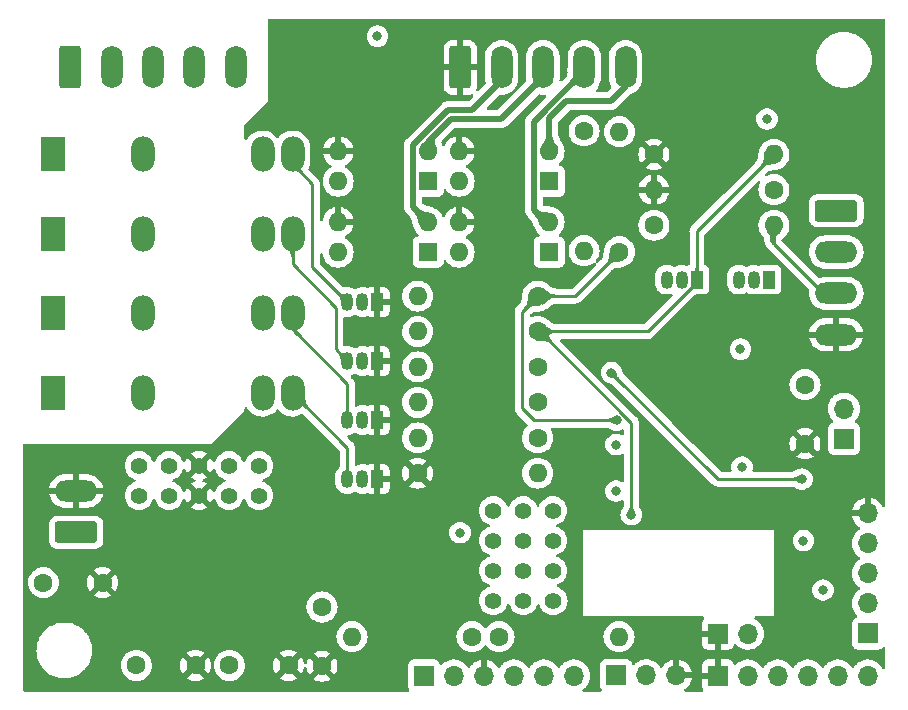
<source format=gbr>
%TF.GenerationSoftware,KiCad,Pcbnew,(6.0.7)*%
%TF.CreationDate,2023-02-02T17:51:50-05:00*%
%TF.ProjectId,ESPoules,4553506f-756c-4657-932e-6b696361645f,rev?*%
%TF.SameCoordinates,Original*%
%TF.FileFunction,Copper,L4,Bot*%
%TF.FilePolarity,Positive*%
%FSLAX46Y46*%
G04 Gerber Fmt 4.6, Leading zero omitted, Abs format (unit mm)*
G04 Created by KiCad (PCBNEW (6.0.7)) date 2023-02-02 17:51:50*
%MOMM*%
%LPD*%
G01*
G04 APERTURE LIST*
G04 Aperture macros list*
%AMRoundRect*
0 Rectangle with rounded corners*
0 $1 Rounding radius*
0 $2 $3 $4 $5 $6 $7 $8 $9 X,Y pos of 4 corners*
0 Add a 4 corners polygon primitive as box body*
4,1,4,$2,$3,$4,$5,$6,$7,$8,$9,$2,$3,0*
0 Add four circle primitives for the rounded corners*
1,1,$1+$1,$2,$3*
1,1,$1+$1,$4,$5*
1,1,$1+$1,$6,$7*
1,1,$1+$1,$8,$9*
0 Add four rect primitives between the rounded corners*
20,1,$1+$1,$2,$3,$4,$5,0*
20,1,$1+$1,$4,$5,$6,$7,0*
20,1,$1+$1,$6,$7,$8,$9,0*
20,1,$1+$1,$8,$9,$2,$3,0*%
G04 Aperture macros list end*
%TA.AperFunction,ComponentPad*%
%ADD10R,1.600000X1.600000*%
%TD*%
%TA.AperFunction,ComponentPad*%
%ADD11O,1.600000X1.600000*%
%TD*%
%TA.AperFunction,ComponentPad*%
%ADD12C,1.400000*%
%TD*%
%TA.AperFunction,ComponentPad*%
%ADD13C,1.600000*%
%TD*%
%TA.AperFunction,ComponentPad*%
%ADD14R,1.700000X1.700000*%
%TD*%
%TA.AperFunction,ComponentPad*%
%ADD15O,1.700000X1.700000*%
%TD*%
%TA.AperFunction,ComponentPad*%
%ADD16R,2.000000X3.000000*%
%TD*%
%TA.AperFunction,ComponentPad*%
%ADD17O,2.000000X3.000000*%
%TD*%
%TA.AperFunction,ComponentPad*%
%ADD18R,1.050000X1.500000*%
%TD*%
%TA.AperFunction,ComponentPad*%
%ADD19O,1.050000X1.500000*%
%TD*%
%TA.AperFunction,ComponentPad*%
%ADD20RoundRect,0.250000X-0.650000X-1.550000X0.650000X-1.550000X0.650000X1.550000X-0.650000X1.550000X0*%
%TD*%
%TA.AperFunction,ComponentPad*%
%ADD21O,1.800000X3.600000*%
%TD*%
%TA.AperFunction,ComponentPad*%
%ADD22RoundRect,0.250000X1.550000X-0.650000X1.550000X0.650000X-1.550000X0.650000X-1.550000X-0.650000X0*%
%TD*%
%TA.AperFunction,ComponentPad*%
%ADD23O,3.600000X1.800000*%
%TD*%
%TA.AperFunction,ComponentPad*%
%ADD24RoundRect,0.250000X-1.550000X0.650000X-1.550000X-0.650000X1.550000X-0.650000X1.550000X0.650000X0*%
%TD*%
%TA.AperFunction,ViaPad*%
%ADD25C,0.800000*%
%TD*%
%TA.AperFunction,Conductor*%
%ADD26C,0.250000*%
%TD*%
%TA.AperFunction,Conductor*%
%ADD27C,0.500000*%
%TD*%
G04 APERTURE END LIST*
D10*
%TO.P,U9,1*%
%TO.N,Net-(D8-Pad1)*%
X171800000Y-115275000D03*
D11*
%TO.P,U9,2*%
%TO.N,Net-(J6-Pad2)*%
X171800000Y-112735000D03*
%TO.P,U9,3*%
%TO.N,GND*%
X164180000Y-112735000D03*
%TO.P,U9,4*%
%TO.N,/GPIO4*%
X164180000Y-115275000D03*
%TD*%
D12*
%TO.P,REF\u002A\u002A,1*%
%TO.N,+3.3V*%
X149860000Y-135890000D03*
%TD*%
%TO.P,REF\u002A\u002A,1*%
%TO.N,+3.3V*%
X149860000Y-133350000D03*
%TD*%
%TO.P,REF\u002A\u002A,1*%
%TO.N,N/C*%
X179839765Y-139700000D03*
%TD*%
%TO.P,REF\u002A\u002A,1*%
%TO.N,N/C*%
X157480000Y-135890000D03*
%TD*%
%TO.P,REF\u002A\u002A,1*%
%TO.N,N/C*%
X182366740Y-139700000D03*
%TD*%
%TO.P,REF\u002A\u002A,1*%
%TO.N,N/C*%
X179839765Y-137160000D03*
%TD*%
%TO.P,+,1*%
%TO.N,unconnected-(U8-Pad7)*%
X177323246Y-139700000D03*
%TD*%
%TO.P,REF\u002A\u002A,1*%
%TO.N,GND*%
X152400000Y-135890000D03*
%TD*%
%TO.P,REF\u002A\u002A,1*%
%TO.N,N/C*%
X157480000Y-133350000D03*
%TD*%
%TO.P,REF\u002A\u002A,1*%
%TO.N,N/C*%
X177323246Y-137160000D03*
%TD*%
%TO.P,REF\u002A\u002A,1*%
%TO.N,N/C*%
X179863246Y-144780000D03*
%TD*%
%TO.P,REF\u002A\u002A,1*%
%TO.N,GND*%
X152400000Y-133350000D03*
%TD*%
%TO.P,-,1*%
%TO.N,unconnected-(U8-Pad6)*%
X177323246Y-142240000D03*
%TD*%
%TO.P,REF\u002A\u002A,1*%
%TO.N,+5V*%
X147320000Y-135890000D03*
%TD*%
%TO.P,REF\u002A\u002A,1*%
%TO.N,N/C*%
X179839765Y-142240000D03*
%TD*%
%TO.P,REF\u002A\u002A,1*%
%TO.N,N/C*%
X182390221Y-144780000D03*
%TD*%
%TO.P,REF\u002A\u002A,1*%
%TO.N,+5V*%
X147320000Y-133350000D03*
%TD*%
%TO.P,REF\u002A\u002A,1*%
%TO.N,N/C*%
X154940000Y-133350000D03*
%TD*%
%TO.P,REF\u002A\u002A,1*%
%TO.N,N/C*%
X182366740Y-142240000D03*
%TD*%
%TO.P,REF\u002A\u002A,1*%
%TO.N,N/C*%
X154940000Y-135890000D03*
%TD*%
%TO.P,OUT,1*%
%TO.N,unconnected-(U8-Pad5)*%
X177323246Y-144780000D03*
%TD*%
%TO.P,REF\u002A\u002A,1*%
%TO.N,N/C*%
X182366740Y-137160000D03*
%TD*%
D13*
%TO.P,R24,1*%
%TO.N,+3.3V*%
X177800000Y-147828000D03*
D11*
%TO.P,R24,2*%
%TO.N,/GPIO4*%
X187960000Y-147828000D03*
%TD*%
D14*
%TO.P,J9,1,NC*%
%TO.N,unconnected-(J9-Pad1)*%
X171450000Y-151130000D03*
D15*
%TO.P,J9,2,Vcc*%
%TO.N,+5V*%
X173990000Y-151130000D03*
%TO.P,J9,3,GND*%
%TO.N,GND*%
X176530000Y-151130000D03*
%TO.P,J9,4,Vout*%
%TO.N,Net-(J9-Pad4)*%
X179070000Y-151130000D03*
%TO.P,J9,5,NC*%
%TO.N,unconnected-(J9-Pad5)*%
X181610000Y-151130000D03*
%TO.P,J9,6,NC*%
%TO.N,unconnected-(J9-Pad6)*%
X184150000Y-151130000D03*
%TD*%
D16*
%TO.P,U5,1*%
%TO.N,Net-(J2-Pad1)*%
X140000000Y-113731000D03*
D17*
%TO.P,U5,2*%
%TO.N,Net-(J2-Pad3)*%
X147620000Y-113731000D03*
%TO.P,U5,3*%
%TO.N,+5V*%
X157780000Y-113731000D03*
%TO.P,U5,4*%
%TO.N,Net-(Q2-Pad3)*%
X160320000Y-113731000D03*
%TD*%
D14*
%TO.P,J5,1,Pin_1*%
%TO.N,+5V*%
X209042000Y-147569000D03*
D15*
%TO.P,J5,2,Pin_2*%
%TO.N,+3.3V*%
X209042000Y-145029000D03*
%TO.P,J5,3,Pin_3*%
%TO.N,/GPIO01*%
X209042000Y-142489000D03*
%TO.P,J5,4,Pin_4*%
%TO.N,/GPIO03*%
X209042000Y-139949000D03*
%TO.P,J5,5,Pin_5*%
%TO.N,GND*%
X209042000Y-137409000D03*
%TD*%
D13*
%TO.P,R10,1*%
%TO.N,/GPIO03*%
X181080000Y-128000000D03*
D11*
%TO.P,R10,2*%
%TO.N,Net-(Q4-Pad2)*%
X170920000Y-128000000D03*
%TD*%
D13*
%TO.P,C5,1*%
%TO.N,+3.3V*%
X203708000Y-126492000D03*
%TO.P,C5,2*%
%TO.N,GND*%
X203708000Y-131492000D03*
%TD*%
%TO.P,R2,1*%
%TO.N,GND*%
X170920000Y-134000000D03*
D11*
%TO.P,R2,2*%
%TO.N,Net-(R2-Pad2)*%
X181080000Y-134000000D03*
%TD*%
D13*
%TO.P,C4,1*%
%TO.N,+3.3V*%
X162814000Y-145328000D03*
%TO.P,C4,2*%
%TO.N,GND*%
X162814000Y-150328000D03*
%TD*%
D10*
%TO.P,U11,1*%
%TO.N,Net-(D10-Pad1)*%
X182050000Y-115275000D03*
D11*
%TO.P,U11,2*%
%TO.N,Net-(J6-Pad4)*%
X182050000Y-112735000D03*
%TO.P,U11,3*%
%TO.N,GND*%
X174430000Y-112735000D03*
%TO.P,U11,4*%
%TO.N,/GPIO12*%
X174430000Y-115275000D03*
%TD*%
D14*
%TO.P,J4,1,Pin_1*%
%TO.N,GND*%
X196342000Y-151130000D03*
D15*
%TO.P,J4,2,Pin_2*%
%TO.N,/GPIO00*%
X198882000Y-151130000D03*
%TO.P,J4,3,Pin_3*%
X201422000Y-151130000D03*
%TO.P,J4,4,Pin_4*%
%TO.N,Net-(J4-Pad4)*%
X203962000Y-151130000D03*
%TO.P,J4,5,Pin_5*%
%TO.N,/GPIO02*%
X206502000Y-151130000D03*
%TO.P,J4,6,Pin_6*%
%TO.N,Net-(J4-Pad6)*%
X209042000Y-151130000D03*
%TD*%
D11*
%TO.P,R7,2*%
%TO.N,Net-(Q1-Pad2)*%
X170920000Y-119000000D03*
D13*
%TO.P,R7,1*%
%TO.N,/GPIO00*%
X181080000Y-119000000D03*
%TD*%
%TO.P,R8,1*%
%TO.N,/GPIO01*%
X181080000Y-122000000D03*
D11*
%TO.P,R8,2*%
%TO.N,Net-(Q2-Pad2)*%
X170920000Y-122000000D03*
%TD*%
D13*
%TO.P,R3,1*%
%TO.N,Net-(R2-Pad2)*%
X181080000Y-131000000D03*
D11*
%TO.P,R3,2*%
%TO.N,/ADC*%
X170920000Y-131000000D03*
%TD*%
D18*
%TO.P,Q5,1,E*%
%TO.N,/GPIO01*%
X194564000Y-117602000D03*
D19*
%TO.P,Q5,2,B*%
%TO.N,Net-(Q5-Pad2)*%
X193294000Y-117602000D03*
%TO.P,Q5,3,C*%
%TO.N,+3.3V*%
X192024000Y-117602000D03*
%TD*%
D13*
%TO.P,C3,1*%
%TO.N,Net-(C3-Pad1)*%
X139232000Y-143256000D03*
%TO.P,C3,2*%
%TO.N,GND*%
X144232000Y-143256000D03*
%TD*%
D14*
%TO.P,J8,1,Pin_1*%
%TO.N,+3.3V*%
X187721000Y-151105000D03*
D15*
%TO.P,J8,2,Pin_2*%
%TO.N,/GPIO4*%
X190261000Y-151105000D03*
%TO.P,J8,3,Pin_3*%
%TO.N,GND*%
X192801000Y-151105000D03*
%TD*%
D20*
%TO.P,J2,1,Pin_1*%
%TO.N,Net-(J2-Pad1)*%
X141500000Y-99642500D03*
D21*
%TO.P,J2,2,Pin_2*%
%TO.N,Net-(J2-Pad2)*%
X145000000Y-99642500D03*
%TO.P,J2,3,Pin_3*%
%TO.N,Net-(J2-Pad3)*%
X148500000Y-99642500D03*
%TO.P,J2,4,Pin_4*%
%TO.N,Net-(J2-Pad4)*%
X152000000Y-99642500D03*
%TO.P,J2,5,Pin_5*%
%TO.N,Net-(J2-Pad5)*%
X155500000Y-99642500D03*
%TD*%
D22*
%TO.P,J3,1,Pin_1*%
%TO.N,Net-(C3-Pad1)*%
X142000000Y-139000000D03*
D23*
%TO.P,J3,2,Pin_2*%
%TO.N,GND*%
X142000000Y-135500000D03*
%TD*%
D13*
%TO.P,R1,1*%
%TO.N,Net-(J9-Pad4)*%
X175514000Y-147828000D03*
D11*
%TO.P,R1,2*%
%TO.N,Net-(R1-Pad2)*%
X165354000Y-147828000D03*
%TD*%
D10*
%TO.P,U12,1*%
%TO.N,Net-(D11-Pad1)*%
X182050000Y-109275000D03*
D11*
%TO.P,U12,2*%
%TO.N,Net-(J6-Pad5)*%
X182050000Y-106735000D03*
%TO.P,U12,3*%
%TO.N,GND*%
X174430000Y-106735000D03*
%TO.P,U12,4*%
%TO.N,/GPIO13*%
X174430000Y-109275000D03*
%TD*%
D13*
%TO.P,RTRIG1,1*%
%TO.N,/GPIO00*%
X188000000Y-115250000D03*
D11*
%TO.P,RTRIG1,2*%
%TO.N,Net-(D6-Pad2)*%
X188000000Y-105090000D03*
%TD*%
D18*
%TO.P,Q2,1,E*%
%TO.N,GND*%
X167500000Y-124500000D03*
D19*
%TO.P,Q2,2,B*%
%TO.N,Net-(Q2-Pad2)*%
X166230000Y-124500000D03*
%TO.P,Q2,3,C*%
%TO.N,Net-(Q2-Pad3)*%
X164960000Y-124500000D03*
%TD*%
D13*
%TO.P,R17,1*%
%TO.N,Net-(Q6-Pad3)*%
X185000000Y-105000000D03*
D11*
%TO.P,R17,2*%
%TO.N,+5V*%
X185000000Y-115160000D03*
%TD*%
D18*
%TO.P,Q3,1,E*%
%TO.N,GND*%
X167500000Y-129500000D03*
D19*
%TO.P,Q3,2,B*%
%TO.N,Net-(Q3-Pad2)*%
X166230000Y-129500000D03*
%TO.P,Q3,3,C*%
%TO.N,Net-(Q3-Pad3)*%
X164960000Y-129500000D03*
%TD*%
D13*
%TO.P,R16,1*%
%TO.N,GND*%
X190920000Y-107000000D03*
D11*
%TO.P,R16,2*%
%TO.N,/GPIO01*%
X201080000Y-107000000D03*
%TD*%
D13*
%TO.P,C1,1*%
%TO.N,+5V*%
X147105000Y-150265000D03*
%TO.P,C1,2*%
%TO.N,GND*%
X152105000Y-150265000D03*
%TD*%
%TO.P,RECHO1,1*%
%TO.N,Net-(Q5-Pad2)*%
X190920000Y-113000000D03*
D11*
%TO.P,RECHO1,2*%
%TO.N,Net-(J7-Pad3)*%
X201080000Y-113000000D03*
%TD*%
D18*
%TO.P,Q4,1,E*%
%TO.N,GND*%
X167500000Y-134500000D03*
D19*
%TO.P,Q4,2,B*%
%TO.N,Net-(Q4-Pad2)*%
X166230000Y-134500000D03*
%TO.P,Q4,3,C*%
%TO.N,Net-(Q4-Pad3)*%
X164960000Y-134500000D03*
%TD*%
D18*
%TO.P,Q1,1,E*%
%TO.N,GND*%
X167500000Y-119500000D03*
D19*
%TO.P,Q1,2,B*%
%TO.N,Net-(Q1-Pad2)*%
X166230000Y-119500000D03*
%TO.P,Q1,3,C*%
%TO.N,Net-(Q1-Pad3)*%
X164960000Y-119500000D03*
%TD*%
D16*
%TO.P,U4,1*%
%TO.N,Net-(J2-Pad1)*%
X140000000Y-107000000D03*
D17*
%TO.P,U4,2*%
%TO.N,Net-(J2-Pad2)*%
X147620000Y-107000000D03*
%TO.P,U4,3*%
%TO.N,+5V*%
X157780000Y-107000000D03*
%TO.P,U4,4*%
%TO.N,Net-(Q1-Pad3)*%
X160320000Y-107000000D03*
%TD*%
D20*
%TO.P,J6,1,Pin_1*%
%TO.N,GND*%
X174517500Y-99642500D03*
D21*
%TO.P,J6,2,Pin_2*%
%TO.N,Net-(J6-Pad2)*%
X178017500Y-99642500D03*
%TO.P,J6,3,Pin_3*%
%TO.N,Net-(J6-Pad3)*%
X181517500Y-99642500D03*
%TO.P,J6,4,Pin_4*%
%TO.N,Net-(J6-Pad4)*%
X185017500Y-99642500D03*
%TO.P,J6,5,Pin_5*%
%TO.N,Net-(J6-Pad5)*%
X188517500Y-99642500D03*
%TD*%
D16*
%TO.P,U7,1*%
%TO.N,Net-(J2-Pad1)*%
X140000000Y-127193000D03*
D17*
%TO.P,U7,2*%
%TO.N,Net-(J2-Pad5)*%
X147620000Y-127193000D03*
%TO.P,U7,3*%
%TO.N,+5V*%
X157780000Y-127193000D03*
%TO.P,U7,4*%
%TO.N,Net-(Q4-Pad3)*%
X160320000Y-127193000D03*
%TD*%
D13*
%TO.P,R15,1*%
%TO.N,Net-(D7-Pad1)*%
X201080000Y-110000000D03*
D11*
%TO.P,R15,2*%
%TO.N,GND*%
X190920000Y-110000000D03*
%TD*%
D18*
%TO.P,Q6,1,E*%
%TO.N,Net-(J7-Pad2)*%
X200660000Y-117602000D03*
D19*
%TO.P,Q6,2,B*%
%TO.N,Net-(D6-Pad2)*%
X199390000Y-117602000D03*
%TO.P,Q6,3,C*%
%TO.N,Net-(Q6-Pad3)*%
X198120000Y-117602000D03*
%TD*%
D14*
%TO.P,J10,1,Pin_1*%
%TO.N,Net-(J10-Pad1)*%
X207010000Y-131069000D03*
D15*
%TO.P,J10,2,Pin_2*%
%TO.N,Net-(J10-Pad2)*%
X207010000Y-128529000D03*
%TD*%
D16*
%TO.P,U6,1*%
%TO.N,Net-(J2-Pad1)*%
X140000000Y-120462000D03*
D17*
%TO.P,U6,2*%
%TO.N,Net-(J2-Pad4)*%
X147620000Y-120462000D03*
%TO.P,U6,3*%
%TO.N,+5V*%
X157780000Y-120462000D03*
%TO.P,U6,4*%
%TO.N,Net-(Q3-Pad3)*%
X160320000Y-120462000D03*
%TD*%
D13*
%TO.P,R9,1*%
%TO.N,/GPIO02*%
X181080000Y-125000000D03*
D11*
%TO.P,R9,2*%
%TO.N,Net-(Q3-Pad2)*%
X170920000Y-125000000D03*
%TD*%
D14*
%TO.P,J1,1,Pin_1*%
%TO.N,GND*%
X196337000Y-147574000D03*
D15*
%TO.P,J1,2,Pin_2*%
%TO.N,Net-(J1-Pad2)*%
X198877000Y-147574000D03*
%TD*%
D13*
%TO.P,C2,1*%
%TO.N,+3.3V*%
X154979000Y-150265000D03*
%TO.P,C2,2*%
%TO.N,GND*%
X159979000Y-150265000D03*
%TD*%
D10*
%TO.P,U10,1*%
%TO.N,Net-(D9-Pad1)*%
X171800000Y-109275000D03*
D11*
%TO.P,U10,2*%
%TO.N,Net-(J6-Pad3)*%
X171800000Y-106735000D03*
%TO.P,U10,3*%
%TO.N,GND*%
X164180000Y-106735000D03*
%TO.P,U10,4*%
%TO.N,/GPIO5*%
X164180000Y-109275000D03*
%TD*%
D24*
%TO.P,J7,1,Pin_1*%
%TO.N,+5V*%
X206357500Y-111767500D03*
D23*
%TO.P,J7,2,Pin_2*%
%TO.N,Net-(J7-Pad2)*%
X206357500Y-115267500D03*
%TO.P,J7,3,Pin_3*%
%TO.N,Net-(J7-Pad3)*%
X206357500Y-118767500D03*
%TO.P,J7,4,Pin_4*%
%TO.N,GND*%
X206357500Y-122267500D03*
%TD*%
D25*
%TO.N,/GPIO03*%
X187697000Y-135500000D03*
%TO.N,Net-(D1-Pad2)*%
X203454000Y-134493000D03*
X187325000Y-125476000D03*
%TO.N,+3.3V*%
X198374000Y-133477000D03*
X203581000Y-139700000D03*
%TO.N,GND*%
X187316411Y-123470699D03*
%TO.N,+3.3V*%
X198247000Y-123499502D03*
X205232000Y-143891000D03*
%TO.N,/GPIO4*%
X187706000Y-131572000D03*
%TO.N,GND*%
X171069000Y-143891000D03*
X159766000Y-137160000D03*
%TO.N,+5V*%
X174498000Y-139039600D03*
X200495200Y-104000000D03*
X167510400Y-97000000D03*
%TO.N,GND*%
X207975200Y-108762800D03*
%TO.N,/GPIO00*%
X187750000Y-129500000D03*
%TO.N,/GPIO01*%
X189000000Y-137500000D03*
%TD*%
D26*
%TO.N,/GPIO01*%
X194564000Y-113516000D02*
X201080000Y-107000000D01*
X194564000Y-117602000D02*
X194564000Y-113516000D01*
X194564000Y-117827000D02*
X190391000Y-122000000D01*
X190391000Y-122000000D02*
X181080000Y-122000000D01*
X194564000Y-117602000D02*
X194564000Y-117827000D01*
%TO.N,/GPIO00*%
X184250000Y-119000000D02*
X188000000Y-115250000D01*
X181080000Y-119000000D02*
X184250000Y-119000000D01*
%TO.N,Net-(D1-Pad2)*%
X196342000Y-134493000D02*
X203454000Y-134493000D01*
X187325000Y-125476000D02*
X196342000Y-134493000D01*
%TO.N,/GPIO00*%
X181080000Y-119000000D02*
X179750000Y-120330000D01*
X180750000Y-129500000D02*
X187750000Y-129500000D01*
X179750000Y-120330000D02*
X179750000Y-128500000D01*
X179750000Y-128500000D02*
X180750000Y-129500000D01*
%TO.N,/GPIO01*%
X181283600Y-122000000D02*
X181080000Y-122000000D01*
X189000000Y-137500000D02*
X189000000Y-129716400D01*
X189000000Y-129716400D02*
X181283600Y-122000000D01*
D27*
%TO.N,Net-(J6-Pad2)*%
X171800000Y-112735000D02*
X170500000Y-111435000D01*
X170500000Y-106250000D02*
X173500000Y-103250000D01*
X178017500Y-100732500D02*
X178017500Y-99642500D01*
X175500000Y-103250000D02*
X178017500Y-100732500D01*
X170500000Y-111435000D02*
X170500000Y-106250000D01*
X173500000Y-103250000D02*
X175500000Y-103250000D01*
%TO.N,Net-(J6-Pad3)*%
X171800000Y-106735000D02*
X171800000Y-105939950D01*
X178000000Y-104000000D02*
X181517500Y-100482500D01*
X181517500Y-100482500D02*
X181517500Y-99642500D01*
X173739950Y-104000000D02*
X178000000Y-104000000D01*
X171800000Y-105939950D02*
X173739950Y-104000000D01*
%TO.N,Net-(J6-Pad4)*%
X181800000Y-112735000D02*
X180750000Y-111685000D01*
X185017500Y-99982500D02*
X185017500Y-99642500D01*
X180750000Y-104250000D02*
X185017500Y-99982500D01*
X180750000Y-111685000D02*
X180750000Y-104250000D01*
%TO.N,Net-(J6-Pad5)*%
X188517500Y-101232500D02*
X188517500Y-99642500D01*
X182050000Y-103939950D02*
X183489950Y-102500000D01*
X182050000Y-106735000D02*
X182050000Y-103939950D01*
X183489950Y-102500000D02*
X187250000Y-102500000D01*
X187250000Y-102500000D02*
X188517500Y-101232500D01*
D26*
%TO.N,Net-(J7-Pad3)*%
X205267500Y-118767500D02*
X201080000Y-114580000D01*
X206357500Y-118767500D02*
X205267500Y-118767500D01*
X201080000Y-114580000D02*
X201080000Y-113000000D01*
%TO.N,Net-(Q1-Pad3)*%
X162000000Y-109500000D02*
X160320000Y-107820000D01*
X160320000Y-107820000D02*
X160320000Y-107000000D01*
X162000000Y-116540000D02*
X162000000Y-109500000D01*
X164960000Y-119500000D02*
X162000000Y-116540000D01*
%TO.N,Net-(Q2-Pad3)*%
X164960000Y-124500000D02*
X163985000Y-123525000D01*
X163985000Y-123525000D02*
X163985000Y-119985000D01*
X163985000Y-119985000D02*
X160320000Y-116320000D01*
X160320000Y-116320000D02*
X160320000Y-113731000D01*
%TO.N,Net-(Q3-Pad3)*%
X160500000Y-120642000D02*
X160320000Y-120462000D01*
X160500000Y-122000000D02*
X160500000Y-120642000D01*
X164960000Y-126460000D02*
X160500000Y-122000000D01*
X164960000Y-129500000D02*
X164960000Y-126460000D01*
%TO.N,Net-(Q4-Pad3)*%
X164960000Y-131833000D02*
X160320000Y-127193000D01*
X164960000Y-134500000D02*
X164960000Y-131833000D01*
%TD*%
%TA.AperFunction,Conductor*%
%TO.N,/GPIO01*%
G36*
X201359016Y-106720661D02*
G01*
X201362604Y-106729323D01*
X201342707Y-107747130D01*
X201339119Y-107755334D01*
X201334326Y-107758121D01*
X201180564Y-107803581D01*
X201179545Y-107803833D01*
X201059380Y-107827902D01*
X201034542Y-107832877D01*
X201033759Y-107833005D01*
X200901477Y-107850205D01*
X200901164Y-107850241D01*
X200778072Y-107862404D01*
X200660908Y-107876349D01*
X200546337Y-107898922D01*
X200430864Y-107936982D01*
X200310994Y-107997390D01*
X200183234Y-108087004D01*
X200106847Y-108156001D01*
X200052341Y-108205233D01*
X200043905Y-108208236D01*
X200036226Y-108204824D01*
X199875176Y-108043774D01*
X199871749Y-108035501D01*
X199874766Y-108027660D01*
X199992995Y-107896765D01*
X200025656Y-107850202D01*
X200082369Y-107769347D01*
X200082609Y-107769005D01*
X200143017Y-107649135D01*
X200181077Y-107533662D01*
X200203650Y-107419091D01*
X200217595Y-107301927D01*
X200229758Y-107178835D01*
X200229797Y-107178496D01*
X200246993Y-107046243D01*
X200247123Y-107045454D01*
X200276166Y-106900454D01*
X200276418Y-106899435D01*
X200321879Y-106745674D01*
X200327511Y-106738712D01*
X200332870Y-106737293D01*
X201350677Y-106717396D01*
X201359016Y-106720661D01*
G37*
%TD.AperFunction*%
%TD*%
%TA.AperFunction,Conductor*%
%TO.N,/GPIO01*%
G36*
X194686064Y-116560427D02*
G01*
X194689480Y-116568198D01*
X194694195Y-116678266D01*
X194709016Y-116778904D01*
X194732316Y-116863344D01*
X194762948Y-116936018D01*
X194799766Y-117001358D01*
X194841623Y-117063795D01*
X194887371Y-117127763D01*
X194935707Y-117197463D01*
X194935999Y-117197905D01*
X194985740Y-117277665D01*
X194986145Y-117278367D01*
X195032523Y-117365671D01*
X195033377Y-117374585D01*
X195030624Y-117379268D01*
X194564000Y-117864500D01*
X194233327Y-117520640D01*
X194097377Y-117379269D01*
X194094112Y-117370931D01*
X194095477Y-117365671D01*
X194141855Y-117278367D01*
X194142260Y-117277665D01*
X194167867Y-117236603D01*
X194192000Y-117197905D01*
X194192292Y-117197463D01*
X194240628Y-117127763D01*
X194286376Y-117063795D01*
X194328233Y-117001358D01*
X194365051Y-116936018D01*
X194395683Y-116863344D01*
X194418983Y-116778904D01*
X194433804Y-116678266D01*
X194438520Y-116568199D01*
X194442298Y-116560080D01*
X194450209Y-116557000D01*
X194677791Y-116557000D01*
X194686064Y-116560427D01*
G37*
%TD.AperFunction*%
%TD*%
%TA.AperFunction,Conductor*%
%TO.N,/GPIO01*%
G36*
X194768542Y-117653628D02*
G01*
X194874002Y-118015806D01*
X194873025Y-118024707D01*
X194869366Y-118028740D01*
X194778989Y-118090445D01*
X194778202Y-118090937D01*
X194690473Y-118141131D01*
X194689736Y-118141519D01*
X194608757Y-118180481D01*
X194608245Y-118180712D01*
X194531582Y-118213165D01*
X194531461Y-118213216D01*
X194456753Y-118243861D01*
X194456740Y-118243867D01*
X194456661Y-118243899D01*
X194381713Y-118277399D01*
X194304288Y-118318440D01*
X194222036Y-118371751D01*
X194132613Y-118442063D01*
X194041932Y-118526421D01*
X194033543Y-118529546D01*
X194025692Y-118526127D01*
X193864772Y-118365207D01*
X193861345Y-118356934D01*
X193864378Y-118349075D01*
X193929601Y-118277145D01*
X193929607Y-118277137D01*
X193929845Y-118276875D01*
X193982494Y-118202437D01*
X194017894Y-118132029D01*
X194030714Y-118090703D01*
X194038966Y-118064099D01*
X194038966Y-118064098D01*
X194039099Y-118063670D01*
X194044247Y-118028740D01*
X194049112Y-117995723D01*
X194049112Y-117995721D01*
X194049163Y-117995376D01*
X194051140Y-117925164D01*
X194048084Y-117851052D01*
X194043056Y-117771146D01*
X194043045Y-117770938D01*
X194039103Y-117683468D01*
X194039091Y-117682921D01*
X194039148Y-117650547D01*
X194039246Y-117593889D01*
X194042687Y-117585622D01*
X194047238Y-117582813D01*
X194231119Y-117521378D01*
X194685799Y-117369468D01*
X194768542Y-117653628D01*
G37*
%TD.AperFunction*%
%TD*%
%TA.AperFunction,Conductor*%
%TO.N,/GPIO01*%
G36*
X181436237Y-121284091D02*
G01*
X181577116Y-121360676D01*
X181577989Y-121361202D01*
X181677291Y-121427363D01*
X181701072Y-121443207D01*
X181701722Y-121443673D01*
X181807382Y-121525018D01*
X181807663Y-121525240D01*
X181903306Y-121603682D01*
X181996015Y-121676668D01*
X181996196Y-121676789D01*
X181996205Y-121676796D01*
X182037036Y-121704185D01*
X182092991Y-121741721D01*
X182133757Y-121762276D01*
X182201173Y-121796269D01*
X182201180Y-121796272D01*
X182201555Y-121796461D01*
X182329031Y-121838507D01*
X182482738Y-121865480D01*
X182483090Y-121865498D01*
X182483091Y-121865498D01*
X182504330Y-121866578D01*
X182658895Y-121874435D01*
X182666983Y-121878278D01*
X182670000Y-121886120D01*
X182670000Y-122113880D01*
X182666573Y-122122153D01*
X182658895Y-122125564D01*
X182502432Y-122133518D01*
X182483091Y-122134501D01*
X182483090Y-122134501D01*
X182482738Y-122134519D01*
X182482391Y-122134580D01*
X182482390Y-122134580D01*
X182442865Y-122141516D01*
X182329031Y-122161492D01*
X182201555Y-122203538D01*
X182201180Y-122203727D01*
X182201173Y-122203730D01*
X182133757Y-122237723D01*
X182092991Y-122258278D01*
X181996015Y-122323331D01*
X181903306Y-122396317D01*
X181807543Y-122474857D01*
X181701404Y-122556571D01*
X181577567Y-122639078D01*
X181428711Y-122720000D01*
X180819865Y-122134501D01*
X180688769Y-122008433D01*
X180685181Y-122000229D01*
X180688769Y-121991567D01*
X180951582Y-121738833D01*
X180951583Y-121738832D01*
X181422538Y-121285937D01*
X181430877Y-121282672D01*
X181436237Y-121284091D01*
G37*
%TD.AperFunction*%
%TD*%
%TA.AperFunction,Conductor*%
%TO.N,/GPIO00*%
G36*
X188279016Y-114970661D02*
G01*
X188282604Y-114979323D01*
X188262707Y-115997130D01*
X188259119Y-116005334D01*
X188254326Y-116008121D01*
X188100564Y-116053581D01*
X188099545Y-116053833D01*
X187979380Y-116077902D01*
X187954542Y-116082877D01*
X187953759Y-116083005D01*
X187821477Y-116100205D01*
X187821164Y-116100241D01*
X187698072Y-116112404D01*
X187580908Y-116126349D01*
X187466337Y-116148922D01*
X187350864Y-116186982D01*
X187230994Y-116247390D01*
X187103234Y-116337004D01*
X187026847Y-116406001D01*
X186972341Y-116455233D01*
X186963905Y-116458236D01*
X186956226Y-116454824D01*
X186795176Y-116293774D01*
X186791749Y-116285501D01*
X186794766Y-116277660D01*
X186912995Y-116146765D01*
X186945656Y-116100202D01*
X187002369Y-116019347D01*
X187002609Y-116019005D01*
X187063017Y-115899135D01*
X187101077Y-115783662D01*
X187123650Y-115669091D01*
X187137595Y-115551927D01*
X187149758Y-115428835D01*
X187149797Y-115428496D01*
X187166993Y-115296243D01*
X187167123Y-115295454D01*
X187196166Y-115150454D01*
X187196418Y-115149435D01*
X187241879Y-114995674D01*
X187247511Y-114988712D01*
X187252870Y-114987293D01*
X188270677Y-114967396D01*
X188279016Y-114970661D01*
G37*
%TD.AperFunction*%
%TD*%
%TA.AperFunction,Conductor*%
%TO.N,/GPIO00*%
G36*
X181436237Y-118284091D02*
G01*
X181577116Y-118360676D01*
X181577989Y-118361202D01*
X181677291Y-118427363D01*
X181701072Y-118443207D01*
X181701722Y-118443673D01*
X181807382Y-118525018D01*
X181807663Y-118525240D01*
X181903306Y-118603682D01*
X181996015Y-118676668D01*
X181996196Y-118676789D01*
X181996205Y-118676796D01*
X182037036Y-118704185D01*
X182092991Y-118741721D01*
X182133757Y-118762276D01*
X182201173Y-118796269D01*
X182201180Y-118796272D01*
X182201555Y-118796461D01*
X182329031Y-118838507D01*
X182482738Y-118865480D01*
X182483090Y-118865498D01*
X182483091Y-118865498D01*
X182504330Y-118866578D01*
X182658895Y-118874435D01*
X182666983Y-118878278D01*
X182670000Y-118886120D01*
X182670000Y-119113880D01*
X182666573Y-119122153D01*
X182658895Y-119125564D01*
X182502432Y-119133518D01*
X182483091Y-119134501D01*
X182483090Y-119134501D01*
X182482738Y-119134519D01*
X182329031Y-119161492D01*
X182201555Y-119203538D01*
X182201180Y-119203727D01*
X182201173Y-119203730D01*
X182133757Y-119237723D01*
X182092991Y-119258278D01*
X182037036Y-119295814D01*
X181996205Y-119323203D01*
X181996196Y-119323210D01*
X181996015Y-119323331D01*
X181903306Y-119396317D01*
X181903267Y-119396349D01*
X181807665Y-119474757D01*
X181807382Y-119474981D01*
X181701722Y-119556326D01*
X181701072Y-119556792D01*
X181578001Y-119638789D01*
X181577106Y-119639329D01*
X181562702Y-119647159D01*
X181436236Y-119715909D01*
X181427331Y-119716850D01*
X181422538Y-119714063D01*
X181346494Y-119640935D01*
X181346493Y-119640934D01*
X180680000Y-119000000D01*
X180966054Y-118724915D01*
X180966055Y-118724915D01*
X181092122Y-118603682D01*
X181422538Y-118285937D01*
X181430877Y-118282672D01*
X181436237Y-118284091D01*
G37*
%TD.AperFunction*%
%TD*%
%TA.AperFunction,Conductor*%
%TO.N,Net-(D1-Pad2)*%
G36*
X203285703Y-134138826D02*
G01*
X203645231Y-134484567D01*
X203648819Y-134492771D01*
X203645231Y-134501433D01*
X203285703Y-134847174D01*
X203277365Y-134850439D01*
X203272191Y-134849119D01*
X203209994Y-134816736D01*
X203209465Y-134816443D01*
X203200739Y-134811311D01*
X203150061Y-134781503D01*
X203149785Y-134781333D01*
X203097190Y-134748118D01*
X203097188Y-134748115D01*
X203097187Y-134748116D01*
X203048437Y-134717310D01*
X203048427Y-134717304D01*
X203048359Y-134717261D01*
X203000352Y-134689476D01*
X203000150Y-134689379D01*
X203000144Y-134689376D01*
X202950339Y-134665506D01*
X202950064Y-134665374D01*
X202894389Y-134645564D01*
X202868557Y-134639563D01*
X202830524Y-134630728D01*
X202830521Y-134630728D01*
X202830222Y-134630658D01*
X202829913Y-134630620D01*
X202829909Y-134630619D01*
X202785886Y-134625162D01*
X202754461Y-134621266D01*
X202698870Y-134619259D01*
X202675278Y-134618407D01*
X202667134Y-134614684D01*
X202664000Y-134606715D01*
X202664000Y-134379285D01*
X202667427Y-134371012D01*
X202675278Y-134367593D01*
X202708212Y-134366403D01*
X202754461Y-134364733D01*
X202785886Y-134360837D01*
X202829909Y-134355380D01*
X202829913Y-134355379D01*
X202830222Y-134355341D01*
X202830521Y-134355271D01*
X202830524Y-134355271D01*
X202894070Y-134340509D01*
X202894068Y-134340509D01*
X202894389Y-134340435D01*
X202950064Y-134320625D01*
X202969766Y-134311182D01*
X203000144Y-134296623D01*
X203000150Y-134296620D01*
X203000352Y-134296523D01*
X203048359Y-134268738D01*
X203097187Y-134237883D01*
X203149785Y-134204666D01*
X203150061Y-134204496D01*
X203209465Y-134169556D01*
X203209994Y-134169263D01*
X203217879Y-134165158D01*
X203272191Y-134136881D01*
X203281111Y-134136100D01*
X203285703Y-134138826D01*
G37*
%TD.AperFunction*%
%TD*%
%TA.AperFunction,Conductor*%
%TO.N,Net-(D1-Pad2)*%
G36*
X187694443Y-125344566D02*
G01*
X187702647Y-125348154D01*
X187705373Y-125352747D01*
X187726458Y-125419637D01*
X187726624Y-125420217D01*
X187743899Y-125486843D01*
X187743987Y-125487202D01*
X187757699Y-125547910D01*
X187757698Y-125547910D01*
X187757700Y-125547914D01*
X187770407Y-125604254D01*
X187784706Y-125657846D01*
X187784783Y-125658065D01*
X187784784Y-125658068D01*
X187803118Y-125710155D01*
X187803121Y-125710163D01*
X187803222Y-125710449D01*
X187828583Y-125763824D01*
X187828756Y-125764102D01*
X187828760Y-125764109D01*
X187863251Y-125819474D01*
X187863415Y-125819737D01*
X187863601Y-125819975D01*
X187863604Y-125819980D01*
X187910195Y-125879756D01*
X187910201Y-125879763D01*
X187910346Y-125879949D01*
X187924254Y-125894899D01*
X187964315Y-125937963D01*
X187967441Y-125946354D01*
X187964022Y-125954205D01*
X187803205Y-126115022D01*
X187794932Y-126118449D01*
X187786963Y-126115315D01*
X187756318Y-126086807D01*
X187728949Y-126061346D01*
X187728763Y-126061201D01*
X187728756Y-126061195D01*
X187668980Y-126014604D01*
X187668975Y-126014601D01*
X187668737Y-126014415D01*
X187668474Y-126014251D01*
X187613109Y-125979760D01*
X187613102Y-125979756D01*
X187612824Y-125979583D01*
X187559449Y-125954222D01*
X187559163Y-125954121D01*
X187559155Y-125954118D01*
X187507068Y-125935784D01*
X187507065Y-125935783D01*
X187506846Y-125935706D01*
X187453254Y-125921407D01*
X187396914Y-125908700D01*
X187396910Y-125908697D01*
X187396910Y-125908699D01*
X187336202Y-125894987D01*
X187335843Y-125894899D01*
X187269217Y-125877624D01*
X187268637Y-125877458D01*
X187201747Y-125856373D01*
X187194886Y-125850617D01*
X187193566Y-125845443D01*
X187183817Y-125346744D01*
X187187082Y-125338405D01*
X187195744Y-125334817D01*
X187694443Y-125344566D01*
G37*
%TD.AperFunction*%
%TD*%
%TA.AperFunction,Conductor*%
%TO.N,/GPIO00*%
G36*
X181344815Y-119639321D02*
G01*
X181344772Y-119641528D01*
X181342707Y-119747130D01*
X181339119Y-119755334D01*
X181334326Y-119758121D01*
X181180564Y-119803581D01*
X181179545Y-119803833D01*
X181059380Y-119827902D01*
X181034542Y-119832877D01*
X181033759Y-119833005D01*
X180901477Y-119850205D01*
X180901164Y-119850241D01*
X180778072Y-119862404D01*
X180660908Y-119876349D01*
X180546337Y-119898922D01*
X180430864Y-119936982D01*
X180310994Y-119997390D01*
X180183234Y-120087004D01*
X180106847Y-120156001D01*
X180052341Y-120205233D01*
X180043905Y-120208236D01*
X180036226Y-120204824D01*
X179875176Y-120043774D01*
X179871749Y-120035501D01*
X179874766Y-120027660D01*
X179992995Y-119896765D01*
X180025656Y-119850202D01*
X180082369Y-119769347D01*
X180082609Y-119769005D01*
X180143017Y-119649135D01*
X180181077Y-119533662D01*
X180203650Y-119419091D01*
X180217595Y-119301927D01*
X180229758Y-119178835D01*
X180229797Y-119178496D01*
X180246993Y-119046243D01*
X180247123Y-119045454D01*
X180276166Y-118900454D01*
X180276418Y-118899435D01*
X180321879Y-118745674D01*
X180327511Y-118738712D01*
X180332870Y-118737293D01*
X180795036Y-118728258D01*
X180966055Y-118724915D01*
X181362842Y-118717158D01*
X181344815Y-119639321D01*
G37*
%TD.AperFunction*%
%TD*%
%TA.AperFunction,Conductor*%
%TO.N,/GPIO00*%
G36*
X187581703Y-129145826D02*
G01*
X187941231Y-129491567D01*
X187944819Y-129499771D01*
X187941231Y-129508433D01*
X187581703Y-129854174D01*
X187573365Y-129857439D01*
X187568191Y-129856119D01*
X187505994Y-129823736D01*
X187505465Y-129823443D01*
X187496739Y-129818311D01*
X187446061Y-129788503D01*
X187445785Y-129788333D01*
X187393190Y-129755118D01*
X187393188Y-129755115D01*
X187393187Y-129755116D01*
X187344437Y-129724310D01*
X187344427Y-129724304D01*
X187344359Y-129724261D01*
X187296352Y-129696476D01*
X187296150Y-129696379D01*
X187296144Y-129696376D01*
X187246339Y-129672506D01*
X187246064Y-129672374D01*
X187190389Y-129652564D01*
X187164557Y-129646563D01*
X187126524Y-129637728D01*
X187126521Y-129637728D01*
X187126222Y-129637658D01*
X187125913Y-129637620D01*
X187125909Y-129637619D01*
X187081886Y-129632162D01*
X187050461Y-129628266D01*
X186994870Y-129626259D01*
X186971278Y-129625407D01*
X186963134Y-129621684D01*
X186960000Y-129613715D01*
X186960000Y-129386285D01*
X186963427Y-129378012D01*
X186971278Y-129374593D01*
X187004212Y-129373403D01*
X187050461Y-129371733D01*
X187081886Y-129367837D01*
X187125909Y-129362380D01*
X187125913Y-129362379D01*
X187126222Y-129362341D01*
X187126521Y-129362271D01*
X187126524Y-129362271D01*
X187190070Y-129347509D01*
X187190068Y-129347509D01*
X187190389Y-129347435D01*
X187246064Y-129327625D01*
X187265766Y-129318182D01*
X187296144Y-129303623D01*
X187296150Y-129303620D01*
X187296352Y-129303523D01*
X187344359Y-129275738D01*
X187393187Y-129244883D01*
X187445785Y-129211666D01*
X187446061Y-129211496D01*
X187505465Y-129176556D01*
X187505994Y-129176263D01*
X187513879Y-129172158D01*
X187568191Y-129143881D01*
X187577111Y-129143100D01*
X187581703Y-129145826D01*
G37*
%TD.AperFunction*%
%TD*%
%TA.AperFunction,Conductor*%
%TO.N,/GPIO01*%
G36*
X189121988Y-136713427D02*
G01*
X189125407Y-136721278D01*
X189128266Y-136800461D01*
X189137658Y-136876222D01*
X189152564Y-136940389D01*
X189172374Y-136996064D01*
X189196476Y-137046352D01*
X189224261Y-137094359D01*
X189224304Y-137094427D01*
X189224310Y-137094437D01*
X189255116Y-137143187D01*
X189255118Y-137143190D01*
X189288320Y-137195763D01*
X189288513Y-137196078D01*
X189323443Y-137255465D01*
X189323736Y-137255994D01*
X189356119Y-137318191D01*
X189356900Y-137327112D01*
X189354175Y-137331702D01*
X189008433Y-137691231D01*
X189000229Y-137694819D01*
X188991567Y-137691231D01*
X188645826Y-137331703D01*
X188642561Y-137323364D01*
X188643881Y-137318190D01*
X188676263Y-137255994D01*
X188676556Y-137255465D01*
X188711486Y-137196078D01*
X188711679Y-137195763D01*
X188744881Y-137143190D01*
X188744884Y-137143188D01*
X188744883Y-137143187D01*
X188775689Y-137094437D01*
X188775695Y-137094427D01*
X188775738Y-137094359D01*
X188803523Y-137046352D01*
X188827625Y-136996064D01*
X188847435Y-136940389D01*
X188862341Y-136876222D01*
X188871733Y-136800461D01*
X188874593Y-136721278D01*
X188878316Y-136713134D01*
X188886285Y-136710000D01*
X189113715Y-136710000D01*
X189121988Y-136713427D01*
G37*
%TD.AperFunction*%
%TD*%
%TA.AperFunction,Conductor*%
%TO.N,/GPIO01*%
G36*
X181857342Y-121766975D02*
G01*
X181913525Y-121911691D01*
X181952890Y-122044512D01*
X181983053Y-122168959D01*
X182011630Y-122288551D01*
X182017576Y-122308868D01*
X182046238Y-122406810D01*
X182094492Y-122527256D01*
X182164008Y-122653408D01*
X182262402Y-122788788D01*
X182262616Y-122789023D01*
X182389774Y-122928661D01*
X182392810Y-122937086D01*
X182389396Y-122944812D01*
X182228359Y-123105849D01*
X182220086Y-123109276D01*
X182212267Y-123106279D01*
X182088371Y-122994945D01*
X181966467Y-122911460D01*
X181851442Y-122857215D01*
X181849521Y-122856681D01*
X181740354Y-122826305D01*
X181740352Y-122826305D01*
X181739933Y-122826188D01*
X181739503Y-122826135D01*
X181739500Y-122826134D01*
X181686040Y-122819494D01*
X181628580Y-122812358D01*
X181628282Y-122812351D01*
X181628281Y-122812351D01*
X181601927Y-122811741D01*
X181514022Y-122809704D01*
X181513923Y-122809706D01*
X181513911Y-122809706D01*
X181392896Y-122812203D01*
X181392801Y-122812204D01*
X181262124Y-122813831D01*
X181261552Y-122813824D01*
X181117942Y-122808593D01*
X181117056Y-122808527D01*
X180964973Y-122791365D01*
X180957136Y-122787032D01*
X180954816Y-122782051D01*
X180879118Y-122406548D01*
X180753636Y-121784086D01*
X180755360Y-121775300D01*
X180763243Y-121770224D01*
X180842048Y-121757520D01*
X180950295Y-121740070D01*
X181776726Y-121606844D01*
X181857342Y-121766975D01*
G37*
%TD.AperFunction*%
%TD*%
%TA.AperFunction,Conductor*%
%TO.N,Net-(J6-Pad2)*%
G36*
X170860741Y-111441619D02*
G01*
X170985927Y-111558201D01*
X171107095Y-111652975D01*
X171219549Y-111723498D01*
X171326860Y-111775021D01*
X171327142Y-111775122D01*
X171327145Y-111775123D01*
X171432372Y-111812719D01*
X171432379Y-111812721D01*
X171432594Y-111812798D01*
X171540322Y-111842080D01*
X171653612Y-111868120D01*
X171775858Y-111896129D01*
X171776172Y-111896206D01*
X171870071Y-111920745D01*
X171910857Y-111931404D01*
X171911424Y-111931567D01*
X172054531Y-111976777D01*
X172061387Y-111982537D01*
X172062704Y-111987705D01*
X172082604Y-113005677D01*
X172079339Y-113014016D01*
X172070677Y-113017604D01*
X171052705Y-112997704D01*
X171044501Y-112994116D01*
X171041777Y-112989531D01*
X170996567Y-112846424D01*
X170996404Y-112845857D01*
X170961209Y-112711186D01*
X170961125Y-112710841D01*
X170933120Y-112588612D01*
X170907106Y-112475435D01*
X170907106Y-112475434D01*
X170907080Y-112475322D01*
X170877798Y-112367594D01*
X170840021Y-112261860D01*
X170788498Y-112154549D01*
X170717975Y-112042095D01*
X170623201Y-111920927D01*
X170506619Y-111795741D01*
X170503488Y-111787351D01*
X170506908Y-111779494D01*
X170844494Y-111441908D01*
X170852767Y-111438481D01*
X170860741Y-111441619D01*
G37*
%TD.AperFunction*%
%TD*%
%TA.AperFunction,Conductor*%
%TO.N,Net-(J6-Pad2)*%
G36*
X178023328Y-99203319D02*
G01*
X178025313Y-99205838D01*
X178642666Y-100259724D01*
X178649418Y-100271251D01*
X178650643Y-100280122D01*
X178647754Y-100285277D01*
X178531186Y-100406387D01*
X178430535Y-100520015D01*
X178430460Y-100520107D01*
X178430448Y-100520121D01*
X178345968Y-100623687D01*
X178345951Y-100623709D01*
X178345883Y-100623792D01*
X178345803Y-100623897D01*
X178271171Y-100721728D01*
X178200362Y-100817800D01*
X178200336Y-100817835D01*
X178127410Y-100916003D01*
X178127254Y-100916209D01*
X178046184Y-101020447D01*
X178045937Y-101020754D01*
X177950632Y-101135135D01*
X177950342Y-101135469D01*
X177834721Y-101264034D01*
X177834431Y-101264345D01*
X177700502Y-101402773D01*
X177692286Y-101406336D01*
X177683820Y-101402911D01*
X177346294Y-101065385D01*
X177342867Y-101057112D01*
X177345639Y-101049550D01*
X177370288Y-101020447D01*
X177428840Y-100951315D01*
X177483646Y-100849745D01*
X177483822Y-100849029D01*
X177507567Y-100752313D01*
X177507567Y-100752310D01*
X177507748Y-100751574D01*
X177507144Y-100721728D01*
X177505811Y-100655951D01*
X177505811Y-100655950D01*
X177505798Y-100655316D01*
X177498117Y-100623792D01*
X177482554Y-100559926D01*
X177482447Y-100559487D01*
X177466072Y-100519922D01*
X177442446Y-100462841D01*
X177442445Y-100462840D01*
X177442347Y-100462602D01*
X177390151Y-100363176D01*
X177341563Y-100278896D01*
X177330526Y-100259751D01*
X177330510Y-100259724D01*
X177268166Y-100150919D01*
X177267972Y-100150564D01*
X177211397Y-100042260D01*
X177210604Y-100033341D01*
X177213334Y-100028733D01*
X178006785Y-99203642D01*
X178014989Y-99200054D01*
X178023328Y-99203319D01*
G37*
%TD.AperFunction*%
%TD*%
%TA.AperFunction,Conductor*%
%TO.N,Net-(J6-Pad3)*%
G36*
X181554730Y-99204304D02*
G01*
X181556268Y-99206452D01*
X182113890Y-100207104D01*
X182149557Y-100271109D01*
X182150591Y-100280004D01*
X182147541Y-100285146D01*
X182019277Y-100411296D01*
X182019206Y-100411364D01*
X181901748Y-100522805D01*
X181901631Y-100522913D01*
X181796439Y-100619238D01*
X181796316Y-100619349D01*
X181698586Y-100706320D01*
X181698523Y-100706376D01*
X181603165Y-100790007D01*
X181505478Y-100875966D01*
X181505462Y-100875980D01*
X181400604Y-100970064D01*
X181283680Y-101078113D01*
X181149846Y-101205925D01*
X181002515Y-101351156D01*
X180994217Y-101354524D01*
X180986028Y-101351097D01*
X180648478Y-101013547D01*
X180645051Y-101005274D01*
X180647994Y-100997514D01*
X180734471Y-100899928D01*
X180734474Y-100899924D01*
X180734755Y-100899607D01*
X180800592Y-100798500D01*
X180804131Y-100790007D01*
X180841063Y-100701361D01*
X180841290Y-100700817D01*
X180859941Y-100604939D01*
X180859679Y-100522913D01*
X180859637Y-100509726D01*
X180859637Y-100509720D01*
X180859635Y-100509248D01*
X180843464Y-100412124D01*
X180814518Y-100311949D01*
X180804643Y-100285146D01*
X180775917Y-100207184D01*
X180775888Y-100207104D01*
X180730666Y-100095970D01*
X180685055Y-99984534D01*
X180685093Y-99975579D01*
X180688040Y-99971420D01*
X181538205Y-99203465D01*
X181546642Y-99200462D01*
X181554730Y-99204304D01*
G37*
%TD.AperFunction*%
%TD*%
%TA.AperFunction,Conductor*%
%TO.N,Net-(J6-Pad3)*%
G36*
X172204606Y-105199044D02*
G01*
X172541743Y-105536181D01*
X172545170Y-105544454D01*
X172542225Y-105552215D01*
X172471651Y-105631829D01*
X172416597Y-105716032D01*
X172416397Y-105716506D01*
X172416394Y-105716511D01*
X172387294Y-105785365D01*
X172382080Y-105797701D01*
X172365810Y-105877957D01*
X172365494Y-105957924D01*
X172378841Y-106038721D01*
X172403562Y-106121470D01*
X172403657Y-106121711D01*
X172437301Y-106207137D01*
X172437309Y-106207156D01*
X172437363Y-106207293D01*
X172437429Y-106207439D01*
X172477913Y-106297222D01*
X172477974Y-106297355D01*
X172519562Y-106385285D01*
X172520001Y-106394229D01*
X172517346Y-106398471D01*
X171807218Y-107124007D01*
X171798983Y-107127522D01*
X171790673Y-107124184D01*
X171788746Y-107121709D01*
X171238839Y-106177086D01*
X171237638Y-106168212D01*
X171240659Y-106162944D01*
X171348887Y-106054259D01*
X171446955Y-105954882D01*
X171533173Y-105866733D01*
X171612197Y-105785365D01*
X171688683Y-105706329D01*
X171767286Y-105625175D01*
X171767306Y-105625155D01*
X171852631Y-105537487D01*
X171852661Y-105537456D01*
X171949432Y-105438756D01*
X171949465Y-105438722D01*
X172042877Y-105344226D01*
X172042925Y-105344178D01*
X172188060Y-105199044D01*
X172196333Y-105195617D01*
X172204606Y-105199044D01*
G37*
%TD.AperFunction*%
%TD*%
%TA.AperFunction,Conductor*%
%TO.N,Net-(J6-Pad4)*%
G36*
X180988017Y-111568828D02*
G01*
X181103163Y-111675121D01*
X181216482Y-111760718D01*
X181216781Y-111760891D01*
X181216787Y-111760895D01*
X181322533Y-111822074D01*
X181322539Y-111822077D01*
X181322883Y-111822276D01*
X181323254Y-111822427D01*
X181425176Y-111863936D01*
X181425179Y-111863937D01*
X181425540Y-111864084D01*
X181425916Y-111864181D01*
X181425922Y-111864183D01*
X181527321Y-111890347D01*
X181527324Y-111890348D01*
X181527624Y-111890425D01*
X181632309Y-111905586D01*
X181632529Y-111905602D01*
X181632534Y-111905603D01*
X181742670Y-111913844D01*
X181742687Y-111913845D01*
X181742766Y-111913851D01*
X181742818Y-111913853D01*
X181742842Y-111913855D01*
X181862118Y-111919506D01*
X181862215Y-111919511D01*
X181916240Y-111922523D01*
X181993520Y-111926831D01*
X181993870Y-111926857D01*
X182079789Y-111934638D01*
X182132173Y-111939382D01*
X182140104Y-111943541D01*
X182142480Y-111948245D01*
X182385069Y-112937144D01*
X182383712Y-112945994D01*
X182376048Y-112951392D01*
X181517706Y-113126698D01*
X181386817Y-113153431D01*
X181378483Y-113155133D01*
X181369692Y-113153431D01*
X181366022Y-113149542D01*
X181284134Y-113008413D01*
X181283809Y-113007812D01*
X181216878Y-112875189D01*
X181216642Y-112874694D01*
X181162493Y-112753609D01*
X181162383Y-112753356D01*
X181114854Y-112639956D01*
X181067925Y-112530770D01*
X181067919Y-112530756D01*
X181067864Y-112530629D01*
X181015302Y-112421714D01*
X181015198Y-112421532D01*
X181015192Y-112421521D01*
X180951138Y-112309659D01*
X180951131Y-112309649D01*
X180951012Y-112309440D01*
X180868837Y-112190037D01*
X180762619Y-112059733D01*
X180633979Y-111923021D01*
X180630806Y-111914649D01*
X180634228Y-111906732D01*
X180971808Y-111569152D01*
X180980081Y-111565725D01*
X180988017Y-111568828D01*
G37*
%TD.AperFunction*%
%TD*%
%TA.AperFunction,Conductor*%
%TO.N,Net-(J6-Pad4)*%
G36*
X185236741Y-99255465D02*
G01*
X185242505Y-99262859D01*
X185526451Y-100375145D01*
X185525177Y-100384009D01*
X185521424Y-100387892D01*
X185362380Y-100489736D01*
X185361682Y-100490150D01*
X185333655Y-100505452D01*
X185212331Y-100571693D01*
X185211703Y-100572012D01*
X185074576Y-100636494D01*
X185074180Y-100636671D01*
X184945028Y-100691649D01*
X184819831Y-100744595D01*
X184694685Y-100802951D01*
X184694532Y-100803035D01*
X184694523Y-100803040D01*
X184590685Y-100860343D01*
X184565480Y-100874253D01*
X184428105Y-100966031D01*
X184427919Y-100966180D01*
X184427912Y-100966185D01*
X184278629Y-101085675D01*
X184278618Y-101085685D01*
X184278450Y-101085819D01*
X184278290Y-101085969D01*
X184278285Y-101085973D01*
X184120668Y-101233418D01*
X184112285Y-101236568D01*
X184104402Y-101233147D01*
X183766762Y-100895507D01*
X183763335Y-100887234D01*
X183766401Y-100879339D01*
X183836169Y-100803040D01*
X183884115Y-100750606D01*
X183888472Y-100744636D01*
X183976091Y-100624564D01*
X183976092Y-100624562D01*
X183976328Y-100624239D01*
X183977735Y-100621624D01*
X184040241Y-100505452D01*
X184040242Y-100505449D01*
X184040450Y-100505063D01*
X184081441Y-100389651D01*
X184104262Y-100274572D01*
X184113870Y-100156396D01*
X184115228Y-100031696D01*
X184113296Y-99897099D01*
X184113295Y-99896952D01*
X184113030Y-99749229D01*
X184113039Y-99748757D01*
X184119071Y-99592523D01*
X184122814Y-99584388D01*
X184127426Y-99581760D01*
X185199851Y-99262859D01*
X185227834Y-99254538D01*
X185236741Y-99255465D01*
G37*
%TD.AperFunction*%
%TD*%
%TA.AperFunction,Conductor*%
%TO.N,Net-(J6-Pad5)*%
G36*
X188523328Y-99203319D02*
G01*
X188525313Y-99205838D01*
X189149693Y-100271721D01*
X189150918Y-100280592D01*
X189148503Y-100285224D01*
X189045570Y-100406002D01*
X188973081Y-100529470D01*
X188926947Y-100650728D01*
X188897692Y-100771207D01*
X188897665Y-100771356D01*
X188897663Y-100771366D01*
X188875845Y-100892284D01*
X188875816Y-100892437D01*
X188851991Y-101015078D01*
X188851772Y-101016003D01*
X188816615Y-101141513D01*
X188816100Y-101142973D01*
X188760235Y-101273075D01*
X188759380Y-101274700D01*
X188673311Y-101411176D01*
X188672237Y-101412621D01*
X188554016Y-101548319D01*
X188545997Y-101552305D01*
X188536921Y-101548906D01*
X188199600Y-101211585D01*
X188196173Y-101203312D01*
X188198702Y-101196048D01*
X188293833Y-101075965D01*
X188336501Y-100957847D01*
X188329828Y-100847004D01*
X188283408Y-100740578D01*
X188206836Y-100635714D01*
X188109707Y-100529552D01*
X188109213Y-100529047D01*
X188001696Y-100419322D01*
X188001498Y-100419114D01*
X187892464Y-100302246D01*
X187891865Y-100301551D01*
X187791410Y-100175339D01*
X187790514Y-100174044D01*
X187712071Y-100042467D01*
X187710778Y-100033606D01*
X187713688Y-100028366D01*
X188506785Y-99203642D01*
X188514989Y-99200054D01*
X188523328Y-99203319D01*
G37*
%TD.AperFunction*%
%TD*%
%TA.AperFunction,Conductor*%
%TO.N,Net-(J6-Pad5)*%
G36*
X182296982Y-105148427D02*
G01*
X182300401Y-105156283D01*
X182306485Y-105327240D01*
X182325148Y-105479934D01*
X182354799Y-105609319D01*
X182354905Y-105609620D01*
X182354907Y-105609628D01*
X182394143Y-105721340D01*
X182394246Y-105721632D01*
X182442300Y-105823110D01*
X182442416Y-105823312D01*
X182497723Y-105919909D01*
X182497735Y-105919928D01*
X182497770Y-105919990D01*
X182497818Y-105920066D01*
X182559465Y-106018511D01*
X182626105Y-106124765D01*
X182626289Y-106125069D01*
X182696616Y-106245160D01*
X182696901Y-106245675D01*
X182766126Y-106378836D01*
X182766902Y-106387757D01*
X182764178Y-106392343D01*
X182058433Y-107126231D01*
X182050229Y-107129819D01*
X182041567Y-107126231D01*
X181335822Y-106392343D01*
X181332557Y-106384004D01*
X181333874Y-106378836D01*
X181403098Y-106245675D01*
X181403383Y-106245160D01*
X181473710Y-106125069D01*
X181473894Y-106124765D01*
X181540534Y-106018511D01*
X181602181Y-105920066D01*
X181602229Y-105919990D01*
X181602264Y-105919928D01*
X181602276Y-105919909D01*
X181657583Y-105823312D01*
X181657699Y-105823110D01*
X181705753Y-105721632D01*
X181705856Y-105721340D01*
X181745092Y-105609628D01*
X181745094Y-105609620D01*
X181745200Y-105609319D01*
X181774851Y-105479934D01*
X181793514Y-105327240D01*
X181799598Y-105156283D01*
X181803317Y-105148138D01*
X181811291Y-105145000D01*
X182288709Y-105145000D01*
X182296982Y-105148427D01*
G37*
%TD.AperFunction*%
%TD*%
%TA.AperFunction,Conductor*%
%TO.N,Net-(J7-Pad3)*%
G36*
X205971351Y-117963416D02*
G01*
X206527219Y-118497967D01*
X206762342Y-118724073D01*
X206796358Y-118756785D01*
X206799946Y-118764989D01*
X206796681Y-118773328D01*
X206794162Y-118775313D01*
X205728907Y-119399325D01*
X205720036Y-119400550D01*
X205714714Y-119397498D01*
X205593563Y-119276186D01*
X205593552Y-119276174D01*
X205485094Y-119167261D01*
X205485082Y-119167249D01*
X205390474Y-119071967D01*
X205390464Y-119071957D01*
X205304479Y-118985153D01*
X205304474Y-118985148D01*
X205221883Y-118901668D01*
X205137464Y-118816358D01*
X205045997Y-118724073D01*
X204942257Y-118619660D01*
X204821021Y-118497967D01*
X204685329Y-118362116D01*
X204681907Y-118353841D01*
X204685334Y-118345575D01*
X204846281Y-118184628D01*
X204854554Y-118181201D01*
X204862052Y-118183919D01*
X204969598Y-118273700D01*
X204969601Y-118273702D01*
X204970121Y-118274136D01*
X204970728Y-118274439D01*
X204970731Y-118274441D01*
X205067690Y-118322850D01*
X205079967Y-118328979D01*
X205185365Y-118347512D01*
X205186207Y-118347415D01*
X205186208Y-118347415D01*
X205287640Y-118335727D01*
X205287642Y-118335727D01*
X205288298Y-118335651D01*
X205288919Y-118335431D01*
X205288922Y-118335430D01*
X205390349Y-118299453D01*
X205390350Y-118299452D01*
X205390749Y-118299311D01*
X205449116Y-118268485D01*
X205494502Y-118244515D01*
X205494509Y-118244511D01*
X205494702Y-118244409D01*
X205522322Y-118227044D01*
X205602050Y-118176918D01*
X205602072Y-118176904D01*
X205602140Y-118176861D01*
X205714940Y-118102652D01*
X205715161Y-118102510D01*
X205835096Y-118027683D01*
X205835718Y-118027321D01*
X205957687Y-117961551D01*
X205966596Y-117960640D01*
X205971351Y-117963416D01*
G37*
%TD.AperFunction*%
%TD*%
%TA.AperFunction,Conductor*%
%TO.N,Net-(J7-Pad3)*%
G36*
X201088196Y-112609157D02*
G01*
X201090715Y-112611142D01*
X201793689Y-113342148D01*
X201796954Y-113350487D01*
X201795190Y-113356440D01*
X201709484Y-113494169D01*
X201708311Y-113495742D01*
X201594922Y-113623840D01*
X201594072Y-113624705D01*
X201468066Y-113740242D01*
X201467675Y-113740584D01*
X201340264Y-113847187D01*
X201340245Y-113847204D01*
X201340230Y-113847216D01*
X201223109Y-113948255D01*
X201223101Y-113948263D01*
X201222900Y-113948436D01*
X201222709Y-113948635D01*
X201222703Y-113948640D01*
X201127433Y-114047542D01*
X201127430Y-114047545D01*
X201127004Y-114047988D01*
X201063799Y-114149671D01*
X201063603Y-114150764D01*
X201063602Y-114150767D01*
X201053007Y-114209875D01*
X201044504Y-114257308D01*
X201044910Y-114258638D01*
X201044910Y-114258640D01*
X201080027Y-114373700D01*
X201080028Y-114373703D01*
X201080341Y-114374727D01*
X201129764Y-114438097D01*
X201176170Y-114497599D01*
X201178556Y-114506230D01*
X201175217Y-114513067D01*
X201014669Y-114673615D01*
X201006396Y-114677042D01*
X200997529Y-114672975D01*
X200898075Y-114557444D01*
X200896919Y-114555846D01*
X200826016Y-114438097D01*
X200825128Y-114436287D01*
X200781530Y-114323698D01*
X200781037Y-114322088D01*
X200756033Y-114213044D01*
X200755850Y-114212050D01*
X200740873Y-114105016D01*
X200740854Y-114104875D01*
X200727358Y-113999029D01*
X200727335Y-113998848D01*
X200706630Y-113893088D01*
X200670034Y-113786446D01*
X200608833Y-113677714D01*
X200608482Y-113677298D01*
X200608480Y-113677295D01*
X200519649Y-113572007D01*
X200516933Y-113563474D01*
X200518496Y-113558548D01*
X201072187Y-112613338D01*
X201079325Y-112607932D01*
X201088196Y-112609157D01*
G37*
%TD.AperFunction*%
%TD*%
%TA.AperFunction,Conductor*%
%TO.N,Net-(Q1-Pad3)*%
G36*
X160244968Y-106514348D02*
G01*
X160246516Y-106515313D01*
X161273940Y-107272519D01*
X161278567Y-107280185D01*
X161278134Y-107285530D01*
X161228466Y-107439449D01*
X161228298Y-107439931D01*
X161173202Y-107588198D01*
X161120619Y-107725775D01*
X161076116Y-107855098D01*
X161045165Y-107978858D01*
X161045123Y-107979287D01*
X161045122Y-107979291D01*
X161033295Y-108099154D01*
X161033295Y-108099159D01*
X161033237Y-108099747D01*
X161033298Y-108100333D01*
X161033298Y-108100338D01*
X161038299Y-108148366D01*
X161045805Y-108220456D01*
X161088340Y-108343678D01*
X161166314Y-108472102D01*
X161166646Y-108472483D01*
X161166647Y-108472484D01*
X161171764Y-108478351D01*
X161278018Y-108600188D01*
X161280873Y-108608674D01*
X161277473Y-108616150D01*
X161116430Y-108777193D01*
X161108157Y-108780620D01*
X161100160Y-108777460D01*
X160923744Y-108612210D01*
X160919371Y-108608674D01*
X160758196Y-108478351D01*
X160758193Y-108478349D01*
X160758014Y-108478204D01*
X160749175Y-108472102D01*
X160607213Y-108374106D01*
X160607210Y-108374104D01*
X160607052Y-108373995D01*
X160466681Y-108290395D01*
X160332723Y-108218217D01*
X160201172Y-108148366D01*
X160200825Y-108148174D01*
X160154408Y-108121472D01*
X160067643Y-108071558D01*
X160067023Y-108071173D01*
X159992755Y-108021744D01*
X159927941Y-107978607D01*
X159927178Y-107978054D01*
X159777829Y-107860274D01*
X159777111Y-107859659D01*
X159619416Y-107713165D01*
X159615687Y-107705024D01*
X159616994Y-107699204D01*
X159751775Y-107439449D01*
X160229194Y-106519344D01*
X160236046Y-106513579D01*
X160244968Y-106514348D01*
G37*
%TD.AperFunction*%
%TD*%
%TA.AperFunction,Conductor*%
%TO.N,Net-(Q1-Pad3)*%
G36*
X164317720Y-118680265D02*
G01*
X164398884Y-118754760D01*
X164442231Y-118786979D01*
X164480228Y-118815221D01*
X164480233Y-118815224D01*
X164480526Y-118815442D01*
X164526511Y-118841537D01*
X164555031Y-118857721D01*
X164556710Y-118858674D01*
X164587587Y-118871240D01*
X164629450Y-118888277D01*
X164629455Y-118888279D01*
X164629758Y-118888402D01*
X164701995Y-118908570D01*
X164775742Y-118923123D01*
X164775802Y-118923133D01*
X164775824Y-118923137D01*
X164814532Y-118929564D01*
X164853290Y-118936001D01*
X164853355Y-118936012D01*
X164928805Y-118949668D01*
X164936777Y-118951111D01*
X164937336Y-118951226D01*
X165028902Y-118972452D01*
X165029656Y-118972655D01*
X165124185Y-119001595D01*
X165131093Y-119007293D01*
X165132458Y-119012552D01*
X165134103Y-119096710D01*
X165145377Y-119673450D01*
X165142112Y-119681789D01*
X165133450Y-119685377D01*
X164878337Y-119680390D01*
X164472552Y-119672458D01*
X164464349Y-119668870D01*
X164461595Y-119664185D01*
X164432655Y-119569656D01*
X164432452Y-119568902D01*
X164411226Y-119477335D01*
X164411111Y-119476777D01*
X164396021Y-119393407D01*
X164395992Y-119393240D01*
X164383137Y-119315824D01*
X164383133Y-119315802D01*
X164383123Y-119315742D01*
X164368570Y-119241995D01*
X164348402Y-119169758D01*
X164318674Y-119096710D01*
X164275442Y-119020526D01*
X164265607Y-119007293D01*
X164223933Y-118951226D01*
X164214760Y-118938884D01*
X164212133Y-118936021D01*
X164141140Y-118858674D01*
X164140265Y-118857720D01*
X164137196Y-118849309D01*
X164140612Y-118841537D01*
X164301537Y-118680612D01*
X164309810Y-118677185D01*
X164317720Y-118680265D01*
G37*
%TD.AperFunction*%
%TD*%
%TA.AperFunction,Conductor*%
%TO.N,Net-(Q2-Pad3)*%
G36*
X164317720Y-123680265D02*
G01*
X164398884Y-123754760D01*
X164442231Y-123786979D01*
X164480228Y-123815221D01*
X164480233Y-123815224D01*
X164480526Y-123815442D01*
X164526511Y-123841537D01*
X164555031Y-123857721D01*
X164556710Y-123858674D01*
X164587587Y-123871240D01*
X164629450Y-123888277D01*
X164629455Y-123888279D01*
X164629758Y-123888402D01*
X164701995Y-123908570D01*
X164775742Y-123923123D01*
X164775802Y-123923133D01*
X164775824Y-123923137D01*
X164814532Y-123929564D01*
X164853290Y-123936001D01*
X164853355Y-123936012D01*
X164928805Y-123949668D01*
X164936777Y-123951111D01*
X164937336Y-123951226D01*
X165028902Y-123972452D01*
X165029656Y-123972655D01*
X165124185Y-124001595D01*
X165131093Y-124007293D01*
X165132458Y-124012552D01*
X165134103Y-124096710D01*
X165145377Y-124673450D01*
X165142112Y-124681789D01*
X165133450Y-124685377D01*
X164878337Y-124680390D01*
X164472552Y-124672458D01*
X164464349Y-124668870D01*
X164461595Y-124664185D01*
X164432655Y-124569656D01*
X164432452Y-124568902D01*
X164411226Y-124477335D01*
X164411111Y-124476777D01*
X164396021Y-124393407D01*
X164395992Y-124393240D01*
X164383137Y-124315824D01*
X164383133Y-124315802D01*
X164383123Y-124315742D01*
X164368570Y-124241995D01*
X164348402Y-124169758D01*
X164318674Y-124096710D01*
X164275442Y-124020526D01*
X164265607Y-124007293D01*
X164223933Y-123951226D01*
X164214760Y-123938884D01*
X164212133Y-123936021D01*
X164141140Y-123858674D01*
X164140265Y-123857720D01*
X164137196Y-123849309D01*
X164140612Y-123841537D01*
X164301537Y-123680612D01*
X164309810Y-123677185D01*
X164317720Y-123680265D01*
G37*
%TD.AperFunction*%
%TD*%
%TA.AperFunction,Conductor*%
%TO.N,Net-(Q2-Pad3)*%
G36*
X160328433Y-113239769D02*
G01*
X161214042Y-114160694D01*
X161217307Y-114169033D01*
X161215870Y-114174426D01*
X161117109Y-114354663D01*
X161116516Y-114355630D01*
X161010916Y-114510591D01*
X161010394Y-114511298D01*
X160904900Y-114643538D01*
X160904633Y-114643862D01*
X160802379Y-114762879D01*
X160706787Y-114877890D01*
X160621252Y-114998186D01*
X160549040Y-115133205D01*
X160493417Y-115292387D01*
X160457648Y-115485172D01*
X160457628Y-115485547D01*
X160445594Y-115709927D01*
X160441729Y-115718004D01*
X160433911Y-115721000D01*
X160206089Y-115721000D01*
X160197816Y-115717573D01*
X160194406Y-115709927D01*
X160182371Y-115485547D01*
X160182351Y-115485172D01*
X160146582Y-115292387D01*
X160090959Y-115133205D01*
X160018747Y-114998186D01*
X159933212Y-114877890D01*
X159837620Y-114762879D01*
X159735366Y-114643862D01*
X159735099Y-114643538D01*
X159629605Y-114511298D01*
X159629083Y-114510591D01*
X159523483Y-114355630D01*
X159522890Y-114354663D01*
X159424130Y-114174426D01*
X159423160Y-114165524D01*
X159425958Y-114160694D01*
X160311567Y-113239769D01*
X160319771Y-113236181D01*
X160328433Y-113239769D01*
G37*
%TD.AperFunction*%
%TD*%
%TA.AperFunction,Conductor*%
%TO.N,Net-(Q3-Pad3)*%
G36*
X160240092Y-119977107D02*
G01*
X160241577Y-119978017D01*
X160247304Y-119982150D01*
X161276228Y-120724646D01*
X161280931Y-120732266D01*
X161280346Y-120738217D01*
X161213849Y-120916807D01*
X161213162Y-120918315D01*
X161121637Y-121086576D01*
X161121090Y-121087481D01*
X161018103Y-121241766D01*
X161017872Y-121242100D01*
X160914406Y-121386017D01*
X160821700Y-121522977D01*
X160750916Y-121656543D01*
X160713104Y-121790432D01*
X160713146Y-121791369D01*
X160713146Y-121791371D01*
X160716575Y-121867516D01*
X160719314Y-121928363D01*
X160780596Y-122074054D01*
X160803935Y-122102845D01*
X160901363Y-122223035D01*
X160903911Y-122231620D01*
X160900547Y-122238676D01*
X160739583Y-122399640D01*
X160731310Y-122403067D01*
X160722951Y-122399554D01*
X160570714Y-122244117D01*
X160570527Y-122243921D01*
X160558653Y-122231223D01*
X160438594Y-122102839D01*
X160438409Y-122102637D01*
X160412945Y-122074054D01*
X160328290Y-121979033D01*
X160328126Y-121978844D01*
X160233234Y-121867581D01*
X160233128Y-121867455D01*
X160146769Y-121763263D01*
X160146754Y-121763245D01*
X160062447Y-121661111D01*
X160062422Y-121661081D01*
X160062383Y-121661034D01*
X159973412Y-121555666D01*
X159873245Y-121441996D01*
X159755276Y-121314864D01*
X159755243Y-121314830D01*
X159755224Y-121314810D01*
X159618788Y-121175140D01*
X159615459Y-121166827D01*
X159616757Y-121161606D01*
X159654942Y-121087481D01*
X160224333Y-119982150D01*
X160231168Y-119976365D01*
X160240092Y-119977107D01*
G37*
%TD.AperFunction*%
%TD*%
%TA.AperFunction,Conductor*%
%TO.N,Net-(Q3-Pad3)*%
G36*
X165082064Y-128458427D02*
G01*
X165085480Y-128466198D01*
X165090195Y-128576266D01*
X165105016Y-128676904D01*
X165128316Y-128761344D01*
X165158948Y-128834018D01*
X165195766Y-128899358D01*
X165237623Y-128961795D01*
X165283371Y-129025763D01*
X165331707Y-129095463D01*
X165331999Y-129095905D01*
X165381740Y-129175665D01*
X165382145Y-129176367D01*
X165428523Y-129263671D01*
X165429377Y-129272585D01*
X165426624Y-129277268D01*
X164968433Y-129753731D01*
X164960229Y-129757319D01*
X164951567Y-129753731D01*
X164493377Y-129277269D01*
X164490112Y-129268931D01*
X164491477Y-129263671D01*
X164537855Y-129176367D01*
X164538260Y-129175665D01*
X164563867Y-129134603D01*
X164588000Y-129095905D01*
X164588292Y-129095463D01*
X164636628Y-129025763D01*
X164682376Y-128961795D01*
X164724233Y-128899358D01*
X164761051Y-128834018D01*
X164791683Y-128761344D01*
X164814983Y-128676904D01*
X164829804Y-128576266D01*
X164834520Y-128466199D01*
X164838298Y-128458080D01*
X164846209Y-128455000D01*
X165073791Y-128455000D01*
X165082064Y-128458427D01*
G37*
%TD.AperFunction*%
%TD*%
%TA.AperFunction,Conductor*%
%TO.N,Net-(Q4-Pad3)*%
G36*
X161161537Y-126862810D02*
G01*
X161256023Y-126864657D01*
X161264227Y-126868245D01*
X161267025Y-126873075D01*
X161324635Y-127070348D01*
X161324900Y-127071450D01*
X161359804Y-127255702D01*
X161359935Y-127256572D01*
X161378850Y-127424682D01*
X161378890Y-127425101D01*
X161390741Y-127581555D01*
X161404473Y-127730473D01*
X161429053Y-127876017D01*
X161473464Y-128022551D01*
X161546692Y-128174442D01*
X161657719Y-128336054D01*
X161657973Y-128336337D01*
X161657974Y-128336338D01*
X161808120Y-128503503D01*
X161811099Y-128511948D01*
X161807689Y-128519594D01*
X161646594Y-128680689D01*
X161638321Y-128684116D01*
X161630503Y-128681120D01*
X161463338Y-128530974D01*
X161463337Y-128530973D01*
X161463054Y-128530719D01*
X161301442Y-128419692D01*
X161149551Y-128346464D01*
X161100977Y-128331742D01*
X161003365Y-128302158D01*
X161003358Y-128302156D01*
X161003017Y-128302053D01*
X160932406Y-128290128D01*
X160857688Y-128277509D01*
X160857680Y-128277508D01*
X160857473Y-128277473D01*
X160857259Y-128277453D01*
X160857257Y-128277453D01*
X160764249Y-128268877D01*
X160708555Y-128263741D01*
X160552101Y-128251890D01*
X160551686Y-128251850D01*
X160529304Y-128249332D01*
X160383572Y-128232935D01*
X160382702Y-128232804D01*
X160198450Y-128197900D01*
X160197348Y-128197635D01*
X160000075Y-128140025D01*
X159993094Y-128134416D01*
X159991657Y-128129023D01*
X159966685Y-126851612D01*
X159969950Y-126843273D01*
X159978612Y-126839685D01*
X161161537Y-126862810D01*
G37*
%TD.AperFunction*%
%TD*%
%TA.AperFunction,Conductor*%
%TO.N,Net-(Q4-Pad3)*%
G36*
X165082064Y-133458427D02*
G01*
X165085480Y-133466198D01*
X165090195Y-133576266D01*
X165105016Y-133676904D01*
X165128316Y-133761344D01*
X165158948Y-133834018D01*
X165195766Y-133899358D01*
X165237623Y-133961795D01*
X165283371Y-134025763D01*
X165331707Y-134095463D01*
X165331999Y-134095905D01*
X165381740Y-134175665D01*
X165382145Y-134176367D01*
X165428523Y-134263671D01*
X165429377Y-134272585D01*
X165426624Y-134277268D01*
X164968433Y-134753731D01*
X164960229Y-134757319D01*
X164951567Y-134753731D01*
X164493377Y-134277269D01*
X164490112Y-134268931D01*
X164491477Y-134263671D01*
X164537855Y-134176367D01*
X164538260Y-134175665D01*
X164563867Y-134134603D01*
X164588000Y-134095905D01*
X164588292Y-134095463D01*
X164636628Y-134025763D01*
X164682376Y-133961795D01*
X164724233Y-133899358D01*
X164761051Y-133834018D01*
X164791683Y-133761344D01*
X164814983Y-133676904D01*
X164829804Y-133576266D01*
X164834520Y-133466199D01*
X164838298Y-133458080D01*
X164846209Y-133455000D01*
X165073791Y-133455000D01*
X165082064Y-133458427D01*
G37*
%TD.AperFunction*%
%TD*%
%TA.AperFunction,Conductor*%
%TO.N,GND*%
G36*
X210433621Y-95528502D02*
G01*
X210480114Y-95582158D01*
X210491500Y-95634500D01*
X210491500Y-136731021D01*
X210471498Y-136799142D01*
X210417842Y-136845635D01*
X210347568Y-136855739D01*
X210282988Y-136826245D01*
X210249951Y-136781264D01*
X210244975Y-136769820D01*
X210240105Y-136760739D01*
X210124426Y-136581926D01*
X210118136Y-136573757D01*
X209974806Y-136416240D01*
X209967273Y-136409215D01*
X209800139Y-136277222D01*
X209791552Y-136271517D01*
X209605117Y-136168599D01*
X209595705Y-136164369D01*
X209394959Y-136093280D01*
X209384988Y-136090646D01*
X209313837Y-136077972D01*
X209300540Y-136079432D01*
X209296000Y-136093989D01*
X209296000Y-137537000D01*
X209275998Y-137605121D01*
X209222342Y-137651614D01*
X209170000Y-137663000D01*
X207725225Y-137663000D01*
X207711694Y-137666973D01*
X207710257Y-137676966D01*
X207740565Y-137811446D01*
X207743645Y-137821275D01*
X207823770Y-138018603D01*
X207828413Y-138027794D01*
X207939694Y-138209388D01*
X207945777Y-138217699D01*
X208085213Y-138378667D01*
X208092580Y-138385883D01*
X208256434Y-138521916D01*
X208264881Y-138527831D01*
X208333969Y-138568203D01*
X208382693Y-138619842D01*
X208395764Y-138689625D01*
X208369033Y-138755396D01*
X208328584Y-138788752D01*
X208315607Y-138795507D01*
X208311474Y-138798610D01*
X208311471Y-138798612D01*
X208141100Y-138926530D01*
X208136965Y-138929635D01*
X207982629Y-139091138D01*
X207979715Y-139095410D01*
X207979714Y-139095411D01*
X207967404Y-139113457D01*
X207856743Y-139275680D01*
X207762688Y-139478305D01*
X207702989Y-139693570D01*
X207679251Y-139915695D01*
X207679548Y-139920848D01*
X207679548Y-139920851D01*
X207691025Y-140119892D01*
X207692110Y-140138715D01*
X207693247Y-140143761D01*
X207693248Y-140143767D01*
X207714247Y-140236944D01*
X207741222Y-140356639D01*
X207825266Y-140563616D01*
X207941987Y-140754088D01*
X208088250Y-140922938D01*
X208260126Y-141065632D01*
X208275040Y-141074347D01*
X208333445Y-141108476D01*
X208382169Y-141160114D01*
X208395240Y-141229897D01*
X208368509Y-141295669D01*
X208328055Y-141329027D01*
X208315607Y-141335507D01*
X208311474Y-141338610D01*
X208311471Y-141338612D01*
X208141100Y-141466530D01*
X208136965Y-141469635D01*
X207982629Y-141631138D01*
X207979715Y-141635410D01*
X207979714Y-141635411D01*
X207967404Y-141653457D01*
X207856743Y-141815680D01*
X207762688Y-142018305D01*
X207702989Y-142233570D01*
X207679251Y-142455695D01*
X207679548Y-142460848D01*
X207679548Y-142460851D01*
X207690146Y-142644651D01*
X207692110Y-142678715D01*
X207693247Y-142683761D01*
X207693248Y-142683767D01*
X207714275Y-142777069D01*
X207741222Y-142896639D01*
X207796752Y-143033393D01*
X207822660Y-143097197D01*
X207825266Y-143103616D01*
X207827965Y-143108020D01*
X207920464Y-143258965D01*
X207941987Y-143294088D01*
X208088250Y-143462938D01*
X208260126Y-143605632D01*
X208316580Y-143638621D01*
X208333445Y-143648476D01*
X208382169Y-143700114D01*
X208395240Y-143769897D01*
X208368509Y-143835669D01*
X208328055Y-143869027D01*
X208315607Y-143875507D01*
X208311474Y-143878610D01*
X208311471Y-143878612D01*
X208141100Y-144006530D01*
X208136965Y-144009635D01*
X207982629Y-144171138D01*
X207979715Y-144175410D01*
X207979714Y-144175411D01*
X207969437Y-144190477D01*
X207856743Y-144355680D01*
X207810586Y-144455118D01*
X207766533Y-144550022D01*
X207762688Y-144558305D01*
X207702989Y-144773570D01*
X207679251Y-144995695D01*
X207679548Y-145000848D01*
X207679548Y-145000851D01*
X207690146Y-145184651D01*
X207692110Y-145218715D01*
X207693247Y-145223761D01*
X207693248Y-145223767D01*
X207714275Y-145317069D01*
X207741222Y-145436639D01*
X207825266Y-145643616D01*
X207941987Y-145834088D01*
X208088250Y-146002938D01*
X208092230Y-146006242D01*
X208096981Y-146010187D01*
X208136616Y-146069090D01*
X208138113Y-146140071D01*
X208100997Y-146200593D01*
X208060725Y-146225112D01*
X207999792Y-146247955D01*
X207945295Y-146268385D01*
X207828739Y-146355739D01*
X207741385Y-146472295D01*
X207690255Y-146608684D01*
X207683500Y-146670866D01*
X207683500Y-148467134D01*
X207690255Y-148529316D01*
X207741385Y-148665705D01*
X207828739Y-148782261D01*
X207945295Y-148869615D01*
X208081684Y-148920745D01*
X208143866Y-148927500D01*
X209940134Y-148927500D01*
X210002316Y-148920745D01*
X210138705Y-148869615D01*
X210255261Y-148782261D01*
X210264674Y-148769701D01*
X210321532Y-148727186D01*
X210392350Y-148722160D01*
X210454644Y-148756219D01*
X210488635Y-148818550D01*
X210491500Y-148845266D01*
X210491500Y-150450769D01*
X210471498Y-150518890D01*
X210417842Y-150565383D01*
X210347568Y-150575487D01*
X210282988Y-150545993D01*
X210249951Y-150501012D01*
X210245419Y-150490589D01*
X210245419Y-150490588D01*
X210243354Y-150485840D01*
X210141975Y-150329132D01*
X210124822Y-150302617D01*
X210124820Y-150302614D01*
X210122014Y-150298277D01*
X209971670Y-150133051D01*
X209967619Y-150129852D01*
X209967615Y-150129848D01*
X209800414Y-149997800D01*
X209800410Y-149997798D01*
X209796359Y-149994598D01*
X209760028Y-149974542D01*
X209668970Y-149924276D01*
X209600789Y-149886638D01*
X209595920Y-149884914D01*
X209595916Y-149884912D01*
X209395087Y-149813795D01*
X209395083Y-149813794D01*
X209390212Y-149812069D01*
X209385119Y-149811162D01*
X209385116Y-149811161D01*
X209175373Y-149773800D01*
X209175367Y-149773799D01*
X209170284Y-149772894D01*
X209096452Y-149771992D01*
X208952081Y-149770228D01*
X208952079Y-149770228D01*
X208946911Y-149770165D01*
X208726091Y-149803955D01*
X208513756Y-149873357D01*
X208469856Y-149896210D01*
X208332877Y-149967517D01*
X208315607Y-149976507D01*
X208311474Y-149979610D01*
X208311471Y-149979612D01*
X208143829Y-150105481D01*
X208136965Y-150110635D01*
X208089035Y-150160791D01*
X207986773Y-150267802D01*
X207982629Y-150272138D01*
X207875201Y-150429621D01*
X207820293Y-150474621D01*
X207749768Y-150482792D01*
X207686021Y-150451538D01*
X207665324Y-150427054D01*
X207584822Y-150302617D01*
X207584820Y-150302614D01*
X207582014Y-150298277D01*
X207431670Y-150133051D01*
X207427619Y-150129852D01*
X207427615Y-150129848D01*
X207260414Y-149997800D01*
X207260410Y-149997798D01*
X207256359Y-149994598D01*
X207220028Y-149974542D01*
X207128970Y-149924276D01*
X207060789Y-149886638D01*
X207055920Y-149884914D01*
X207055916Y-149884912D01*
X206855087Y-149813795D01*
X206855083Y-149813794D01*
X206850212Y-149812069D01*
X206845119Y-149811162D01*
X206845116Y-149811161D01*
X206635373Y-149773800D01*
X206635367Y-149773799D01*
X206630284Y-149772894D01*
X206556452Y-149771992D01*
X206412081Y-149770228D01*
X206412079Y-149770228D01*
X206406911Y-149770165D01*
X206186091Y-149803955D01*
X205973756Y-149873357D01*
X205929856Y-149896210D01*
X205792877Y-149967517D01*
X205775607Y-149976507D01*
X205771474Y-149979610D01*
X205771471Y-149979612D01*
X205603829Y-150105481D01*
X205596965Y-150110635D01*
X205549035Y-150160791D01*
X205446773Y-150267802D01*
X205442629Y-150272138D01*
X205335201Y-150429621D01*
X205280293Y-150474621D01*
X205209768Y-150482792D01*
X205146021Y-150451538D01*
X205125324Y-150427054D01*
X205044822Y-150302617D01*
X205044820Y-150302614D01*
X205042014Y-150298277D01*
X204891670Y-150133051D01*
X204887619Y-150129852D01*
X204887615Y-150129848D01*
X204720414Y-149997800D01*
X204720410Y-149997798D01*
X204716359Y-149994598D01*
X204680028Y-149974542D01*
X204588970Y-149924276D01*
X204520789Y-149886638D01*
X204515920Y-149884914D01*
X204515916Y-149884912D01*
X204315087Y-149813795D01*
X204315083Y-149813794D01*
X204310212Y-149812069D01*
X204305119Y-149811162D01*
X204305116Y-149811161D01*
X204095373Y-149773800D01*
X204095367Y-149773799D01*
X204090284Y-149772894D01*
X204016452Y-149771992D01*
X203872081Y-149770228D01*
X203872079Y-149770228D01*
X203866911Y-149770165D01*
X203646091Y-149803955D01*
X203433756Y-149873357D01*
X203389856Y-149896210D01*
X203252877Y-149967517D01*
X203235607Y-149976507D01*
X203231474Y-149979610D01*
X203231471Y-149979612D01*
X203063829Y-150105481D01*
X203056965Y-150110635D01*
X203009035Y-150160791D01*
X202906773Y-150267802D01*
X202902629Y-150272138D01*
X202795201Y-150429621D01*
X202740293Y-150474621D01*
X202669768Y-150482792D01*
X202606021Y-150451538D01*
X202585324Y-150427054D01*
X202504822Y-150302617D01*
X202504820Y-150302614D01*
X202502014Y-150298277D01*
X202351670Y-150133051D01*
X202347619Y-150129852D01*
X202347615Y-150129848D01*
X202180414Y-149997800D01*
X202180410Y-149997798D01*
X202176359Y-149994598D01*
X202140028Y-149974542D01*
X202048970Y-149924276D01*
X201980789Y-149886638D01*
X201975920Y-149884914D01*
X201975916Y-149884912D01*
X201775087Y-149813795D01*
X201775083Y-149813794D01*
X201770212Y-149812069D01*
X201765119Y-149811162D01*
X201765116Y-149811161D01*
X201555373Y-149773800D01*
X201555367Y-149773799D01*
X201550284Y-149772894D01*
X201476452Y-149771992D01*
X201332081Y-149770228D01*
X201332079Y-149770228D01*
X201326911Y-149770165D01*
X201106091Y-149803955D01*
X200893756Y-149873357D01*
X200849856Y-149896210D01*
X200712877Y-149967517D01*
X200695607Y-149976507D01*
X200691474Y-149979610D01*
X200691471Y-149979612D01*
X200523829Y-150105481D01*
X200516965Y-150110635D01*
X200469035Y-150160791D01*
X200366773Y-150267802D01*
X200362629Y-150272138D01*
X200255201Y-150429621D01*
X200200293Y-150474621D01*
X200129768Y-150482792D01*
X200066021Y-150451538D01*
X200045324Y-150427054D01*
X199964822Y-150302617D01*
X199964820Y-150302614D01*
X199962014Y-150298277D01*
X199811670Y-150133051D01*
X199807619Y-150129852D01*
X199807615Y-150129848D01*
X199640414Y-149997800D01*
X199640410Y-149997798D01*
X199636359Y-149994598D01*
X199600028Y-149974542D01*
X199508970Y-149924276D01*
X199440789Y-149886638D01*
X199435920Y-149884914D01*
X199435916Y-149884912D01*
X199235087Y-149813795D01*
X199235083Y-149813794D01*
X199230212Y-149812069D01*
X199225119Y-149811162D01*
X199225116Y-149811161D01*
X199015373Y-149773800D01*
X199015367Y-149773799D01*
X199010284Y-149772894D01*
X198936452Y-149771992D01*
X198792081Y-149770228D01*
X198792079Y-149770228D01*
X198786911Y-149770165D01*
X198566091Y-149803955D01*
X198353756Y-149873357D01*
X198309856Y-149896210D01*
X198172877Y-149967517D01*
X198155607Y-149976507D01*
X198151474Y-149979610D01*
X198151471Y-149979612D01*
X197983829Y-150105481D01*
X197976965Y-150110635D01*
X197973393Y-150114373D01*
X197895898Y-150195466D01*
X197834374Y-150230895D01*
X197763462Y-150227438D01*
X197705676Y-150186192D01*
X197686823Y-150152644D01*
X197645324Y-150041946D01*
X197636786Y-150026351D01*
X197560285Y-149924276D01*
X197547724Y-149911715D01*
X197445649Y-149835214D01*
X197430054Y-149826676D01*
X197309606Y-149781522D01*
X197294351Y-149777895D01*
X197243486Y-149772369D01*
X197236672Y-149772000D01*
X196614115Y-149772000D01*
X196598876Y-149776475D01*
X196597671Y-149777865D01*
X196596000Y-149785548D01*
X196596000Y-151258000D01*
X196575998Y-151326121D01*
X196522342Y-151372614D01*
X196470000Y-151384000D01*
X195002116Y-151384000D01*
X194986877Y-151388475D01*
X194985672Y-151389865D01*
X194984001Y-151397548D01*
X194984001Y-152024669D01*
X194984371Y-152031490D01*
X194989895Y-152082352D01*
X194993521Y-152097604D01*
X195038676Y-152218054D01*
X195047214Y-152233649D01*
X195089398Y-152289935D01*
X195114246Y-152356442D01*
X195099193Y-152425824D01*
X195049018Y-152476054D01*
X194988572Y-152491500D01*
X193589491Y-152491500D01*
X193521370Y-152471498D01*
X193474877Y-152417842D01*
X193464773Y-152347568D01*
X193494267Y-152282988D01*
X193516323Y-152262921D01*
X193676328Y-152148792D01*
X193684200Y-152142139D01*
X193835052Y-151991812D01*
X193841730Y-151983965D01*
X193966003Y-151811020D01*
X193971313Y-151802183D01*
X194065670Y-151611267D01*
X194069469Y-151601672D01*
X194131377Y-151397910D01*
X194133555Y-151387837D01*
X194134986Y-151376962D01*
X194132775Y-151362778D01*
X194119617Y-151359000D01*
X192673000Y-151359000D01*
X192604879Y-151338998D01*
X192558386Y-151285342D01*
X192547000Y-151233000D01*
X192547000Y-150857885D01*
X194984000Y-150857885D01*
X194988475Y-150873124D01*
X194989865Y-150874329D01*
X194997548Y-150876000D01*
X196069885Y-150876000D01*
X196085124Y-150871525D01*
X196086329Y-150870135D01*
X196088000Y-150862452D01*
X196088000Y-149790116D01*
X196083525Y-149774877D01*
X196082135Y-149773672D01*
X196074452Y-149772001D01*
X195447331Y-149772001D01*
X195440510Y-149772371D01*
X195389648Y-149777895D01*
X195374396Y-149781521D01*
X195253946Y-149826676D01*
X195238351Y-149835214D01*
X195136276Y-149911715D01*
X195123715Y-149924276D01*
X195047214Y-150026351D01*
X195038676Y-150041946D01*
X194993522Y-150162394D01*
X194989895Y-150177649D01*
X194984369Y-150228514D01*
X194984000Y-150235328D01*
X194984000Y-150857885D01*
X192547000Y-150857885D01*
X192547000Y-150832885D01*
X193055000Y-150832885D01*
X193059475Y-150848124D01*
X193060865Y-150849329D01*
X193068548Y-150851000D01*
X194119344Y-150851000D01*
X194132875Y-150847027D01*
X194134180Y-150837947D01*
X194092214Y-150670875D01*
X194088894Y-150661124D01*
X194003972Y-150465814D01*
X193999105Y-150456739D01*
X193883426Y-150277926D01*
X193877136Y-150269757D01*
X193733806Y-150112240D01*
X193726273Y-150105215D01*
X193559139Y-149973222D01*
X193550552Y-149967517D01*
X193364117Y-149864599D01*
X193354705Y-149860369D01*
X193153959Y-149789280D01*
X193143988Y-149786646D01*
X193072837Y-149773972D01*
X193059540Y-149775432D01*
X193055000Y-149789989D01*
X193055000Y-150832885D01*
X192547000Y-150832885D01*
X192547000Y-149788102D01*
X192543082Y-149774758D01*
X192528806Y-149772771D01*
X192490324Y-149778660D01*
X192480288Y-149781051D01*
X192277868Y-149847212D01*
X192268359Y-149851209D01*
X192079463Y-149949542D01*
X192070738Y-149955036D01*
X191900433Y-150082905D01*
X191892726Y-150089748D01*
X191745590Y-150243717D01*
X191739109Y-150251722D01*
X191634498Y-150405074D01*
X191579587Y-150450076D01*
X191509062Y-150458247D01*
X191445315Y-150426993D01*
X191424618Y-150402509D01*
X191343822Y-150277617D01*
X191343820Y-150277614D01*
X191341014Y-150273277D01*
X191190670Y-150108051D01*
X191186619Y-150104852D01*
X191186615Y-150104848D01*
X191019414Y-149972800D01*
X191019410Y-149972798D01*
X191015359Y-149969598D01*
X190990687Y-149955978D01*
X190932611Y-149923919D01*
X190819789Y-149861638D01*
X190814920Y-149859914D01*
X190814916Y-149859912D01*
X190614087Y-149788795D01*
X190614083Y-149788794D01*
X190609212Y-149787069D01*
X190604119Y-149786162D01*
X190604116Y-149786161D01*
X190394373Y-149748800D01*
X190394367Y-149748799D01*
X190389284Y-149747894D01*
X190315452Y-149746992D01*
X190171081Y-149745228D01*
X190171079Y-149745228D01*
X190165911Y-149745165D01*
X189945091Y-149778955D01*
X189732756Y-149848357D01*
X189534607Y-149951507D01*
X189530474Y-149954610D01*
X189530471Y-149954612D01*
X189372926Y-150072900D01*
X189355965Y-150085635D01*
X189282613Y-150162394D01*
X189275283Y-150170064D01*
X189213759Y-150205494D01*
X189142846Y-150202037D01*
X189085060Y-150160791D01*
X189066207Y-150127243D01*
X189024767Y-150016703D01*
X189021615Y-150008295D01*
X188934261Y-149891739D01*
X188817705Y-149804385D01*
X188681316Y-149753255D01*
X188619134Y-149746500D01*
X186822866Y-149746500D01*
X186760684Y-149753255D01*
X186624295Y-149804385D01*
X186507739Y-149891739D01*
X186420385Y-150008295D01*
X186369255Y-150144684D01*
X186362500Y-150206866D01*
X186362500Y-152003134D01*
X186369255Y-152065316D01*
X186420385Y-152201705D01*
X186486510Y-152289935D01*
X186511358Y-152356441D01*
X186496305Y-152425824D01*
X186446131Y-152476054D01*
X186385684Y-152491500D01*
X184974401Y-152491500D01*
X184906280Y-152471498D01*
X184859787Y-152417842D01*
X184849683Y-152347568D01*
X184879177Y-152282988D01*
X184901233Y-152262921D01*
X184909938Y-152256712D01*
X185029860Y-152171173D01*
X185052320Y-152148792D01*
X185130701Y-152070684D01*
X185188096Y-152013489D01*
X185203673Y-151991812D01*
X185315435Y-151836277D01*
X185318453Y-151832077D01*
X185328618Y-151811511D01*
X185415136Y-151636453D01*
X185415137Y-151636451D01*
X185417430Y-151631811D01*
X185482370Y-151418069D01*
X185511529Y-151196590D01*
X185513156Y-151130000D01*
X185494852Y-150907361D01*
X185440431Y-150690702D01*
X185351354Y-150485840D01*
X185249975Y-150329132D01*
X185232822Y-150302617D01*
X185232820Y-150302614D01*
X185230014Y-150298277D01*
X185079670Y-150133051D01*
X185075619Y-150129852D01*
X185075615Y-150129848D01*
X184908414Y-149997800D01*
X184908410Y-149997798D01*
X184904359Y-149994598D01*
X184868028Y-149974542D01*
X184776970Y-149924276D01*
X184708789Y-149886638D01*
X184703920Y-149884914D01*
X184703916Y-149884912D01*
X184503087Y-149813795D01*
X184503083Y-149813794D01*
X184498212Y-149812069D01*
X184493119Y-149811162D01*
X184493116Y-149811161D01*
X184283373Y-149773800D01*
X184283367Y-149773799D01*
X184278284Y-149772894D01*
X184204452Y-149771992D01*
X184060081Y-149770228D01*
X184060079Y-149770228D01*
X184054911Y-149770165D01*
X183834091Y-149803955D01*
X183621756Y-149873357D01*
X183577856Y-149896210D01*
X183440877Y-149967517D01*
X183423607Y-149976507D01*
X183419474Y-149979610D01*
X183419471Y-149979612D01*
X183251829Y-150105481D01*
X183244965Y-150110635D01*
X183197035Y-150160791D01*
X183094773Y-150267802D01*
X183090629Y-150272138D01*
X182983201Y-150429621D01*
X182928293Y-150474621D01*
X182857768Y-150482792D01*
X182794021Y-150451538D01*
X182773324Y-150427054D01*
X182692822Y-150302617D01*
X182692820Y-150302614D01*
X182690014Y-150298277D01*
X182539670Y-150133051D01*
X182535619Y-150129852D01*
X182535615Y-150129848D01*
X182368414Y-149997800D01*
X182368410Y-149997798D01*
X182364359Y-149994598D01*
X182328028Y-149974542D01*
X182236970Y-149924276D01*
X182168789Y-149886638D01*
X182163920Y-149884914D01*
X182163916Y-149884912D01*
X181963087Y-149813795D01*
X181963083Y-149813794D01*
X181958212Y-149812069D01*
X181953119Y-149811162D01*
X181953116Y-149811161D01*
X181743373Y-149773800D01*
X181743367Y-149773799D01*
X181738284Y-149772894D01*
X181664452Y-149771992D01*
X181520081Y-149770228D01*
X181520079Y-149770228D01*
X181514911Y-149770165D01*
X181294091Y-149803955D01*
X181081756Y-149873357D01*
X181037856Y-149896210D01*
X180900877Y-149967517D01*
X180883607Y-149976507D01*
X180879474Y-149979610D01*
X180879471Y-149979612D01*
X180711829Y-150105481D01*
X180704965Y-150110635D01*
X180657035Y-150160791D01*
X180554773Y-150267802D01*
X180550629Y-150272138D01*
X180443201Y-150429621D01*
X180388293Y-150474621D01*
X180317768Y-150482792D01*
X180254021Y-150451538D01*
X180233324Y-150427054D01*
X180152822Y-150302617D01*
X180152820Y-150302614D01*
X180150014Y-150298277D01*
X179999670Y-150133051D01*
X179995619Y-150129852D01*
X179995615Y-150129848D01*
X179828414Y-149997800D01*
X179828410Y-149997798D01*
X179824359Y-149994598D01*
X179788028Y-149974542D01*
X179696970Y-149924276D01*
X179628789Y-149886638D01*
X179623920Y-149884914D01*
X179623916Y-149884912D01*
X179423087Y-149813795D01*
X179423083Y-149813794D01*
X179418212Y-149812069D01*
X179413119Y-149811162D01*
X179413116Y-149811161D01*
X179203373Y-149773800D01*
X179203367Y-149773799D01*
X179198284Y-149772894D01*
X179124452Y-149771992D01*
X178980081Y-149770228D01*
X178980079Y-149770228D01*
X178974911Y-149770165D01*
X178754091Y-149803955D01*
X178541756Y-149873357D01*
X178497856Y-149896210D01*
X178360877Y-149967517D01*
X178343607Y-149976507D01*
X178339474Y-149979610D01*
X178339471Y-149979612D01*
X178171829Y-150105481D01*
X178164965Y-150110635D01*
X178117035Y-150160791D01*
X178014773Y-150267802D01*
X178010629Y-150272138D01*
X178007720Y-150276403D01*
X178007714Y-150276411D01*
X177963783Y-150340812D01*
X177903204Y-150429618D01*
X177902898Y-150430066D01*
X177847987Y-150475069D01*
X177777462Y-150483240D01*
X177713715Y-150451986D01*
X177693018Y-150427502D01*
X177612426Y-150302926D01*
X177606136Y-150294757D01*
X177462806Y-150137240D01*
X177455273Y-150130215D01*
X177288139Y-149998222D01*
X177279552Y-149992517D01*
X177093117Y-149889599D01*
X177083705Y-149885369D01*
X176882959Y-149814280D01*
X176872988Y-149811646D01*
X176801837Y-149798972D01*
X176788540Y-149800432D01*
X176784000Y-149814989D01*
X176784000Y-151258000D01*
X176763998Y-151326121D01*
X176710342Y-151372614D01*
X176658000Y-151384000D01*
X176402000Y-151384000D01*
X176333879Y-151363998D01*
X176287386Y-151310342D01*
X176276000Y-151258000D01*
X176276000Y-149813102D01*
X176272082Y-149799758D01*
X176257806Y-149797771D01*
X176219324Y-149803660D01*
X176209288Y-149806051D01*
X176006868Y-149872212D01*
X175997359Y-149876209D01*
X175808463Y-149974542D01*
X175799738Y-149980036D01*
X175629433Y-150107905D01*
X175621726Y-150114748D01*
X175474590Y-150268717D01*
X175468109Y-150276722D01*
X175363498Y-150430074D01*
X175308587Y-150475076D01*
X175238062Y-150483247D01*
X175174315Y-150451993D01*
X175153618Y-150427509D01*
X175072822Y-150302617D01*
X175072820Y-150302614D01*
X175070014Y-150298277D01*
X174919670Y-150133051D01*
X174915619Y-150129852D01*
X174915615Y-150129848D01*
X174748414Y-149997800D01*
X174748410Y-149997798D01*
X174744359Y-149994598D01*
X174708028Y-149974542D01*
X174616970Y-149924276D01*
X174548789Y-149886638D01*
X174543920Y-149884914D01*
X174543916Y-149884912D01*
X174343087Y-149813795D01*
X174343083Y-149813794D01*
X174338212Y-149812069D01*
X174333119Y-149811162D01*
X174333116Y-149811161D01*
X174123373Y-149773800D01*
X174123367Y-149773799D01*
X174118284Y-149772894D01*
X174044452Y-149771992D01*
X173900081Y-149770228D01*
X173900079Y-149770228D01*
X173894911Y-149770165D01*
X173674091Y-149803955D01*
X173461756Y-149873357D01*
X173417856Y-149896210D01*
X173280877Y-149967517D01*
X173263607Y-149976507D01*
X173259474Y-149979610D01*
X173259471Y-149979612D01*
X173091829Y-150105481D01*
X173084965Y-150110635D01*
X173016977Y-150181781D01*
X173004283Y-150195064D01*
X172942759Y-150230494D01*
X172871846Y-150227037D01*
X172814060Y-150185791D01*
X172795207Y-150152243D01*
X172753767Y-150041703D01*
X172750615Y-150033295D01*
X172663261Y-149916739D01*
X172546705Y-149829385D01*
X172410316Y-149778255D01*
X172348134Y-149771500D01*
X170551866Y-149771500D01*
X170489684Y-149778255D01*
X170353295Y-149829385D01*
X170236739Y-149916739D01*
X170149385Y-150033295D01*
X170098255Y-150169684D01*
X170091500Y-150231866D01*
X170091500Y-152028134D01*
X170098255Y-152090316D01*
X170149385Y-152226705D01*
X170154770Y-152233890D01*
X170154771Y-152233892D01*
X170196773Y-152289935D01*
X170221621Y-152356442D01*
X170206568Y-152425824D01*
X170156394Y-152476054D01*
X170095947Y-152491500D01*
X137634500Y-152491500D01*
X137566379Y-152471498D01*
X137519886Y-152417842D01*
X137508500Y-152365500D01*
X137508500Y-149000000D01*
X138636439Y-149000000D01*
X138636709Y-149004119D01*
X138653658Y-149262699D01*
X138656660Y-149308507D01*
X138716975Y-149611735D01*
X138718300Y-149615639D01*
X138718301Y-149615642D01*
X138792836Y-149835214D01*
X138816354Y-149904496D01*
X138818177Y-149908192D01*
X138818180Y-149908200D01*
X138919854Y-150114373D01*
X138953096Y-150181780D01*
X138955390Y-150185213D01*
X138955391Y-150185215D01*
X139118696Y-150429618D01*
X139124861Y-150438845D01*
X139127575Y-150441939D01*
X139127579Y-150441945D01*
X139235832Y-150565383D01*
X139328710Y-150671290D01*
X139331799Y-150673999D01*
X139558055Y-150872421D01*
X139558061Y-150872425D01*
X139561155Y-150875139D01*
X139564581Y-150877428D01*
X139564586Y-150877432D01*
X139717127Y-150979356D01*
X139818220Y-151046904D01*
X139867648Y-151071279D01*
X140091800Y-151181820D01*
X140091808Y-151181823D01*
X140095504Y-151183646D01*
X140099419Y-151184975D01*
X140384358Y-151281699D01*
X140384361Y-151281700D01*
X140388265Y-151283025D01*
X140572721Y-151319715D01*
X140687450Y-151342536D01*
X140687453Y-151342536D01*
X140691493Y-151343340D01*
X140695604Y-151343609D01*
X140695608Y-151343610D01*
X140920737Y-151358366D01*
X140920746Y-151358366D01*
X140922786Y-151358500D01*
X141077214Y-151358500D01*
X141079254Y-151358366D01*
X141079263Y-151358366D01*
X141304392Y-151343610D01*
X141304396Y-151343609D01*
X141308507Y-151343340D01*
X141312547Y-151342536D01*
X141312550Y-151342536D01*
X141427279Y-151319715D01*
X141611735Y-151283025D01*
X141615639Y-151281700D01*
X141615642Y-151281699D01*
X141900581Y-151184975D01*
X141904496Y-151183646D01*
X141908192Y-151181823D01*
X141908200Y-151181820D01*
X142132352Y-151071279D01*
X142181780Y-151046904D01*
X142282873Y-150979356D01*
X142435414Y-150877432D01*
X142435419Y-150877428D01*
X142438845Y-150875139D01*
X142441939Y-150872425D01*
X142441945Y-150872421D01*
X142668201Y-150673999D01*
X142671290Y-150671290D01*
X142764168Y-150565383D01*
X142872421Y-150441945D01*
X142872425Y-150441939D01*
X142875139Y-150438845D01*
X142881305Y-150429618D01*
X142991299Y-150265000D01*
X145791502Y-150265000D01*
X145811457Y-150493087D01*
X145812881Y-150498400D01*
X145812881Y-150498402D01*
X145859933Y-150673999D01*
X145870716Y-150714243D01*
X145873039Y-150719224D01*
X145873039Y-150719225D01*
X145965151Y-150916762D01*
X145965154Y-150916767D01*
X145967477Y-150921749D01*
X146098802Y-151109300D01*
X146260700Y-151271198D01*
X146265208Y-151274355D01*
X146265211Y-151274357D01*
X146316603Y-151310342D01*
X146448251Y-151402523D01*
X146453233Y-151404846D01*
X146453238Y-151404849D01*
X146587411Y-151467414D01*
X146655757Y-151499284D01*
X146661065Y-151500706D01*
X146661067Y-151500707D01*
X146871598Y-151557119D01*
X146871600Y-151557119D01*
X146876913Y-151558543D01*
X147105000Y-151578498D01*
X147333087Y-151558543D01*
X147338400Y-151557119D01*
X147338402Y-151557119D01*
X147548933Y-151500707D01*
X147548935Y-151500706D01*
X147554243Y-151499284D01*
X147622589Y-151467414D01*
X147756762Y-151404849D01*
X147756767Y-151404846D01*
X147761749Y-151402523D01*
X147835243Y-151351062D01*
X151383493Y-151351062D01*
X151392789Y-151363077D01*
X151443994Y-151398931D01*
X151453489Y-151404414D01*
X151650947Y-151496490D01*
X151661239Y-151500236D01*
X151871688Y-151556625D01*
X151882481Y-151558528D01*
X152099525Y-151577517D01*
X152110475Y-151577517D01*
X152327519Y-151558528D01*
X152338312Y-151556625D01*
X152548761Y-151500236D01*
X152559053Y-151496490D01*
X152756511Y-151404414D01*
X152766006Y-151398931D01*
X152818048Y-151362491D01*
X152826424Y-151352012D01*
X152819356Y-151338566D01*
X152117812Y-150637022D01*
X152103868Y-150629408D01*
X152102035Y-150629539D01*
X152095420Y-150633790D01*
X151389923Y-151339287D01*
X151383493Y-151351062D01*
X147835243Y-151351062D01*
X147893397Y-151310342D01*
X147944789Y-151274357D01*
X147944792Y-151274355D01*
X147949300Y-151271198D01*
X148111198Y-151109300D01*
X148242523Y-150921749D01*
X148244846Y-150916767D01*
X148244849Y-150916762D01*
X148336961Y-150719225D01*
X148336961Y-150719224D01*
X148339284Y-150714243D01*
X148350068Y-150673999D01*
X148397119Y-150498402D01*
X148397119Y-150498400D01*
X148398543Y-150493087D01*
X148418019Y-150270475D01*
X150792483Y-150270475D01*
X150811472Y-150487519D01*
X150813375Y-150498312D01*
X150869764Y-150708761D01*
X150873510Y-150719053D01*
X150965586Y-150916511D01*
X150971069Y-150926006D01*
X151007509Y-150978048D01*
X151017988Y-150986424D01*
X151031434Y-150979356D01*
X151732978Y-150277812D01*
X151739356Y-150266132D01*
X152469408Y-150266132D01*
X152469539Y-150267965D01*
X152473790Y-150274580D01*
X153179287Y-150980077D01*
X153191062Y-150986507D01*
X153203077Y-150977211D01*
X153238931Y-150926006D01*
X153244414Y-150916511D01*
X153336490Y-150719053D01*
X153340236Y-150708761D01*
X153396625Y-150498312D01*
X153398528Y-150487519D01*
X153416228Y-150285209D01*
X153423037Y-150267802D01*
X153420091Y-150262197D01*
X153660461Y-150262197D01*
X153665279Y-150271363D01*
X153667270Y-150285207D01*
X153685457Y-150493087D01*
X153686881Y-150498400D01*
X153686881Y-150498402D01*
X153733933Y-150673999D01*
X153744716Y-150714243D01*
X153747039Y-150719224D01*
X153747039Y-150719225D01*
X153839151Y-150916762D01*
X153839154Y-150916767D01*
X153841477Y-150921749D01*
X153972802Y-151109300D01*
X154134700Y-151271198D01*
X154139208Y-151274355D01*
X154139211Y-151274357D01*
X154190603Y-151310342D01*
X154322251Y-151402523D01*
X154327233Y-151404846D01*
X154327238Y-151404849D01*
X154461411Y-151467414D01*
X154529757Y-151499284D01*
X154535065Y-151500706D01*
X154535067Y-151500707D01*
X154745598Y-151557119D01*
X154745600Y-151557119D01*
X154750913Y-151558543D01*
X154979000Y-151578498D01*
X155207087Y-151558543D01*
X155212400Y-151557119D01*
X155212402Y-151557119D01*
X155422933Y-151500707D01*
X155422935Y-151500706D01*
X155428243Y-151499284D01*
X155496589Y-151467414D01*
X155630762Y-151404849D01*
X155630767Y-151404846D01*
X155635749Y-151402523D01*
X155709243Y-151351062D01*
X159257493Y-151351062D01*
X159266789Y-151363077D01*
X159317994Y-151398931D01*
X159327489Y-151404414D01*
X159524947Y-151496490D01*
X159535239Y-151500236D01*
X159745688Y-151556625D01*
X159756481Y-151558528D01*
X159973525Y-151577517D01*
X159984475Y-151577517D01*
X160201519Y-151558528D01*
X160212312Y-151556625D01*
X160422761Y-151500236D01*
X160433053Y-151496490D01*
X160609821Y-151414062D01*
X162092493Y-151414062D01*
X162101789Y-151426077D01*
X162152994Y-151461931D01*
X162162489Y-151467414D01*
X162359947Y-151559490D01*
X162370239Y-151563236D01*
X162580688Y-151619625D01*
X162591481Y-151621528D01*
X162808525Y-151640517D01*
X162819475Y-151640517D01*
X163036519Y-151621528D01*
X163047312Y-151619625D01*
X163257761Y-151563236D01*
X163268053Y-151559490D01*
X163465511Y-151467414D01*
X163475006Y-151461931D01*
X163527048Y-151425491D01*
X163535424Y-151415012D01*
X163528356Y-151401566D01*
X162826812Y-150700022D01*
X162812868Y-150692408D01*
X162811035Y-150692539D01*
X162804420Y-150696790D01*
X162098923Y-151402287D01*
X162092493Y-151414062D01*
X160609821Y-151414062D01*
X160630511Y-151404414D01*
X160640006Y-151398931D01*
X160692048Y-151362491D01*
X160700424Y-151352012D01*
X160693356Y-151338566D01*
X159991812Y-150637022D01*
X159977868Y-150629408D01*
X159976035Y-150629539D01*
X159969420Y-150633790D01*
X159263923Y-151339287D01*
X159257493Y-151351062D01*
X155709243Y-151351062D01*
X155767397Y-151310342D01*
X155818789Y-151274357D01*
X155818792Y-151274355D01*
X155823300Y-151271198D01*
X155985198Y-151109300D01*
X156116523Y-150921749D01*
X156118846Y-150916767D01*
X156118849Y-150916762D01*
X156210961Y-150719225D01*
X156210961Y-150719224D01*
X156213284Y-150714243D01*
X156224068Y-150673999D01*
X156271119Y-150498402D01*
X156271119Y-150498400D01*
X156272543Y-150493087D01*
X156292019Y-150270475D01*
X158666483Y-150270475D01*
X158685472Y-150487519D01*
X158687375Y-150498312D01*
X158743764Y-150708761D01*
X158747510Y-150719053D01*
X158839586Y-150916511D01*
X158845069Y-150926006D01*
X158881509Y-150978048D01*
X158891988Y-150986424D01*
X158905434Y-150979356D01*
X159606978Y-150277812D01*
X159613356Y-150266132D01*
X160343408Y-150266132D01*
X160343539Y-150267965D01*
X160347790Y-150274580D01*
X161053287Y-150980077D01*
X161065062Y-150986507D01*
X161077077Y-150977211D01*
X161112931Y-150926006D01*
X161118414Y-150916511D01*
X161210490Y-150719053D01*
X161214236Y-150708761D01*
X161270582Y-150498472D01*
X161307534Y-150437849D01*
X161371394Y-150406828D01*
X161441889Y-150415256D01*
X161496636Y-150460459D01*
X161517809Y-150520100D01*
X161520470Y-150550509D01*
X161522375Y-150561312D01*
X161578764Y-150771761D01*
X161582510Y-150782053D01*
X161674586Y-150979511D01*
X161680069Y-150989006D01*
X161716509Y-151041048D01*
X161726988Y-151049424D01*
X161740434Y-151042356D01*
X162441978Y-150340812D01*
X162448356Y-150329132D01*
X163178408Y-150329132D01*
X163178539Y-150330965D01*
X163182790Y-150337580D01*
X163888287Y-151043077D01*
X163900062Y-151049507D01*
X163912077Y-151040211D01*
X163947931Y-150989006D01*
X163953414Y-150979511D01*
X164045490Y-150782053D01*
X164049236Y-150771761D01*
X164105625Y-150561312D01*
X164107528Y-150550519D01*
X164126517Y-150333475D01*
X164126517Y-150322525D01*
X164107528Y-150105481D01*
X164105625Y-150094688D01*
X164049236Y-149884239D01*
X164045490Y-149873947D01*
X163953414Y-149676489D01*
X163947931Y-149666994D01*
X163911491Y-149614952D01*
X163901012Y-149606576D01*
X163887566Y-149613644D01*
X163186022Y-150315188D01*
X163178408Y-150329132D01*
X162448356Y-150329132D01*
X162449592Y-150326868D01*
X162449461Y-150325035D01*
X162445210Y-150318420D01*
X161739713Y-149612923D01*
X161727938Y-149606493D01*
X161715923Y-149615789D01*
X161680069Y-149666994D01*
X161674586Y-149676489D01*
X161582510Y-149873947D01*
X161578764Y-149884239D01*
X161522418Y-150094528D01*
X161485466Y-150155151D01*
X161421606Y-150186172D01*
X161351111Y-150177744D01*
X161296364Y-150132541D01*
X161275191Y-150072900D01*
X161272530Y-150042491D01*
X161270625Y-150031688D01*
X161214236Y-149821239D01*
X161210490Y-149810947D01*
X161118414Y-149613489D01*
X161112931Y-149603994D01*
X161076491Y-149551952D01*
X161066012Y-149543576D01*
X161052566Y-149550644D01*
X160351022Y-150252188D01*
X160343408Y-150266132D01*
X159613356Y-150266132D01*
X159614592Y-150263868D01*
X159614461Y-150262035D01*
X159610210Y-150255420D01*
X158904713Y-149549923D01*
X158892938Y-149543493D01*
X158880923Y-149552789D01*
X158845069Y-149603994D01*
X158839586Y-149613489D01*
X158747510Y-149810947D01*
X158743764Y-149821239D01*
X158687375Y-150031688D01*
X158685472Y-150042481D01*
X158666483Y-150259525D01*
X158666483Y-150270475D01*
X156292019Y-150270475D01*
X156292498Y-150265000D01*
X156272543Y-150036913D01*
X156252897Y-149963592D01*
X156214707Y-149821067D01*
X156214706Y-149821065D01*
X156213284Y-149815757D01*
X156207416Y-149803173D01*
X156118849Y-149613238D01*
X156118846Y-149613233D01*
X156116523Y-149608251D01*
X155985198Y-149420700D01*
X155823300Y-149258802D01*
X155818792Y-149255645D01*
X155818789Y-149255643D01*
X155707886Y-149177988D01*
X159257576Y-149177988D01*
X159264644Y-149191434D01*
X159966188Y-149892978D01*
X159980132Y-149900592D01*
X159981965Y-149900461D01*
X159988580Y-149896210D01*
X160643802Y-149240988D01*
X162092576Y-149240988D01*
X162099644Y-149254434D01*
X162801188Y-149955978D01*
X162815132Y-149963592D01*
X162816965Y-149963461D01*
X162823580Y-149959210D01*
X163529077Y-149253713D01*
X163535507Y-149241938D01*
X163526211Y-149229923D01*
X163475006Y-149194069D01*
X163465511Y-149188586D01*
X163268053Y-149096510D01*
X163257761Y-149092764D01*
X163047312Y-149036375D01*
X163036519Y-149034472D01*
X162819475Y-149015483D01*
X162808525Y-149015483D01*
X162591481Y-149034472D01*
X162580688Y-149036375D01*
X162370239Y-149092764D01*
X162359947Y-149096510D01*
X162162489Y-149188586D01*
X162152994Y-149194069D01*
X162100952Y-149230509D01*
X162092576Y-149240988D01*
X160643802Y-149240988D01*
X160694077Y-149190713D01*
X160700507Y-149178938D01*
X160691211Y-149166923D01*
X160640006Y-149131069D01*
X160630511Y-149125586D01*
X160433053Y-149033510D01*
X160422761Y-149029764D01*
X160212312Y-148973375D01*
X160201519Y-148971472D01*
X159984475Y-148952483D01*
X159973525Y-148952483D01*
X159756481Y-148971472D01*
X159745688Y-148973375D01*
X159535239Y-149029764D01*
X159524947Y-149033510D01*
X159327489Y-149125586D01*
X159317994Y-149131069D01*
X159265952Y-149167509D01*
X159257576Y-149177988D01*
X155707886Y-149177988D01*
X155692920Y-149167509D01*
X155635749Y-149127477D01*
X155630767Y-149125154D01*
X155630762Y-149125151D01*
X155433225Y-149033039D01*
X155433224Y-149033039D01*
X155428243Y-149030716D01*
X155422935Y-149029294D01*
X155422933Y-149029293D01*
X155212402Y-148972881D01*
X155212400Y-148972881D01*
X155207087Y-148971457D01*
X154979000Y-148951502D01*
X154750913Y-148971457D01*
X154745600Y-148972881D01*
X154745598Y-148972881D01*
X154535067Y-149029293D01*
X154535065Y-149029294D01*
X154529757Y-149030716D01*
X154524776Y-149033039D01*
X154524775Y-149033039D01*
X154327238Y-149125151D01*
X154327233Y-149125154D01*
X154322251Y-149127477D01*
X154265080Y-149167509D01*
X154139211Y-149255643D01*
X154139208Y-149255645D01*
X154134700Y-149258802D01*
X153972802Y-149420700D01*
X153841477Y-149608251D01*
X153839154Y-149613233D01*
X153839151Y-149613238D01*
X153750584Y-149803173D01*
X153744716Y-149815757D01*
X153743294Y-149821065D01*
X153743293Y-149821067D01*
X153705103Y-149963592D01*
X153685457Y-150036913D01*
X153671011Y-150202037D01*
X153667270Y-150244792D01*
X153660461Y-150262197D01*
X153420091Y-150262197D01*
X153418219Y-150258636D01*
X153416228Y-150244791D01*
X153398528Y-150042481D01*
X153396625Y-150031688D01*
X153340236Y-149821239D01*
X153336490Y-149810947D01*
X153244414Y-149613489D01*
X153238931Y-149603994D01*
X153202491Y-149551952D01*
X153192012Y-149543576D01*
X153178566Y-149550644D01*
X152477022Y-150252188D01*
X152469408Y-150266132D01*
X151739356Y-150266132D01*
X151740592Y-150263868D01*
X151740461Y-150262035D01*
X151736210Y-150255420D01*
X151030713Y-149549923D01*
X151018938Y-149543493D01*
X151006923Y-149552789D01*
X150971069Y-149603994D01*
X150965586Y-149613489D01*
X150873510Y-149810947D01*
X150869764Y-149821239D01*
X150813375Y-150031688D01*
X150811472Y-150042481D01*
X150792483Y-150259525D01*
X150792483Y-150270475D01*
X148418019Y-150270475D01*
X148418498Y-150265000D01*
X148398543Y-150036913D01*
X148378897Y-149963592D01*
X148340707Y-149821067D01*
X148340706Y-149821065D01*
X148339284Y-149815757D01*
X148333416Y-149803173D01*
X148244849Y-149613238D01*
X148244846Y-149613233D01*
X148242523Y-149608251D01*
X148111198Y-149420700D01*
X147949300Y-149258802D01*
X147944792Y-149255645D01*
X147944789Y-149255643D01*
X147833886Y-149177988D01*
X151383576Y-149177988D01*
X151390644Y-149191434D01*
X152092188Y-149892978D01*
X152106132Y-149900592D01*
X152107965Y-149900461D01*
X152114580Y-149896210D01*
X152820077Y-149190713D01*
X152826507Y-149178938D01*
X152817211Y-149166923D01*
X152766006Y-149131069D01*
X152756511Y-149125586D01*
X152559053Y-149033510D01*
X152548761Y-149029764D01*
X152338312Y-148973375D01*
X152327519Y-148971472D01*
X152110475Y-148952483D01*
X152099525Y-148952483D01*
X151882481Y-148971472D01*
X151871688Y-148973375D01*
X151661239Y-149029764D01*
X151650947Y-149033510D01*
X151453489Y-149125586D01*
X151443994Y-149131069D01*
X151391952Y-149167509D01*
X151383576Y-149177988D01*
X147833886Y-149177988D01*
X147818920Y-149167509D01*
X147761749Y-149127477D01*
X147756767Y-149125154D01*
X147756762Y-149125151D01*
X147559225Y-149033039D01*
X147559224Y-149033039D01*
X147554243Y-149030716D01*
X147548935Y-149029294D01*
X147548933Y-149029293D01*
X147338402Y-148972881D01*
X147338400Y-148972881D01*
X147333087Y-148971457D01*
X147105000Y-148951502D01*
X146876913Y-148971457D01*
X146871600Y-148972881D01*
X146871598Y-148972881D01*
X146661067Y-149029293D01*
X146661065Y-149029294D01*
X146655757Y-149030716D01*
X146650776Y-149033039D01*
X146650775Y-149033039D01*
X146453238Y-149125151D01*
X146453233Y-149125154D01*
X146448251Y-149127477D01*
X146391080Y-149167509D01*
X146265211Y-149255643D01*
X146265208Y-149255645D01*
X146260700Y-149258802D01*
X146098802Y-149420700D01*
X145967477Y-149608251D01*
X145965154Y-149613233D01*
X145965151Y-149613238D01*
X145876584Y-149803173D01*
X145870716Y-149815757D01*
X145869294Y-149821065D01*
X145869293Y-149821067D01*
X145831103Y-149963592D01*
X145811457Y-150036913D01*
X145791502Y-150265000D01*
X142991299Y-150265000D01*
X143016665Y-150227037D01*
X143046904Y-150181781D01*
X143048996Y-150177540D01*
X143137425Y-149998222D01*
X143183646Y-149904496D01*
X143187556Y-149892978D01*
X143281699Y-149615642D01*
X143281700Y-149615639D01*
X143283025Y-149611735D01*
X143343340Y-149308507D01*
X143346343Y-149262699D01*
X143363291Y-149004119D01*
X143363561Y-149000000D01*
X143357533Y-148908025D01*
X143343610Y-148695608D01*
X143343609Y-148695604D01*
X143343340Y-148691493D01*
X143342512Y-148687327D01*
X143321163Y-148580002D01*
X143283025Y-148388265D01*
X143183646Y-148095504D01*
X143181822Y-148091806D01*
X143181820Y-148091800D01*
X143051727Y-147828000D01*
X164040502Y-147828000D01*
X164060457Y-148056087D01*
X164061881Y-148061400D01*
X164061881Y-148061402D01*
X164118161Y-148271438D01*
X164119716Y-148277243D01*
X164122039Y-148282224D01*
X164122039Y-148282225D01*
X164214151Y-148479762D01*
X164214154Y-148479767D01*
X164216477Y-148484749D01*
X164278056Y-148572693D01*
X164340628Y-148662054D01*
X164347802Y-148672300D01*
X164509700Y-148834198D01*
X164514208Y-148837355D01*
X164514211Y-148837357D01*
X164564782Y-148872767D01*
X164697251Y-148965523D01*
X164702233Y-148967846D01*
X164702238Y-148967849D01*
X164899775Y-149059961D01*
X164904757Y-149062284D01*
X164910065Y-149063706D01*
X164910067Y-149063707D01*
X165120598Y-149120119D01*
X165120600Y-149120119D01*
X165125913Y-149121543D01*
X165354000Y-149141498D01*
X165582087Y-149121543D01*
X165587400Y-149120119D01*
X165587402Y-149120119D01*
X165797933Y-149063707D01*
X165797935Y-149063706D01*
X165803243Y-149062284D01*
X165808225Y-149059961D01*
X166005762Y-148967849D01*
X166005767Y-148967846D01*
X166010749Y-148965523D01*
X166143218Y-148872767D01*
X166193789Y-148837357D01*
X166193792Y-148837355D01*
X166198300Y-148834198D01*
X166360198Y-148672300D01*
X166367373Y-148662054D01*
X166429944Y-148572693D01*
X166491523Y-148484749D01*
X166493846Y-148479767D01*
X166493849Y-148479762D01*
X166585961Y-148282225D01*
X166585961Y-148282224D01*
X166588284Y-148277243D01*
X166589840Y-148271438D01*
X166646119Y-148061402D01*
X166646119Y-148061400D01*
X166647543Y-148056087D01*
X166667498Y-147828000D01*
X174200502Y-147828000D01*
X174220457Y-148056087D01*
X174221881Y-148061400D01*
X174221881Y-148061402D01*
X174278161Y-148271438D01*
X174279716Y-148277243D01*
X174282039Y-148282224D01*
X174282039Y-148282225D01*
X174374151Y-148479762D01*
X174374154Y-148479767D01*
X174376477Y-148484749D01*
X174438056Y-148572693D01*
X174500628Y-148662054D01*
X174507802Y-148672300D01*
X174669700Y-148834198D01*
X174674208Y-148837355D01*
X174674211Y-148837357D01*
X174724782Y-148872767D01*
X174857251Y-148965523D01*
X174862233Y-148967846D01*
X174862238Y-148967849D01*
X175059775Y-149059961D01*
X175064757Y-149062284D01*
X175070065Y-149063706D01*
X175070067Y-149063707D01*
X175280598Y-149120119D01*
X175280600Y-149120119D01*
X175285913Y-149121543D01*
X175514000Y-149141498D01*
X175742087Y-149121543D01*
X175747400Y-149120119D01*
X175747402Y-149120119D01*
X175957933Y-149063707D01*
X175957935Y-149063706D01*
X175963243Y-149062284D01*
X175968225Y-149059961D01*
X176165762Y-148967849D01*
X176165767Y-148967846D01*
X176170749Y-148965523D01*
X176303218Y-148872767D01*
X176353789Y-148837357D01*
X176353792Y-148837355D01*
X176358300Y-148834198D01*
X176520198Y-148672300D01*
X176527373Y-148662054D01*
X176553787Y-148624330D01*
X176609244Y-148580002D01*
X176679863Y-148572693D01*
X176743224Y-148604724D01*
X176760213Y-148624330D01*
X176786628Y-148662054D01*
X176793802Y-148672300D01*
X176955700Y-148834198D01*
X176960208Y-148837355D01*
X176960211Y-148837357D01*
X177010782Y-148872767D01*
X177143251Y-148965523D01*
X177148233Y-148967846D01*
X177148238Y-148967849D01*
X177345775Y-149059961D01*
X177350757Y-149062284D01*
X177356065Y-149063706D01*
X177356067Y-149063707D01*
X177566598Y-149120119D01*
X177566600Y-149120119D01*
X177571913Y-149121543D01*
X177800000Y-149141498D01*
X178028087Y-149121543D01*
X178033400Y-149120119D01*
X178033402Y-149120119D01*
X178243933Y-149063707D01*
X178243935Y-149063706D01*
X178249243Y-149062284D01*
X178254225Y-149059961D01*
X178451762Y-148967849D01*
X178451767Y-148967846D01*
X178456749Y-148965523D01*
X178589218Y-148872767D01*
X178639789Y-148837357D01*
X178639792Y-148837355D01*
X178644300Y-148834198D01*
X178806198Y-148672300D01*
X178813373Y-148662054D01*
X178875944Y-148572693D01*
X178937523Y-148484749D01*
X178939846Y-148479767D01*
X178939849Y-148479762D01*
X179031961Y-148282225D01*
X179031961Y-148282224D01*
X179034284Y-148277243D01*
X179035840Y-148271438D01*
X179092119Y-148061402D01*
X179092119Y-148061400D01*
X179093543Y-148056087D01*
X179113498Y-147828000D01*
X186646502Y-147828000D01*
X186666457Y-148056087D01*
X186667881Y-148061400D01*
X186667881Y-148061402D01*
X186724161Y-148271438D01*
X186725716Y-148277243D01*
X186728039Y-148282224D01*
X186728039Y-148282225D01*
X186820151Y-148479762D01*
X186820154Y-148479767D01*
X186822477Y-148484749D01*
X186884056Y-148572693D01*
X186946628Y-148662054D01*
X186953802Y-148672300D01*
X187115700Y-148834198D01*
X187120208Y-148837355D01*
X187120211Y-148837357D01*
X187170782Y-148872767D01*
X187303251Y-148965523D01*
X187308233Y-148967846D01*
X187308238Y-148967849D01*
X187505775Y-149059961D01*
X187510757Y-149062284D01*
X187516065Y-149063706D01*
X187516067Y-149063707D01*
X187726598Y-149120119D01*
X187726600Y-149120119D01*
X187731913Y-149121543D01*
X187960000Y-149141498D01*
X188188087Y-149121543D01*
X188193400Y-149120119D01*
X188193402Y-149120119D01*
X188403933Y-149063707D01*
X188403935Y-149063706D01*
X188409243Y-149062284D01*
X188414225Y-149059961D01*
X188611762Y-148967849D01*
X188611767Y-148967846D01*
X188616749Y-148965523D01*
X188749218Y-148872767D01*
X188799789Y-148837357D01*
X188799792Y-148837355D01*
X188804300Y-148834198D01*
X188966198Y-148672300D01*
X188973373Y-148662054D01*
X189035944Y-148572693D01*
X189097523Y-148484749D01*
X189099846Y-148479767D01*
X189099849Y-148479762D01*
X189105022Y-148468669D01*
X194979001Y-148468669D01*
X194979371Y-148475490D01*
X194984895Y-148526352D01*
X194988521Y-148541604D01*
X195033676Y-148662054D01*
X195042214Y-148677649D01*
X195118715Y-148779724D01*
X195131276Y-148792285D01*
X195233351Y-148868786D01*
X195248946Y-148877324D01*
X195369394Y-148922478D01*
X195384649Y-148926105D01*
X195435514Y-148931631D01*
X195442328Y-148932000D01*
X196064885Y-148932000D01*
X196080124Y-148927525D01*
X196081329Y-148926135D01*
X196083000Y-148918452D01*
X196083000Y-147846115D01*
X196078525Y-147830876D01*
X196077135Y-147829671D01*
X196069452Y-147828000D01*
X194997116Y-147828000D01*
X194981877Y-147832475D01*
X194980672Y-147833865D01*
X194979001Y-147841548D01*
X194979001Y-148468669D01*
X189105022Y-148468669D01*
X189191961Y-148282225D01*
X189191961Y-148282224D01*
X189194284Y-148277243D01*
X189195840Y-148271438D01*
X189252119Y-148061402D01*
X189252119Y-148061400D01*
X189253543Y-148056087D01*
X189273498Y-147828000D01*
X189253543Y-147599913D01*
X189242327Y-147558055D01*
X189195707Y-147384067D01*
X189195706Y-147384065D01*
X189194284Y-147378757D01*
X189179169Y-147346342D01*
X189099849Y-147176238D01*
X189099846Y-147176233D01*
X189097523Y-147171251D01*
X188966198Y-146983700D01*
X188804300Y-146821802D01*
X188799792Y-146818645D01*
X188799789Y-146818643D01*
X188685271Y-146738457D01*
X188616749Y-146690477D01*
X188611767Y-146688154D01*
X188611762Y-146688151D01*
X188414225Y-146596039D01*
X188414224Y-146596039D01*
X188409243Y-146593716D01*
X188403935Y-146592294D01*
X188403933Y-146592293D01*
X188193402Y-146535881D01*
X188193400Y-146535881D01*
X188188087Y-146534457D01*
X187960000Y-146514502D01*
X187731913Y-146534457D01*
X187726600Y-146535881D01*
X187726598Y-146535881D01*
X187516067Y-146592293D01*
X187516065Y-146592294D01*
X187510757Y-146593716D01*
X187505776Y-146596039D01*
X187505775Y-146596039D01*
X187308238Y-146688151D01*
X187308233Y-146688154D01*
X187303251Y-146690477D01*
X187234729Y-146738457D01*
X187120211Y-146818643D01*
X187120208Y-146818645D01*
X187115700Y-146821802D01*
X186953802Y-146983700D01*
X186822477Y-147171251D01*
X186820154Y-147176233D01*
X186820151Y-147176238D01*
X186740831Y-147346342D01*
X186725716Y-147378757D01*
X186724294Y-147384065D01*
X186724293Y-147384067D01*
X186677673Y-147558055D01*
X186666457Y-147599913D01*
X186646502Y-147828000D01*
X179113498Y-147828000D01*
X179093543Y-147599913D01*
X179082327Y-147558055D01*
X179035707Y-147384067D01*
X179035706Y-147384065D01*
X179034284Y-147378757D01*
X179019169Y-147346342D01*
X178939849Y-147176238D01*
X178939846Y-147176233D01*
X178937523Y-147171251D01*
X178806198Y-146983700D01*
X178644300Y-146821802D01*
X178639792Y-146818645D01*
X178639789Y-146818643D01*
X178525271Y-146738457D01*
X178456749Y-146690477D01*
X178451767Y-146688154D01*
X178451762Y-146688151D01*
X178254225Y-146596039D01*
X178254224Y-146596039D01*
X178249243Y-146593716D01*
X178243935Y-146592294D01*
X178243933Y-146592293D01*
X178033402Y-146535881D01*
X178033400Y-146535881D01*
X178028087Y-146534457D01*
X177800000Y-146514502D01*
X177571913Y-146534457D01*
X177566600Y-146535881D01*
X177566598Y-146535881D01*
X177356067Y-146592293D01*
X177356065Y-146592294D01*
X177350757Y-146593716D01*
X177345776Y-146596039D01*
X177345775Y-146596039D01*
X177148238Y-146688151D01*
X177148233Y-146688154D01*
X177143251Y-146690477D01*
X177074729Y-146738457D01*
X176960211Y-146818643D01*
X176960208Y-146818645D01*
X176955700Y-146821802D01*
X176793802Y-146983700D01*
X176790645Y-146988208D01*
X176790643Y-146988211D01*
X176760213Y-147031670D01*
X176704756Y-147075998D01*
X176634137Y-147083307D01*
X176570776Y-147051276D01*
X176553787Y-147031670D01*
X176523357Y-146988211D01*
X176523355Y-146988208D01*
X176520198Y-146983700D01*
X176358300Y-146821802D01*
X176353792Y-146818645D01*
X176353789Y-146818643D01*
X176239271Y-146738457D01*
X176170749Y-146690477D01*
X176165767Y-146688154D01*
X176165762Y-146688151D01*
X175968225Y-146596039D01*
X175968224Y-146596039D01*
X175963243Y-146593716D01*
X175957935Y-146592294D01*
X175957933Y-146592293D01*
X175747402Y-146535881D01*
X175747400Y-146535881D01*
X175742087Y-146534457D01*
X175514000Y-146514502D01*
X175285913Y-146534457D01*
X175280600Y-146535881D01*
X175280598Y-146535881D01*
X175070067Y-146592293D01*
X175070065Y-146592294D01*
X175064757Y-146593716D01*
X175059776Y-146596039D01*
X175059775Y-146596039D01*
X174862238Y-146688151D01*
X174862233Y-146688154D01*
X174857251Y-146690477D01*
X174788729Y-146738457D01*
X174674211Y-146818643D01*
X174674208Y-146818645D01*
X174669700Y-146821802D01*
X174507802Y-146983700D01*
X174376477Y-147171251D01*
X174374154Y-147176233D01*
X174374151Y-147176238D01*
X174294831Y-147346342D01*
X174279716Y-147378757D01*
X174278294Y-147384065D01*
X174278293Y-147384067D01*
X174231673Y-147558055D01*
X174220457Y-147599913D01*
X174200502Y-147828000D01*
X166667498Y-147828000D01*
X166647543Y-147599913D01*
X166636327Y-147558055D01*
X166589707Y-147384067D01*
X166589706Y-147384065D01*
X166588284Y-147378757D01*
X166573169Y-147346342D01*
X166493849Y-147176238D01*
X166493846Y-147176233D01*
X166491523Y-147171251D01*
X166360198Y-146983700D01*
X166198300Y-146821802D01*
X166193792Y-146818645D01*
X166193789Y-146818643D01*
X166079271Y-146738457D01*
X166010749Y-146690477D01*
X166005767Y-146688154D01*
X166005762Y-146688151D01*
X165808225Y-146596039D01*
X165808224Y-146596039D01*
X165803243Y-146593716D01*
X165797935Y-146592294D01*
X165797933Y-146592293D01*
X165587402Y-146535881D01*
X165587400Y-146535881D01*
X165582087Y-146534457D01*
X165354000Y-146514502D01*
X165125913Y-146534457D01*
X165120600Y-146535881D01*
X165120598Y-146535881D01*
X164910067Y-146592293D01*
X164910065Y-146592294D01*
X164904757Y-146593716D01*
X164899776Y-146596039D01*
X164899775Y-146596039D01*
X164702238Y-146688151D01*
X164702233Y-146688154D01*
X164697251Y-146690477D01*
X164628729Y-146738457D01*
X164514211Y-146818643D01*
X164514208Y-146818645D01*
X164509700Y-146821802D01*
X164347802Y-146983700D01*
X164216477Y-147171251D01*
X164214154Y-147176233D01*
X164214151Y-147176238D01*
X164134831Y-147346342D01*
X164119716Y-147378757D01*
X164118294Y-147384065D01*
X164118293Y-147384067D01*
X164071673Y-147558055D01*
X164060457Y-147599913D01*
X164040502Y-147828000D01*
X143051727Y-147828000D01*
X143048730Y-147821923D01*
X143046904Y-147818220D01*
X143044610Y-147814787D01*
X143044609Y-147814785D01*
X142877432Y-147564586D01*
X142877428Y-147564581D01*
X142875139Y-147561155D01*
X142872425Y-147558061D01*
X142872421Y-147558055D01*
X142673999Y-147331799D01*
X142671290Y-147328710D01*
X142640702Y-147301885D01*
X142441945Y-147127579D01*
X142441939Y-147127575D01*
X142438845Y-147124861D01*
X142435419Y-147122572D01*
X142435414Y-147122568D01*
X142185215Y-146955391D01*
X142185213Y-146955390D01*
X142181780Y-146953096D01*
X142125805Y-146925492D01*
X141908200Y-146818180D01*
X141908192Y-146818177D01*
X141904496Y-146816354D01*
X141900581Y-146815025D01*
X141615642Y-146718301D01*
X141615639Y-146718300D01*
X141611735Y-146716975D01*
X141379926Y-146670866D01*
X141312550Y-146657464D01*
X141312547Y-146657464D01*
X141308507Y-146656660D01*
X141304396Y-146656391D01*
X141304392Y-146656390D01*
X141079263Y-146641634D01*
X141079254Y-146641634D01*
X141077214Y-146641500D01*
X140922786Y-146641500D01*
X140920746Y-146641634D01*
X140920737Y-146641634D01*
X140695608Y-146656390D01*
X140695604Y-146656391D01*
X140691493Y-146656660D01*
X140687453Y-146657464D01*
X140687450Y-146657464D01*
X140620074Y-146670866D01*
X140388265Y-146716975D01*
X140384361Y-146718300D01*
X140384358Y-146718301D01*
X140099419Y-146815025D01*
X140095504Y-146816354D01*
X140091808Y-146818177D01*
X140091800Y-146818180D01*
X139874195Y-146925492D01*
X139818220Y-146953096D01*
X139814787Y-146955390D01*
X139814785Y-146955391D01*
X139564586Y-147122568D01*
X139564581Y-147122572D01*
X139561155Y-147124861D01*
X139558061Y-147127575D01*
X139558055Y-147127579D01*
X139359298Y-147301885D01*
X139328710Y-147328710D01*
X139326001Y-147331799D01*
X139127579Y-147558055D01*
X139127575Y-147558061D01*
X139124861Y-147561155D01*
X139122572Y-147564581D01*
X139122568Y-147564586D01*
X139071784Y-147640590D01*
X138953096Y-147818219D01*
X138951272Y-147821918D01*
X138951269Y-147821923D01*
X138880990Y-147964435D01*
X138816354Y-148095504D01*
X138716975Y-148388265D01*
X138678837Y-148580002D01*
X138657489Y-148687327D01*
X138656660Y-148691493D01*
X138656391Y-148695604D01*
X138656390Y-148695608D01*
X138642467Y-148908025D01*
X138636439Y-149000000D01*
X137508500Y-149000000D01*
X137508500Y-145328000D01*
X161500502Y-145328000D01*
X161520457Y-145556087D01*
X161521881Y-145561400D01*
X161521881Y-145561402D01*
X161545091Y-145648020D01*
X161579716Y-145777243D01*
X161582039Y-145782224D01*
X161582039Y-145782225D01*
X161674151Y-145979762D01*
X161674154Y-145979767D01*
X161676477Y-145984749D01*
X161718951Y-146045408D01*
X161785187Y-146140002D01*
X161807802Y-146172300D01*
X161969700Y-146334198D01*
X161974208Y-146337355D01*
X161974211Y-146337357D01*
X162046477Y-146387958D01*
X162157251Y-146465523D01*
X162162233Y-146467846D01*
X162162238Y-146467849D01*
X162359775Y-146559961D01*
X162364757Y-146562284D01*
X162370065Y-146563706D01*
X162370067Y-146563707D01*
X162580598Y-146620119D01*
X162580600Y-146620119D01*
X162585913Y-146621543D01*
X162814000Y-146641498D01*
X163042087Y-146621543D01*
X163047400Y-146620119D01*
X163047402Y-146620119D01*
X163257933Y-146563707D01*
X163257935Y-146563706D01*
X163263243Y-146562284D01*
X163268225Y-146559961D01*
X163465762Y-146467849D01*
X163465767Y-146467846D01*
X163470749Y-146465523D01*
X163581523Y-146387958D01*
X163653789Y-146337357D01*
X163653792Y-146337355D01*
X163658300Y-146334198D01*
X163820198Y-146172300D01*
X163842814Y-146140002D01*
X163856819Y-146120000D01*
X184880000Y-146120000D01*
X195067572Y-146120000D01*
X195135693Y-146140002D01*
X195182186Y-146193658D01*
X195192290Y-146263932D01*
X195162796Y-146328512D01*
X195143136Y-146346827D01*
X195131275Y-146355716D01*
X195118715Y-146368276D01*
X195042214Y-146470351D01*
X195033676Y-146485946D01*
X194988522Y-146606394D01*
X194984895Y-146621649D01*
X194979369Y-146672514D01*
X194979000Y-146679328D01*
X194979000Y-147301885D01*
X194983475Y-147317124D01*
X194984865Y-147318329D01*
X194992548Y-147320000D01*
X196465000Y-147320000D01*
X196533121Y-147340002D01*
X196579614Y-147393658D01*
X196591000Y-147446000D01*
X196591000Y-148913884D01*
X196595475Y-148929123D01*
X196596865Y-148930328D01*
X196604548Y-148931999D01*
X197231669Y-148931999D01*
X197238490Y-148931629D01*
X197289352Y-148926105D01*
X197304604Y-148922479D01*
X197425054Y-148877324D01*
X197440649Y-148868786D01*
X197542724Y-148792285D01*
X197555285Y-148779724D01*
X197631786Y-148677649D01*
X197640324Y-148662054D01*
X197681225Y-148552952D01*
X197723867Y-148496188D01*
X197790428Y-148471488D01*
X197859777Y-148486696D01*
X197894444Y-148514684D01*
X197919865Y-148544031D01*
X197919869Y-148544035D01*
X197923250Y-148547938D01*
X198095126Y-148690632D01*
X198288000Y-148803338D01*
X198496692Y-148883030D01*
X198501760Y-148884061D01*
X198501763Y-148884062D01*
X198609017Y-148905883D01*
X198715597Y-148927567D01*
X198720772Y-148927757D01*
X198720774Y-148927757D01*
X198933673Y-148935564D01*
X198933677Y-148935564D01*
X198938837Y-148935753D01*
X198943957Y-148935097D01*
X198943959Y-148935097D01*
X199155288Y-148908025D01*
X199155289Y-148908025D01*
X199160416Y-148907368D01*
X199165366Y-148905883D01*
X199369429Y-148844661D01*
X199369434Y-148844659D01*
X199374384Y-148843174D01*
X199574994Y-148744896D01*
X199756860Y-148615173D01*
X199915096Y-148457489D01*
X200045453Y-148276077D01*
X200144430Y-148075811D01*
X200209370Y-147862069D01*
X200238529Y-147640590D01*
X200240156Y-147574000D01*
X200221852Y-147351361D01*
X200167431Y-147134702D01*
X200078354Y-146929840D01*
X200008461Y-146821802D01*
X199959822Y-146746617D01*
X199959820Y-146746614D01*
X199957014Y-146742277D01*
X199806670Y-146577051D01*
X199802619Y-146573852D01*
X199802615Y-146573848D01*
X199635414Y-146441800D01*
X199635410Y-146441798D01*
X199631359Y-146438598D01*
X199594260Y-146418118D01*
X199482292Y-146356309D01*
X199432321Y-146305876D01*
X199417549Y-146236433D01*
X199442665Y-146170028D01*
X199499696Y-146127743D01*
X199543185Y-146120000D01*
X201120000Y-146120000D01*
X201120000Y-143891000D01*
X204318496Y-143891000D01*
X204319186Y-143897565D01*
X204330639Y-144006530D01*
X204338458Y-144080928D01*
X204397473Y-144262556D01*
X204492960Y-144427944D01*
X204497378Y-144432851D01*
X204497379Y-144432852D01*
X204602448Y-144549543D01*
X204620747Y-144569866D01*
X204775248Y-144682118D01*
X204781276Y-144684802D01*
X204781278Y-144684803D01*
X204943681Y-144757109D01*
X204949712Y-144759794D01*
X205014523Y-144773570D01*
X205130056Y-144798128D01*
X205130061Y-144798128D01*
X205136513Y-144799500D01*
X205327487Y-144799500D01*
X205333939Y-144798128D01*
X205333944Y-144798128D01*
X205449477Y-144773570D01*
X205514288Y-144759794D01*
X205520319Y-144757109D01*
X205682722Y-144684803D01*
X205682724Y-144684802D01*
X205688752Y-144682118D01*
X205843253Y-144569866D01*
X205861552Y-144549543D01*
X205966621Y-144432852D01*
X205966622Y-144432851D01*
X205971040Y-144427944D01*
X206066527Y-144262556D01*
X206125542Y-144080928D01*
X206133362Y-144006530D01*
X206144814Y-143897565D01*
X206145504Y-143891000D01*
X206131544Y-143758174D01*
X206126232Y-143707635D01*
X206126232Y-143707633D01*
X206125542Y-143701072D01*
X206066527Y-143519444D01*
X205971040Y-143354056D01*
X205911054Y-143287434D01*
X205847675Y-143217045D01*
X205847674Y-143217044D01*
X205843253Y-143212134D01*
X205699953Y-143108020D01*
X205694094Y-143103763D01*
X205694093Y-143103762D01*
X205688752Y-143099882D01*
X205682724Y-143097198D01*
X205682722Y-143097197D01*
X205520319Y-143024891D01*
X205520318Y-143024891D01*
X205514288Y-143022206D01*
X205420887Y-143002353D01*
X205333944Y-142983872D01*
X205333939Y-142983872D01*
X205327487Y-142982500D01*
X205136513Y-142982500D01*
X205130061Y-142983872D01*
X205130056Y-142983872D01*
X205043113Y-143002353D01*
X204949712Y-143022206D01*
X204943682Y-143024891D01*
X204943681Y-143024891D01*
X204781278Y-143097197D01*
X204781276Y-143097198D01*
X204775248Y-143099882D01*
X204769907Y-143103762D01*
X204769906Y-143103763D01*
X204764047Y-143108020D01*
X204620747Y-143212134D01*
X204616326Y-143217044D01*
X204616325Y-143217045D01*
X204552947Y-143287434D01*
X204492960Y-143354056D01*
X204397473Y-143519444D01*
X204338458Y-143701072D01*
X204337768Y-143707633D01*
X204337768Y-143707635D01*
X204332456Y-143758174D01*
X204318496Y-143891000D01*
X201120000Y-143891000D01*
X201120000Y-139700000D01*
X202667496Y-139700000D01*
X202668186Y-139706565D01*
X202679342Y-139812704D01*
X202687458Y-139889928D01*
X202746473Y-140071556D01*
X202749776Y-140077278D01*
X202749777Y-140077279D01*
X202765486Y-140104488D01*
X202841960Y-140236944D01*
X202846378Y-140241851D01*
X202846379Y-140241852D01*
X202936656Y-140342115D01*
X202969747Y-140378866D01*
X203124248Y-140491118D01*
X203130276Y-140493802D01*
X203130278Y-140493803D01*
X203184352Y-140517878D01*
X203298712Y-140568794D01*
X203392113Y-140588647D01*
X203479056Y-140607128D01*
X203479061Y-140607128D01*
X203485513Y-140608500D01*
X203676487Y-140608500D01*
X203682939Y-140607128D01*
X203682944Y-140607128D01*
X203769887Y-140588647D01*
X203863288Y-140568794D01*
X203977648Y-140517878D01*
X204031722Y-140493803D01*
X204031724Y-140493802D01*
X204037752Y-140491118D01*
X204192253Y-140378866D01*
X204225344Y-140342115D01*
X204315621Y-140241852D01*
X204315622Y-140241851D01*
X204320040Y-140236944D01*
X204396514Y-140104488D01*
X204412223Y-140077279D01*
X204412224Y-140077278D01*
X204415527Y-140071556D01*
X204474542Y-139889928D01*
X204482659Y-139812704D01*
X204493814Y-139706565D01*
X204494504Y-139700000D01*
X204482044Y-139581452D01*
X204475232Y-139516635D01*
X204475232Y-139516633D01*
X204474542Y-139510072D01*
X204415527Y-139328444D01*
X204396550Y-139295574D01*
X204358418Y-139229528D01*
X204320040Y-139163056D01*
X204278821Y-139117277D01*
X204196675Y-139026045D01*
X204196674Y-139026044D01*
X204192253Y-139021134D01*
X204037752Y-138908882D01*
X204031724Y-138906198D01*
X204031722Y-138906197D01*
X203869319Y-138833891D01*
X203869318Y-138833891D01*
X203863288Y-138831206D01*
X203744069Y-138805865D01*
X203682944Y-138792872D01*
X203682939Y-138792872D01*
X203676487Y-138791500D01*
X203485513Y-138791500D01*
X203479061Y-138792872D01*
X203479056Y-138792872D01*
X203417931Y-138805865D01*
X203298712Y-138831206D01*
X203292682Y-138833891D01*
X203292681Y-138833891D01*
X203130278Y-138906197D01*
X203130276Y-138906198D01*
X203124248Y-138908882D01*
X202969747Y-139021134D01*
X202965326Y-139026044D01*
X202965325Y-139026045D01*
X202883180Y-139117277D01*
X202841960Y-139163056D01*
X202803582Y-139229528D01*
X202765451Y-139295574D01*
X202746473Y-139328444D01*
X202687458Y-139510072D01*
X202686768Y-139516633D01*
X202686768Y-139516635D01*
X202679956Y-139581452D01*
X202667496Y-139700000D01*
X201120000Y-139700000D01*
X201120000Y-138800000D01*
X184880000Y-138800000D01*
X184880000Y-146120000D01*
X163856819Y-146120000D01*
X163909049Y-146045408D01*
X163951523Y-145984749D01*
X163953846Y-145979767D01*
X163953849Y-145979762D01*
X164045961Y-145782225D01*
X164045961Y-145782224D01*
X164048284Y-145777243D01*
X164082910Y-145648020D01*
X164106119Y-145561402D01*
X164106119Y-145561400D01*
X164107543Y-145556087D01*
X164127498Y-145328000D01*
X164107543Y-145099913D01*
X164102363Y-145080580D01*
X164049707Y-144884067D01*
X164049706Y-144884065D01*
X164048284Y-144878757D01*
X164045961Y-144873775D01*
X164002233Y-144780000D01*
X176110130Y-144780000D01*
X176128560Y-144990655D01*
X176129984Y-144995968D01*
X176129984Y-144995970D01*
X176181865Y-145189590D01*
X176183290Y-145194910D01*
X176185612Y-145199891D01*
X176185613Y-145199892D01*
X176240254Y-145317069D01*
X176272657Y-145386558D01*
X176393945Y-145559776D01*
X176543470Y-145709301D01*
X176716688Y-145830589D01*
X176721666Y-145832910D01*
X176721669Y-145832912D01*
X176732559Y-145837990D01*
X176908336Y-145919956D01*
X176913644Y-145921378D01*
X176913646Y-145921379D01*
X177107276Y-145973262D01*
X177107278Y-145973262D01*
X177112591Y-145974686D01*
X177323246Y-145993116D01*
X177533901Y-145974686D01*
X177539214Y-145973262D01*
X177539216Y-145973262D01*
X177732846Y-145921379D01*
X177732848Y-145921378D01*
X177738156Y-145919956D01*
X177913933Y-145837990D01*
X177924823Y-145832912D01*
X177924826Y-145832910D01*
X177929804Y-145830589D01*
X178103022Y-145709301D01*
X178252547Y-145559776D01*
X178373835Y-145386558D01*
X178406239Y-145317069D01*
X178460879Y-145199892D01*
X178460880Y-145199891D01*
X178463202Y-145194910D01*
X178464628Y-145189590D01*
X178471539Y-145163796D01*
X178508491Y-145103173D01*
X178572352Y-145072152D01*
X178642846Y-145080580D01*
X178697593Y-145125783D01*
X178714953Y-145163796D01*
X178721865Y-145189590D01*
X178723290Y-145194910D01*
X178725612Y-145199891D01*
X178725613Y-145199892D01*
X178780254Y-145317069D01*
X178812657Y-145386558D01*
X178933945Y-145559776D01*
X179083470Y-145709301D01*
X179256688Y-145830589D01*
X179261666Y-145832910D01*
X179261669Y-145832912D01*
X179272559Y-145837990D01*
X179448336Y-145919956D01*
X179453644Y-145921378D01*
X179453646Y-145921379D01*
X179647276Y-145973262D01*
X179647278Y-145973262D01*
X179652591Y-145974686D01*
X179863246Y-145993116D01*
X180073901Y-145974686D01*
X180079214Y-145973262D01*
X180079216Y-145973262D01*
X180272846Y-145921379D01*
X180272848Y-145921378D01*
X180278156Y-145919956D01*
X180453933Y-145837990D01*
X180464823Y-145832912D01*
X180464826Y-145832910D01*
X180469804Y-145830589D01*
X180643022Y-145709301D01*
X180792547Y-145559776D01*
X180913835Y-145386558D01*
X180946239Y-145317069D01*
X181000879Y-145199892D01*
X181000880Y-145199891D01*
X181003202Y-145194910D01*
X181004623Y-145189606D01*
X181004629Y-145189590D01*
X181005030Y-145188092D01*
X181005387Y-145187507D01*
X181006508Y-145184426D01*
X181007127Y-145184651D01*
X181041986Y-145127472D01*
X181105849Y-145096455D01*
X181176342Y-145104889D01*
X181231086Y-145150096D01*
X181246789Y-145184488D01*
X181246959Y-145184426D01*
X181247736Y-145186560D01*
X181248442Y-145188107D01*
X181250265Y-145194910D01*
X181252587Y-145199891D01*
X181252588Y-145199892D01*
X181307229Y-145317069D01*
X181339632Y-145386558D01*
X181460920Y-145559776D01*
X181610445Y-145709301D01*
X181783663Y-145830589D01*
X181788641Y-145832910D01*
X181788644Y-145832912D01*
X181799534Y-145837990D01*
X181975311Y-145919956D01*
X181980619Y-145921378D01*
X181980621Y-145921379D01*
X182174251Y-145973262D01*
X182174253Y-145973262D01*
X182179566Y-145974686D01*
X182390221Y-145993116D01*
X182600876Y-145974686D01*
X182606189Y-145973262D01*
X182606191Y-145973262D01*
X182799821Y-145921379D01*
X182799823Y-145921378D01*
X182805131Y-145919956D01*
X182980908Y-145837990D01*
X182991798Y-145832912D01*
X182991801Y-145832910D01*
X182996779Y-145830589D01*
X183169997Y-145709301D01*
X183319522Y-145559776D01*
X183440810Y-145386558D01*
X183473214Y-145317069D01*
X183527854Y-145199892D01*
X183527855Y-145199891D01*
X183530177Y-145194910D01*
X183531603Y-145189590D01*
X183583483Y-144995970D01*
X183583483Y-144995968D01*
X183584907Y-144990655D01*
X183603337Y-144780000D01*
X183584907Y-144569345D01*
X183583483Y-144564030D01*
X183531600Y-144370400D01*
X183531599Y-144370398D01*
X183530177Y-144365090D01*
X183511809Y-144325699D01*
X183443133Y-144178423D01*
X183443131Y-144178420D01*
X183440810Y-144173442D01*
X183319522Y-144000224D01*
X183169997Y-143850699D01*
X182996779Y-143729411D01*
X182991801Y-143727090D01*
X182991798Y-143727088D01*
X182810113Y-143642367D01*
X182810112Y-143642366D01*
X182805131Y-143640044D01*
X182799823Y-143638622D01*
X182799821Y-143638621D01*
X182762276Y-143628561D01*
X182701653Y-143591609D01*
X182670632Y-143527748D01*
X182679060Y-143457254D01*
X182724263Y-143402507D01*
X182762277Y-143385147D01*
X182776338Y-143381380D01*
X182776345Y-143381378D01*
X182781650Y-143379956D01*
X182806664Y-143368292D01*
X182968317Y-143292912D01*
X182968320Y-143292910D01*
X182973298Y-143290589D01*
X183146516Y-143169301D01*
X183296041Y-143019776D01*
X183417329Y-142846558D01*
X183433333Y-142812239D01*
X183504373Y-142659892D01*
X183504374Y-142659891D01*
X183506696Y-142654910D01*
X183508122Y-142649590D01*
X183560002Y-142455970D01*
X183560002Y-142455968D01*
X183561426Y-142450655D01*
X183579856Y-142240000D01*
X183561426Y-142029345D01*
X183560002Y-142024030D01*
X183508119Y-141830400D01*
X183508118Y-141830398D01*
X183506696Y-141825090D01*
X183504373Y-141820108D01*
X183419652Y-141638423D01*
X183419650Y-141638420D01*
X183417329Y-141633442D01*
X183296041Y-141460224D01*
X183146516Y-141310699D01*
X182973298Y-141189411D01*
X182968320Y-141187090D01*
X182968317Y-141187088D01*
X182786632Y-141102367D01*
X182786631Y-141102366D01*
X182781650Y-141100044D01*
X182776342Y-141098622D01*
X182776340Y-141098621D01*
X182750536Y-141091707D01*
X182689913Y-141054755D01*
X182658892Y-140990894D01*
X182667320Y-140920400D01*
X182712523Y-140865653D01*
X182750536Y-140848293D01*
X182776340Y-140841379D01*
X182776342Y-140841378D01*
X182781650Y-140839956D01*
X182957427Y-140757990D01*
X182968317Y-140752912D01*
X182968320Y-140752910D01*
X182973298Y-140750589D01*
X183146516Y-140629301D01*
X183296041Y-140479776D01*
X183417329Y-140306558D01*
X183442236Y-140253146D01*
X183504373Y-140119892D01*
X183504374Y-140119891D01*
X183506696Y-140114910D01*
X183508122Y-140109590D01*
X183560002Y-139915970D01*
X183560002Y-139915968D01*
X183561426Y-139910655D01*
X183579856Y-139700000D01*
X183561426Y-139489345D01*
X183560002Y-139484030D01*
X183508119Y-139290400D01*
X183508118Y-139290398D01*
X183506696Y-139285090D01*
X183504373Y-139280108D01*
X183419652Y-139098423D01*
X183419650Y-139098420D01*
X183417329Y-139093442D01*
X183296041Y-138920224D01*
X183146516Y-138770699D01*
X182973298Y-138649411D01*
X182968320Y-138647090D01*
X182968317Y-138647088D01*
X182786632Y-138562367D01*
X182786631Y-138562366D01*
X182781650Y-138560044D01*
X182776342Y-138558622D01*
X182776340Y-138558621D01*
X182750536Y-138551707D01*
X182689913Y-138514755D01*
X182658892Y-138450894D01*
X182667320Y-138380400D01*
X182712523Y-138325653D01*
X182750536Y-138308293D01*
X182776340Y-138301379D01*
X182776342Y-138301378D01*
X182781650Y-138299956D01*
X182808926Y-138287237D01*
X182968317Y-138212912D01*
X182968320Y-138212910D01*
X182973298Y-138210589D01*
X183146516Y-138089301D01*
X183296041Y-137939776D01*
X183417329Y-137766558D01*
X183424341Y-137751522D01*
X183504373Y-137579892D01*
X183504374Y-137579891D01*
X183506696Y-137574910D01*
X183508122Y-137569590D01*
X183560002Y-137375970D01*
X183560002Y-137375968D01*
X183561426Y-137370655D01*
X183579856Y-137160000D01*
X183561426Y-136949345D01*
X183559080Y-136940589D01*
X183508119Y-136750400D01*
X183508118Y-136750398D01*
X183506696Y-136745090D01*
X183504373Y-136740108D01*
X183419652Y-136558423D01*
X183419650Y-136558420D01*
X183417329Y-136553442D01*
X183296041Y-136380224D01*
X183146516Y-136230699D01*
X182973298Y-136109411D01*
X182968320Y-136107090D01*
X182968317Y-136107088D01*
X182786632Y-136022367D01*
X182786631Y-136022366D01*
X182781650Y-136020044D01*
X182776342Y-136018622D01*
X182776340Y-136018621D01*
X182582710Y-135966738D01*
X182582708Y-135966738D01*
X182577395Y-135965314D01*
X182366740Y-135946884D01*
X182156085Y-135965314D01*
X182150772Y-135966738D01*
X182150770Y-135966738D01*
X181957140Y-136018621D01*
X181957138Y-136018622D01*
X181951830Y-136020044D01*
X181946849Y-136022366D01*
X181946848Y-136022367D01*
X181765163Y-136107088D01*
X181765160Y-136107090D01*
X181760182Y-136109411D01*
X181586964Y-136230699D01*
X181437439Y-136380224D01*
X181316151Y-136553442D01*
X181313830Y-136558420D01*
X181313828Y-136558423D01*
X181229107Y-136740108D01*
X181226784Y-136745090D01*
X181225362Y-136750398D01*
X181224962Y-136751891D01*
X181224606Y-136752476D01*
X181223478Y-136755574D01*
X181222855Y-136755347D01*
X181188014Y-136812516D01*
X181124156Y-136843542D01*
X181053660Y-136835118D01*
X180998911Y-136789919D01*
X180983195Y-136755513D01*
X180983027Y-136755574D01*
X180982256Y-136753456D01*
X180981549Y-136751908D01*
X180981148Y-136750410D01*
X180981142Y-136750394D01*
X180979721Y-136745090D01*
X180977398Y-136740108D01*
X180892677Y-136558423D01*
X180892675Y-136558420D01*
X180890354Y-136553442D01*
X180769066Y-136380224D01*
X180619541Y-136230699D01*
X180446323Y-136109411D01*
X180441345Y-136107090D01*
X180441342Y-136107088D01*
X180259657Y-136022367D01*
X180259656Y-136022366D01*
X180254675Y-136020044D01*
X180249367Y-136018622D01*
X180249365Y-136018621D01*
X180055735Y-135966738D01*
X180055733Y-135966738D01*
X180050420Y-135965314D01*
X179839765Y-135946884D01*
X179629110Y-135965314D01*
X179623797Y-135966738D01*
X179623795Y-135966738D01*
X179430165Y-136018621D01*
X179430163Y-136018622D01*
X179424855Y-136020044D01*
X179419874Y-136022366D01*
X179419873Y-136022367D01*
X179238188Y-136107088D01*
X179238185Y-136107090D01*
X179233207Y-136109411D01*
X179059989Y-136230699D01*
X178910464Y-136380224D01*
X178789176Y-136553442D01*
X178786855Y-136558420D01*
X178786853Y-136558423D01*
X178733112Y-136673671D01*
X178699809Y-136745090D01*
X178699277Y-136747077D01*
X178657817Y-136803391D01*
X178591496Y-136828731D01*
X178522004Y-136814193D01*
X178471403Y-136764393D01*
X178464075Y-136748349D01*
X178463202Y-136745090D01*
X178460879Y-136740108D01*
X178460878Y-136740105D01*
X178376158Y-136558423D01*
X178376156Y-136558420D01*
X178373835Y-136553442D01*
X178252547Y-136380224D01*
X178103022Y-136230699D01*
X177929804Y-136109411D01*
X177924826Y-136107090D01*
X177924823Y-136107088D01*
X177743138Y-136022367D01*
X177743137Y-136022366D01*
X177738156Y-136020044D01*
X177732848Y-136018622D01*
X177732846Y-136018621D01*
X177539216Y-135966738D01*
X177539214Y-135966738D01*
X177533901Y-135965314D01*
X177323246Y-135946884D01*
X177112591Y-135965314D01*
X177107278Y-135966738D01*
X177107276Y-135966738D01*
X176913646Y-136018621D01*
X176913644Y-136018622D01*
X176908336Y-136020044D01*
X176903355Y-136022366D01*
X176903354Y-136022367D01*
X176721669Y-136107088D01*
X176721666Y-136107090D01*
X176716688Y-136109411D01*
X176543470Y-136230699D01*
X176393945Y-136380224D01*
X176272657Y-136553442D01*
X176270336Y-136558420D01*
X176270334Y-136558423D01*
X176185613Y-136740108D01*
X176183290Y-136745090D01*
X176181868Y-136750398D01*
X176181867Y-136750400D01*
X176130906Y-136940589D01*
X176128560Y-136949345D01*
X176110130Y-137160000D01*
X176128560Y-137370655D01*
X176129984Y-137375968D01*
X176129984Y-137375970D01*
X176181865Y-137569590D01*
X176183290Y-137574910D01*
X176185612Y-137579891D01*
X176185613Y-137579892D01*
X176265646Y-137751522D01*
X176272657Y-137766558D01*
X176393945Y-137939776D01*
X176543470Y-138089301D01*
X176716688Y-138210589D01*
X176721666Y-138212910D01*
X176721669Y-138212912D01*
X176881060Y-138287237D01*
X176908336Y-138299956D01*
X176913644Y-138301378D01*
X176913646Y-138301379D01*
X176939450Y-138308293D01*
X177000073Y-138345245D01*
X177031094Y-138409106D01*
X177022666Y-138479600D01*
X176977463Y-138534347D01*
X176939450Y-138551707D01*
X176913646Y-138558621D01*
X176913644Y-138558622D01*
X176908336Y-138560044D01*
X176903355Y-138562366D01*
X176903354Y-138562367D01*
X176721669Y-138647088D01*
X176721666Y-138647090D01*
X176716688Y-138649411D01*
X176543470Y-138770699D01*
X176393945Y-138920224D01*
X176272657Y-139093442D01*
X176270336Y-139098420D01*
X176270334Y-139098423D01*
X176185613Y-139280108D01*
X176183290Y-139285090D01*
X176181868Y-139290398D01*
X176181867Y-139290400D01*
X176129984Y-139484030D01*
X176128560Y-139489345D01*
X176110130Y-139700000D01*
X176128560Y-139910655D01*
X176129984Y-139915968D01*
X176129984Y-139915970D01*
X176181865Y-140109590D01*
X176183290Y-140114910D01*
X176185612Y-140119891D01*
X176185613Y-140119892D01*
X176247751Y-140253146D01*
X176272657Y-140306558D01*
X176393945Y-140479776D01*
X176543470Y-140629301D01*
X176716688Y-140750589D01*
X176721666Y-140752910D01*
X176721669Y-140752912D01*
X176732559Y-140757990D01*
X176908336Y-140839956D01*
X176913644Y-140841378D01*
X176913646Y-140841379D01*
X176939450Y-140848293D01*
X177000073Y-140885245D01*
X177031094Y-140949106D01*
X177022666Y-141019600D01*
X176977463Y-141074347D01*
X176939450Y-141091707D01*
X176913646Y-141098621D01*
X176913644Y-141098622D01*
X176908336Y-141100044D01*
X176903355Y-141102366D01*
X176903354Y-141102367D01*
X176721669Y-141187088D01*
X176721666Y-141187090D01*
X176716688Y-141189411D01*
X176543470Y-141310699D01*
X176393945Y-141460224D01*
X176272657Y-141633442D01*
X176270336Y-141638420D01*
X176270334Y-141638423D01*
X176185613Y-141820108D01*
X176183290Y-141825090D01*
X176181868Y-141830398D01*
X176181867Y-141830400D01*
X176129984Y-142024030D01*
X176128560Y-142029345D01*
X176110130Y-142240000D01*
X176128560Y-142450655D01*
X176129984Y-142455968D01*
X176129984Y-142455970D01*
X176181865Y-142649590D01*
X176183290Y-142654910D01*
X176185612Y-142659891D01*
X176185613Y-142659892D01*
X176256654Y-142812239D01*
X176272657Y-142846558D01*
X176393945Y-143019776D01*
X176543470Y-143169301D01*
X176716688Y-143290589D01*
X176721666Y-143292910D01*
X176721669Y-143292912D01*
X176883322Y-143368292D01*
X176908336Y-143379956D01*
X176913644Y-143381378D01*
X176913646Y-143381379D01*
X176939450Y-143388293D01*
X177000073Y-143425245D01*
X177031094Y-143489106D01*
X177022666Y-143559600D01*
X176977463Y-143614347D01*
X176939450Y-143631707D01*
X176913646Y-143638621D01*
X176913644Y-143638622D01*
X176908336Y-143640044D01*
X176903355Y-143642366D01*
X176903354Y-143642367D01*
X176721669Y-143727088D01*
X176721666Y-143727090D01*
X176716688Y-143729411D01*
X176543470Y-143850699D01*
X176393945Y-144000224D01*
X176272657Y-144173442D01*
X176270336Y-144178420D01*
X176270334Y-144178423D01*
X176201658Y-144325699D01*
X176183290Y-144365090D01*
X176181868Y-144370398D01*
X176181867Y-144370400D01*
X176129984Y-144564030D01*
X176128560Y-144569345D01*
X176110130Y-144780000D01*
X164002233Y-144780000D01*
X163953849Y-144676238D01*
X163953846Y-144676233D01*
X163951523Y-144671251D01*
X163825475Y-144491236D01*
X163823357Y-144488211D01*
X163823355Y-144488208D01*
X163820198Y-144483700D01*
X163658300Y-144321802D01*
X163653792Y-144318645D01*
X163653789Y-144318643D01*
X163564712Y-144256271D01*
X163470749Y-144190477D01*
X163465767Y-144188154D01*
X163465762Y-144188151D01*
X163268225Y-144096039D01*
X163268224Y-144096039D01*
X163263243Y-144093716D01*
X163257935Y-144092294D01*
X163257933Y-144092293D01*
X163047402Y-144035881D01*
X163047400Y-144035881D01*
X163042087Y-144034457D01*
X162814000Y-144014502D01*
X162585913Y-144034457D01*
X162580600Y-144035881D01*
X162580598Y-144035881D01*
X162370067Y-144092293D01*
X162370065Y-144092294D01*
X162364757Y-144093716D01*
X162359776Y-144096039D01*
X162359775Y-144096039D01*
X162162238Y-144188151D01*
X162162233Y-144188154D01*
X162157251Y-144190477D01*
X162063288Y-144256271D01*
X161974211Y-144318643D01*
X161974208Y-144318645D01*
X161969700Y-144321802D01*
X161807802Y-144483700D01*
X161804645Y-144488208D01*
X161804643Y-144488211D01*
X161802525Y-144491236D01*
X161676477Y-144671251D01*
X161674154Y-144676233D01*
X161674151Y-144676238D01*
X161582039Y-144873775D01*
X161579716Y-144878757D01*
X161578294Y-144884065D01*
X161578293Y-144884067D01*
X161525637Y-145080580D01*
X161520457Y-145099913D01*
X161500502Y-145328000D01*
X137508500Y-145328000D01*
X137508500Y-143256000D01*
X137918502Y-143256000D01*
X137938457Y-143484087D01*
X137939881Y-143489400D01*
X137939881Y-143489402D01*
X137979865Y-143638621D01*
X137997716Y-143705243D01*
X138000039Y-143710224D01*
X138000039Y-143710225D01*
X138092151Y-143907762D01*
X138092154Y-143907767D01*
X138094477Y-143912749D01*
X138097634Y-143917257D01*
X138221192Y-144093716D01*
X138225802Y-144100300D01*
X138387700Y-144262198D01*
X138392208Y-144265355D01*
X138392211Y-144265357D01*
X138468312Y-144318643D01*
X138575251Y-144393523D01*
X138580233Y-144395846D01*
X138580238Y-144395849D01*
X138748880Y-144474487D01*
X138782757Y-144490284D01*
X138788065Y-144491706D01*
X138788067Y-144491707D01*
X138998598Y-144548119D01*
X138998600Y-144548119D01*
X139003913Y-144549543D01*
X139232000Y-144569498D01*
X139460087Y-144549543D01*
X139465400Y-144548119D01*
X139465402Y-144548119D01*
X139675933Y-144491707D01*
X139675935Y-144491706D01*
X139681243Y-144490284D01*
X139715120Y-144474487D01*
X139883762Y-144395849D01*
X139883767Y-144395846D01*
X139888749Y-144393523D01*
X139962242Y-144342062D01*
X143510493Y-144342062D01*
X143519789Y-144354077D01*
X143570994Y-144389931D01*
X143580489Y-144395414D01*
X143777947Y-144487490D01*
X143788239Y-144491236D01*
X143998688Y-144547625D01*
X144009481Y-144549528D01*
X144226525Y-144568517D01*
X144237475Y-144568517D01*
X144454519Y-144549528D01*
X144465312Y-144547625D01*
X144675761Y-144491236D01*
X144686053Y-144487490D01*
X144883511Y-144395414D01*
X144893006Y-144389931D01*
X144945048Y-144353491D01*
X144953424Y-144343012D01*
X144946356Y-144329566D01*
X144244812Y-143628022D01*
X144230868Y-143620408D01*
X144229035Y-143620539D01*
X144222420Y-143624790D01*
X143516923Y-144330287D01*
X143510493Y-144342062D01*
X139962242Y-144342062D01*
X139995688Y-144318643D01*
X140071789Y-144265357D01*
X140071792Y-144265355D01*
X140076300Y-144262198D01*
X140238198Y-144100300D01*
X140242809Y-144093716D01*
X140366366Y-143917257D01*
X140369523Y-143912749D01*
X140371846Y-143907767D01*
X140371849Y-143907762D01*
X140463961Y-143710225D01*
X140463961Y-143710224D01*
X140466284Y-143705243D01*
X140484136Y-143638621D01*
X140524119Y-143489402D01*
X140524119Y-143489400D01*
X140525543Y-143484087D01*
X140545019Y-143261475D01*
X142919483Y-143261475D01*
X142938472Y-143478519D01*
X142940375Y-143489312D01*
X142996764Y-143699761D01*
X143000510Y-143710053D01*
X143092586Y-143907511D01*
X143098069Y-143917006D01*
X143134509Y-143969048D01*
X143144988Y-143977424D01*
X143158434Y-143970356D01*
X143859978Y-143268812D01*
X143866356Y-143257132D01*
X144596408Y-143257132D01*
X144596539Y-143258965D01*
X144600790Y-143265580D01*
X145306287Y-143971077D01*
X145318062Y-143977507D01*
X145330077Y-143968211D01*
X145365931Y-143917006D01*
X145371414Y-143907511D01*
X145463490Y-143710053D01*
X145467236Y-143699761D01*
X145523625Y-143489312D01*
X145525528Y-143478519D01*
X145544517Y-143261475D01*
X145544517Y-143250525D01*
X145525528Y-143033481D01*
X145523625Y-143022688D01*
X145467236Y-142812239D01*
X145463490Y-142801947D01*
X145371414Y-142604489D01*
X145365931Y-142594994D01*
X145329491Y-142542952D01*
X145319012Y-142534576D01*
X145305566Y-142541644D01*
X144604022Y-143243188D01*
X144596408Y-143257132D01*
X143866356Y-143257132D01*
X143867592Y-143254868D01*
X143867461Y-143253035D01*
X143863210Y-143246420D01*
X143157713Y-142540923D01*
X143145938Y-142534493D01*
X143133923Y-142543789D01*
X143098069Y-142594994D01*
X143092586Y-142604489D01*
X143000510Y-142801947D01*
X142996764Y-142812239D01*
X142940375Y-143022688D01*
X142938472Y-143033481D01*
X142919483Y-143250525D01*
X142919483Y-143261475D01*
X140545019Y-143261475D01*
X140545498Y-143256000D01*
X140525543Y-143027913D01*
X140522154Y-143015264D01*
X140467707Y-142812067D01*
X140467706Y-142812065D01*
X140466284Y-142806757D01*
X140463961Y-142801775D01*
X140371849Y-142604238D01*
X140371846Y-142604233D01*
X140369523Y-142599251D01*
X140238198Y-142411700D01*
X140076300Y-142249802D01*
X140071792Y-142246645D01*
X140071789Y-142246643D01*
X139960886Y-142168988D01*
X143510576Y-142168988D01*
X143517644Y-142182434D01*
X144219188Y-142883978D01*
X144233132Y-142891592D01*
X144234965Y-142891461D01*
X144241580Y-142887210D01*
X144947077Y-142181713D01*
X144953507Y-142169938D01*
X144944211Y-142157923D01*
X144893006Y-142122069D01*
X144883511Y-142116586D01*
X144686053Y-142024510D01*
X144675761Y-142020764D01*
X144465312Y-141964375D01*
X144454519Y-141962472D01*
X144237475Y-141943483D01*
X144226525Y-141943483D01*
X144009481Y-141962472D01*
X143998688Y-141964375D01*
X143788239Y-142020764D01*
X143777947Y-142024510D01*
X143580489Y-142116586D01*
X143570994Y-142122069D01*
X143518952Y-142158509D01*
X143510576Y-142168988D01*
X139960886Y-142168988D01*
X139945920Y-142158509D01*
X139888749Y-142118477D01*
X139883767Y-142116154D01*
X139883762Y-142116151D01*
X139686225Y-142024039D01*
X139686224Y-142024039D01*
X139681243Y-142021716D01*
X139675935Y-142020294D01*
X139675933Y-142020293D01*
X139465402Y-141963881D01*
X139465400Y-141963881D01*
X139460087Y-141962457D01*
X139232000Y-141942502D01*
X139003913Y-141962457D01*
X138998600Y-141963881D01*
X138998598Y-141963881D01*
X138788067Y-142020293D01*
X138788065Y-142020294D01*
X138782757Y-142021716D01*
X138777776Y-142024039D01*
X138777775Y-142024039D01*
X138580238Y-142116151D01*
X138580233Y-142116154D01*
X138575251Y-142118477D01*
X138518080Y-142158509D01*
X138392211Y-142246643D01*
X138392208Y-142246645D01*
X138387700Y-142249802D01*
X138225802Y-142411700D01*
X138094477Y-142599251D01*
X138092154Y-142604233D01*
X138092151Y-142604238D01*
X138000039Y-142801775D01*
X137997716Y-142806757D01*
X137996294Y-142812065D01*
X137996293Y-142812067D01*
X137941846Y-143015264D01*
X137938457Y-143027913D01*
X137918502Y-143256000D01*
X137508500Y-143256000D01*
X137508500Y-139700400D01*
X139691500Y-139700400D01*
X139691837Y-139703646D01*
X139691837Y-139703650D01*
X139694194Y-139726361D01*
X139702474Y-139806166D01*
X139758450Y-139973946D01*
X139851522Y-140124348D01*
X139976697Y-140249305D01*
X139982927Y-140253145D01*
X139982928Y-140253146D01*
X140120090Y-140337694D01*
X140127262Y-140342115D01*
X140171051Y-140356639D01*
X140288611Y-140395632D01*
X140288613Y-140395632D01*
X140295139Y-140397797D01*
X140301975Y-140398497D01*
X140301978Y-140398498D01*
X140345031Y-140402909D01*
X140399600Y-140408500D01*
X143600400Y-140408500D01*
X143603646Y-140408163D01*
X143603650Y-140408163D01*
X143699308Y-140398238D01*
X143699312Y-140398237D01*
X143706166Y-140397526D01*
X143712702Y-140395345D01*
X143712704Y-140395345D01*
X143844806Y-140351272D01*
X143873946Y-140341550D01*
X144024348Y-140248478D01*
X144149305Y-140123303D01*
X144155174Y-140113782D01*
X144238275Y-139978968D01*
X144238276Y-139978966D01*
X144242115Y-139972738D01*
X144297797Y-139804861D01*
X144308500Y-139700400D01*
X144308500Y-139039600D01*
X173584496Y-139039600D01*
X173585186Y-139046165D01*
X173598073Y-139168774D01*
X173604458Y-139229528D01*
X173663473Y-139411156D01*
X173758960Y-139576544D01*
X173763378Y-139581451D01*
X173763379Y-139581452D01*
X173867584Y-139697183D01*
X173886747Y-139718466D01*
X174041248Y-139830718D01*
X174047276Y-139833402D01*
X174047278Y-139833403D01*
X174174236Y-139889928D01*
X174215712Y-139908394D01*
X174309113Y-139928247D01*
X174396056Y-139946728D01*
X174396061Y-139946728D01*
X174402513Y-139948100D01*
X174593487Y-139948100D01*
X174599939Y-139946728D01*
X174599944Y-139946728D01*
X174686887Y-139928247D01*
X174780288Y-139908394D01*
X174821764Y-139889928D01*
X174948722Y-139833403D01*
X174948724Y-139833402D01*
X174954752Y-139830718D01*
X175109253Y-139718466D01*
X175128416Y-139697183D01*
X175232621Y-139581452D01*
X175232622Y-139581451D01*
X175237040Y-139576544D01*
X175332527Y-139411156D01*
X175391542Y-139229528D01*
X175397928Y-139168774D01*
X175410814Y-139046165D01*
X175411504Y-139039600D01*
X175399620Y-138926530D01*
X175392232Y-138856235D01*
X175392232Y-138856233D01*
X175391542Y-138849672D01*
X175332527Y-138668044D01*
X175311180Y-138631069D01*
X175240341Y-138508374D01*
X175237040Y-138502656D01*
X175109253Y-138360734D01*
X174954752Y-138248482D01*
X174948724Y-138245798D01*
X174948722Y-138245797D01*
X174786319Y-138173491D01*
X174786318Y-138173491D01*
X174780288Y-138170806D01*
X174686888Y-138150953D01*
X174599944Y-138132472D01*
X174599939Y-138132472D01*
X174593487Y-138131100D01*
X174402513Y-138131100D01*
X174396061Y-138132472D01*
X174396056Y-138132472D01*
X174309112Y-138150953D01*
X174215712Y-138170806D01*
X174209682Y-138173491D01*
X174209681Y-138173491D01*
X174047278Y-138245797D01*
X174047276Y-138245798D01*
X174041248Y-138248482D01*
X173886747Y-138360734D01*
X173758960Y-138502656D01*
X173755659Y-138508374D01*
X173684821Y-138631069D01*
X173663473Y-138668044D01*
X173604458Y-138849672D01*
X173603768Y-138856233D01*
X173603768Y-138856235D01*
X173596380Y-138926530D01*
X173584496Y-139039600D01*
X144308500Y-139039600D01*
X144308500Y-138299600D01*
X144302918Y-138245797D01*
X144298238Y-138200692D01*
X144298237Y-138200688D01*
X144297526Y-138193834D01*
X144292533Y-138178866D01*
X144243868Y-138033002D01*
X144241550Y-138026054D01*
X144148478Y-137875652D01*
X144023303Y-137750695D01*
X143903693Y-137676966D01*
X143878968Y-137661725D01*
X143878966Y-137661724D01*
X143872738Y-137657885D01*
X143712254Y-137604655D01*
X143711389Y-137604368D01*
X143711387Y-137604368D01*
X143704861Y-137602203D01*
X143698025Y-137601503D01*
X143698022Y-137601502D01*
X143654969Y-137597091D01*
X143600400Y-137591500D01*
X140399600Y-137591500D01*
X140396354Y-137591837D01*
X140396350Y-137591837D01*
X140300692Y-137601762D01*
X140300688Y-137601763D01*
X140293834Y-137602474D01*
X140287298Y-137604655D01*
X140287296Y-137604655D01*
X140155194Y-137648728D01*
X140126054Y-137658450D01*
X139975652Y-137751522D01*
X139970479Y-137756704D01*
X139960642Y-137766558D01*
X139850695Y-137876697D01*
X139846855Y-137882927D01*
X139846854Y-137882928D01*
X139763223Y-138018603D01*
X139757885Y-138027262D01*
X139755581Y-138034209D01*
X139706313Y-138182749D01*
X139702203Y-138195139D01*
X139701503Y-138201975D01*
X139701502Y-138201978D01*
X139697091Y-138245031D01*
X139691500Y-138299600D01*
X139691500Y-139700400D01*
X137508500Y-139700400D01*
X137508500Y-135768580D01*
X139717662Y-135768580D01*
X139745413Y-135900840D01*
X139748473Y-135911037D01*
X139832315Y-136123340D01*
X139837049Y-136132876D01*
X139955468Y-136328025D01*
X139961734Y-136336618D01*
X140111342Y-136509027D01*
X140118972Y-136516447D01*
X140295488Y-136661180D01*
X140304255Y-136667206D01*
X140502633Y-136780129D01*
X140512297Y-136784595D01*
X140726868Y-136862481D01*
X140737135Y-136865251D01*
X140962932Y-136906081D01*
X140971162Y-136907016D01*
X140990550Y-136907930D01*
X140993526Y-136908000D01*
X141727885Y-136908000D01*
X141743124Y-136903525D01*
X141744329Y-136902135D01*
X141746000Y-136894452D01*
X141746000Y-136889885D01*
X142254000Y-136889885D01*
X142258475Y-136905124D01*
X142259865Y-136906329D01*
X142267548Y-136908000D01*
X142957340Y-136908000D01*
X142962649Y-136907775D01*
X143132771Y-136893340D01*
X143143259Y-136891548D01*
X143364211Y-136834199D01*
X143374239Y-136830667D01*
X143582363Y-136736915D01*
X143591669Y-136731735D01*
X143781024Y-136604253D01*
X143789307Y-136597594D01*
X143954478Y-136440029D01*
X143961530Y-136432058D01*
X144097790Y-136248918D01*
X144103394Y-136239881D01*
X144206851Y-136036394D01*
X144210852Y-136026541D01*
X144253249Y-135890000D01*
X146106884Y-135890000D01*
X146125314Y-136100655D01*
X146126738Y-136105968D01*
X146126738Y-136105970D01*
X146178575Y-136299426D01*
X146180044Y-136304910D01*
X146182366Y-136309891D01*
X146182367Y-136309892D01*
X146217268Y-136384736D01*
X146269411Y-136496558D01*
X146390699Y-136669776D01*
X146540224Y-136819301D01*
X146713442Y-136940589D01*
X146718420Y-136942910D01*
X146718423Y-136942912D01*
X146882135Y-137019252D01*
X146905090Y-137029956D01*
X146910398Y-137031378D01*
X146910400Y-137031379D01*
X147104030Y-137083262D01*
X147104032Y-137083262D01*
X147109345Y-137084686D01*
X147320000Y-137103116D01*
X147530655Y-137084686D01*
X147535968Y-137083262D01*
X147535970Y-137083262D01*
X147729600Y-137031379D01*
X147729602Y-137031378D01*
X147734910Y-137029956D01*
X147757865Y-137019252D01*
X147921577Y-136942912D01*
X147921580Y-136942910D01*
X147926558Y-136940589D01*
X148099776Y-136819301D01*
X148249301Y-136669776D01*
X148370589Y-136496558D01*
X148422733Y-136384736D01*
X148457633Y-136309892D01*
X148457634Y-136309891D01*
X148459956Y-136304910D01*
X148461426Y-136299426D01*
X148468293Y-136273796D01*
X148505245Y-136213173D01*
X148569106Y-136182152D01*
X148639600Y-136190580D01*
X148694347Y-136235783D01*
X148711707Y-136273796D01*
X148718575Y-136299426D01*
X148720044Y-136304910D01*
X148722366Y-136309891D01*
X148722367Y-136309892D01*
X148757268Y-136384736D01*
X148809411Y-136496558D01*
X148930699Y-136669776D01*
X149080224Y-136819301D01*
X149253442Y-136940589D01*
X149258420Y-136942910D01*
X149258423Y-136942912D01*
X149422135Y-137019252D01*
X149445090Y-137029956D01*
X149450398Y-137031378D01*
X149450400Y-137031379D01*
X149644030Y-137083262D01*
X149644032Y-137083262D01*
X149649345Y-137084686D01*
X149860000Y-137103116D01*
X150070655Y-137084686D01*
X150075968Y-137083262D01*
X150075970Y-137083262D01*
X150269600Y-137031379D01*
X150269602Y-137031378D01*
X150274910Y-137029956D01*
X150297865Y-137019252D01*
X150461577Y-136942912D01*
X150461580Y-136942910D01*
X150466558Y-136940589D01*
X150518440Y-136904261D01*
X151750294Y-136904261D01*
X151759590Y-136916276D01*
X151789189Y-136937001D01*
X151798677Y-136942479D01*
X151980277Y-137027159D01*
X151990571Y-137030907D01*
X152184122Y-137082769D01*
X152194909Y-137084671D01*
X152394525Y-137102135D01*
X152405475Y-137102135D01*
X152605091Y-137084671D01*
X152615878Y-137082769D01*
X152809429Y-137030907D01*
X152819723Y-137027159D01*
X153001323Y-136942479D01*
X153010811Y-136937001D01*
X153041248Y-136915689D01*
X153049623Y-136905212D01*
X153042554Y-136891764D01*
X152412812Y-136262022D01*
X152398868Y-136254408D01*
X152397035Y-136254539D01*
X152390420Y-136258790D01*
X151756724Y-136892486D01*
X151750294Y-136904261D01*
X150518440Y-136904261D01*
X150639776Y-136819301D01*
X150789301Y-136669776D01*
X150910589Y-136496558D01*
X150962733Y-136384736D01*
X150997633Y-136309892D01*
X150997634Y-136309891D01*
X150999956Y-136304910D01*
X151001379Y-136299600D01*
X151001382Y-136299592D01*
X151008553Y-136272829D01*
X151045504Y-136212207D01*
X151109365Y-136181185D01*
X151179860Y-136189614D01*
X151234606Y-136234818D01*
X151251966Y-136272830D01*
X151259092Y-136299426D01*
X151262841Y-136309723D01*
X151347521Y-136491323D01*
X151352999Y-136500811D01*
X151374311Y-136531248D01*
X151384788Y-136539623D01*
X151398236Y-136532554D01*
X152027978Y-135902812D01*
X152034356Y-135891132D01*
X152764408Y-135891132D01*
X152764539Y-135892965D01*
X152768790Y-135899580D01*
X153402486Y-136533276D01*
X153414261Y-136539706D01*
X153426276Y-136530410D01*
X153447001Y-136500811D01*
X153452479Y-136491323D01*
X153537159Y-136309723D01*
X153540908Y-136299426D01*
X153548034Y-136272830D01*
X153584986Y-136212207D01*
X153648846Y-136181186D01*
X153719341Y-136189614D01*
X153774088Y-136234817D01*
X153791447Y-136272829D01*
X153798618Y-136299592D01*
X153798621Y-136299600D01*
X153800044Y-136304910D01*
X153802366Y-136309891D01*
X153802367Y-136309892D01*
X153837268Y-136384736D01*
X153889411Y-136496558D01*
X154010699Y-136669776D01*
X154160224Y-136819301D01*
X154333442Y-136940589D01*
X154338420Y-136942910D01*
X154338423Y-136942912D01*
X154502135Y-137019252D01*
X154525090Y-137029956D01*
X154530398Y-137031378D01*
X154530400Y-137031379D01*
X154724030Y-137083262D01*
X154724032Y-137083262D01*
X154729345Y-137084686D01*
X154940000Y-137103116D01*
X155150655Y-137084686D01*
X155155968Y-137083262D01*
X155155970Y-137083262D01*
X155349600Y-137031379D01*
X155349602Y-137031378D01*
X155354910Y-137029956D01*
X155377865Y-137019252D01*
X155541577Y-136942912D01*
X155541580Y-136942910D01*
X155546558Y-136940589D01*
X155719776Y-136819301D01*
X155869301Y-136669776D01*
X155990589Y-136496558D01*
X156042733Y-136384736D01*
X156077633Y-136309892D01*
X156077634Y-136309891D01*
X156079956Y-136304910D01*
X156081426Y-136299426D01*
X156088293Y-136273796D01*
X156125245Y-136213173D01*
X156189106Y-136182152D01*
X156259600Y-136190580D01*
X156314347Y-136235783D01*
X156331707Y-136273796D01*
X156338575Y-136299426D01*
X156340044Y-136304910D01*
X156342366Y-136309891D01*
X156342367Y-136309892D01*
X156377268Y-136384736D01*
X156429411Y-136496558D01*
X156550699Y-136669776D01*
X156700224Y-136819301D01*
X156873442Y-136940589D01*
X156878420Y-136942910D01*
X156878423Y-136942912D01*
X157042135Y-137019252D01*
X157065090Y-137029956D01*
X157070398Y-137031378D01*
X157070400Y-137031379D01*
X157264030Y-137083262D01*
X157264032Y-137083262D01*
X157269345Y-137084686D01*
X157480000Y-137103116D01*
X157690655Y-137084686D01*
X157695968Y-137083262D01*
X157695970Y-137083262D01*
X157889600Y-137031379D01*
X157889602Y-137031378D01*
X157894910Y-137029956D01*
X157917865Y-137019252D01*
X158081577Y-136942912D01*
X158081580Y-136942910D01*
X158086558Y-136940589D01*
X158259776Y-136819301D01*
X158409301Y-136669776D01*
X158530589Y-136496558D01*
X158582733Y-136384736D01*
X158617633Y-136309892D01*
X158617634Y-136309891D01*
X158619956Y-136304910D01*
X158621426Y-136299426D01*
X158673262Y-136105970D01*
X158673262Y-136105968D01*
X158674686Y-136100655D01*
X158693116Y-135890000D01*
X158674686Y-135679345D01*
X158652849Y-135597848D01*
X158621379Y-135480400D01*
X158621378Y-135480398D01*
X158619956Y-135475090D01*
X158609183Y-135451987D01*
X158532912Y-135288423D01*
X158532910Y-135288420D01*
X158530589Y-135283442D01*
X158409301Y-135110224D01*
X158259776Y-134960699D01*
X158086558Y-134839411D01*
X158081580Y-134837090D01*
X158081577Y-134837088D01*
X157899892Y-134752367D01*
X157899891Y-134752366D01*
X157894910Y-134750044D01*
X157889602Y-134748622D01*
X157889600Y-134748621D01*
X157863796Y-134741707D01*
X157803173Y-134704755D01*
X157772152Y-134640894D01*
X157780580Y-134570400D01*
X157825783Y-134515653D01*
X157863796Y-134498293D01*
X157889600Y-134491379D01*
X157889602Y-134491378D01*
X157894910Y-134489956D01*
X157902461Y-134486435D01*
X158081577Y-134402912D01*
X158081580Y-134402910D01*
X158086558Y-134400589D01*
X158259776Y-134279301D01*
X158409301Y-134129776D01*
X158530589Y-133956558D01*
X158575385Y-133860494D01*
X158617633Y-133769892D01*
X158617634Y-133769891D01*
X158619956Y-133764910D01*
X158621426Y-133759426D01*
X158673262Y-133565970D01*
X158673262Y-133565968D01*
X158674686Y-133560655D01*
X158693116Y-133350000D01*
X158674686Y-133139345D01*
X158652849Y-133057848D01*
X158621379Y-132940400D01*
X158621378Y-132940398D01*
X158619956Y-132935090D01*
X158615920Y-132926434D01*
X158532912Y-132748423D01*
X158532910Y-132748420D01*
X158530589Y-132743442D01*
X158409301Y-132570224D01*
X158259776Y-132420699D01*
X158086558Y-132299411D01*
X158081580Y-132297090D01*
X158081577Y-132297088D01*
X157899892Y-132212367D01*
X157899891Y-132212366D01*
X157894910Y-132210044D01*
X157889602Y-132208622D01*
X157889600Y-132208621D01*
X157695970Y-132156738D01*
X157695968Y-132156738D01*
X157690655Y-132155314D01*
X157480000Y-132136884D01*
X157269345Y-132155314D01*
X157264032Y-132156738D01*
X157264030Y-132156738D01*
X157070400Y-132208621D01*
X157070398Y-132208622D01*
X157065090Y-132210044D01*
X157060109Y-132212366D01*
X157060108Y-132212367D01*
X156878423Y-132297088D01*
X156878420Y-132297090D01*
X156873442Y-132299411D01*
X156700224Y-132420699D01*
X156550699Y-132570224D01*
X156429411Y-132743442D01*
X156427090Y-132748420D01*
X156427088Y-132748423D01*
X156344080Y-132926434D01*
X156340044Y-132935090D01*
X156338622Y-132940398D01*
X156338621Y-132940400D01*
X156331707Y-132966204D01*
X156294755Y-133026827D01*
X156230894Y-133057848D01*
X156160400Y-133049420D01*
X156105653Y-133004217D01*
X156088293Y-132966204D01*
X156081379Y-132940400D01*
X156081378Y-132940398D01*
X156079956Y-132935090D01*
X156075920Y-132926434D01*
X155992912Y-132748423D01*
X155992910Y-132748420D01*
X155990589Y-132743442D01*
X155869301Y-132570224D01*
X155719776Y-132420699D01*
X155546558Y-132299411D01*
X155541580Y-132297090D01*
X155541577Y-132297088D01*
X155359892Y-132212367D01*
X155359891Y-132212366D01*
X155354910Y-132210044D01*
X155349602Y-132208622D01*
X155349600Y-132208621D01*
X155155970Y-132156738D01*
X155155968Y-132156738D01*
X155150655Y-132155314D01*
X154940000Y-132136884D01*
X154729345Y-132155314D01*
X154724032Y-132156738D01*
X154724030Y-132156738D01*
X154530400Y-132208621D01*
X154530398Y-132208622D01*
X154525090Y-132210044D01*
X154520109Y-132212366D01*
X154520108Y-132212367D01*
X154338423Y-132297088D01*
X154338420Y-132297090D01*
X154333442Y-132299411D01*
X154160224Y-132420699D01*
X154010699Y-132570224D01*
X153889411Y-132743442D01*
X153887090Y-132748420D01*
X153887088Y-132748423D01*
X153804080Y-132926434D01*
X153800044Y-132935090D01*
X153798622Y-132940397D01*
X153798618Y-132940408D01*
X153791447Y-132967171D01*
X153754496Y-133027793D01*
X153690635Y-133058815D01*
X153620140Y-133050386D01*
X153565394Y-133005182D01*
X153548034Y-132967170D01*
X153540908Y-132940574D01*
X153537159Y-132930277D01*
X153452479Y-132748677D01*
X153447001Y-132739189D01*
X153425689Y-132708752D01*
X153415212Y-132700377D01*
X153401764Y-132707446D01*
X152772022Y-133337188D01*
X152764408Y-133351132D01*
X152764539Y-133352965D01*
X152768790Y-133359580D01*
X153402486Y-133993276D01*
X153414261Y-133999706D01*
X153426276Y-133990410D01*
X153447001Y-133960811D01*
X153452479Y-133951323D01*
X153537159Y-133769723D01*
X153540908Y-133759426D01*
X153548034Y-133732830D01*
X153584986Y-133672207D01*
X153648846Y-133641186D01*
X153719341Y-133649614D01*
X153774088Y-133694817D01*
X153791447Y-133732829D01*
X153798618Y-133759592D01*
X153798621Y-133759600D01*
X153800044Y-133764910D01*
X153802366Y-133769891D01*
X153802367Y-133769892D01*
X153844616Y-133860494D01*
X153889411Y-133956558D01*
X154010699Y-134129776D01*
X154160224Y-134279301D01*
X154333442Y-134400589D01*
X154338420Y-134402910D01*
X154338423Y-134402912D01*
X154517539Y-134486435D01*
X154525090Y-134489956D01*
X154530398Y-134491378D01*
X154530400Y-134491379D01*
X154556204Y-134498293D01*
X154616827Y-134535245D01*
X154647848Y-134599106D01*
X154639420Y-134669600D01*
X154594217Y-134724347D01*
X154556204Y-134741707D01*
X154530400Y-134748621D01*
X154530398Y-134748622D01*
X154525090Y-134750044D01*
X154520109Y-134752366D01*
X154520108Y-134752367D01*
X154338423Y-134837088D01*
X154338420Y-134837090D01*
X154333442Y-134839411D01*
X154160224Y-134960699D01*
X154010699Y-135110224D01*
X153889411Y-135283442D01*
X153887090Y-135288420D01*
X153887088Y-135288423D01*
X153810817Y-135451987D01*
X153800044Y-135475090D01*
X153798622Y-135480397D01*
X153798618Y-135480408D01*
X153791447Y-135507171D01*
X153754496Y-135567793D01*
X153690635Y-135598815D01*
X153620140Y-135590386D01*
X153565394Y-135545182D01*
X153548034Y-135507170D01*
X153540908Y-135480574D01*
X153537159Y-135470277D01*
X153452479Y-135288677D01*
X153447001Y-135279189D01*
X153425689Y-135248752D01*
X153415212Y-135240377D01*
X153401764Y-135247446D01*
X152772022Y-135877188D01*
X152764408Y-135891132D01*
X152034356Y-135891132D01*
X152035592Y-135888868D01*
X152035461Y-135887035D01*
X152031210Y-135880420D01*
X151397514Y-135246724D01*
X151385739Y-135240294D01*
X151373724Y-135249590D01*
X151352999Y-135279189D01*
X151347521Y-135288677D01*
X151262841Y-135470277D01*
X151259092Y-135480574D01*
X151251966Y-135507170D01*
X151215014Y-135567793D01*
X151151154Y-135598814D01*
X151080659Y-135590386D01*
X151025912Y-135545183D01*
X151008553Y-135507171D01*
X151001382Y-135480408D01*
X151001378Y-135480397D01*
X150999956Y-135475090D01*
X150989183Y-135451987D01*
X150912912Y-135288423D01*
X150912910Y-135288420D01*
X150910589Y-135283442D01*
X150789301Y-135110224D01*
X150639776Y-134960699D01*
X150466558Y-134839411D01*
X150461580Y-134837090D01*
X150461577Y-134837088D01*
X150279892Y-134752367D01*
X150279891Y-134752366D01*
X150274910Y-134750044D01*
X150269602Y-134748622D01*
X150269600Y-134748621D01*
X150243796Y-134741707D01*
X150183173Y-134704755D01*
X150152152Y-134640894D01*
X150160580Y-134570400D01*
X150205783Y-134515653D01*
X150243796Y-134498293D01*
X150269600Y-134491379D01*
X150269602Y-134491378D01*
X150274910Y-134489956D01*
X150282461Y-134486435D01*
X150461577Y-134402912D01*
X150461580Y-134402910D01*
X150466558Y-134400589D01*
X150518440Y-134364261D01*
X151750294Y-134364261D01*
X151759590Y-134376276D01*
X151789189Y-134397001D01*
X151798677Y-134402479D01*
X151980277Y-134487159D01*
X151990582Y-134490910D01*
X152018137Y-134498294D01*
X152078759Y-134535245D01*
X152109781Y-134599106D01*
X152101352Y-134669600D01*
X152056148Y-134724347D01*
X152018137Y-134741706D01*
X151990582Y-134749090D01*
X151980277Y-134752841D01*
X151798677Y-134837521D01*
X151789189Y-134842999D01*
X151758752Y-134864311D01*
X151750377Y-134874788D01*
X151757446Y-134888236D01*
X152387188Y-135517978D01*
X152401132Y-135525592D01*
X152402965Y-135525461D01*
X152409580Y-135521210D01*
X153043276Y-134887514D01*
X153049706Y-134875739D01*
X153040410Y-134863724D01*
X153010811Y-134842999D01*
X153001323Y-134837521D01*
X152819723Y-134752841D01*
X152809418Y-134749090D01*
X152781863Y-134741706D01*
X152721241Y-134704755D01*
X152690219Y-134640894D01*
X152698648Y-134570400D01*
X152743852Y-134515653D01*
X152781863Y-134498294D01*
X152809418Y-134490910D01*
X152819723Y-134487159D01*
X153001323Y-134402479D01*
X153010811Y-134397001D01*
X153041248Y-134375689D01*
X153049623Y-134365212D01*
X153042554Y-134351764D01*
X152412812Y-133722022D01*
X152398868Y-133714408D01*
X152397035Y-133714539D01*
X152390420Y-133718790D01*
X151756724Y-134352486D01*
X151750294Y-134364261D01*
X150518440Y-134364261D01*
X150639776Y-134279301D01*
X150789301Y-134129776D01*
X150910589Y-133956558D01*
X150955385Y-133860494D01*
X150997633Y-133769892D01*
X150997634Y-133769891D01*
X150999956Y-133764910D01*
X151001379Y-133759600D01*
X151001382Y-133759592D01*
X151008553Y-133732829D01*
X151045504Y-133672207D01*
X151109365Y-133641185D01*
X151179860Y-133649614D01*
X151234606Y-133694818D01*
X151251966Y-133732830D01*
X151259092Y-133759426D01*
X151262841Y-133769723D01*
X151347521Y-133951323D01*
X151352999Y-133960811D01*
X151374311Y-133991248D01*
X151384788Y-133999623D01*
X151398236Y-133992554D01*
X152027978Y-133362812D01*
X152035592Y-133348868D01*
X152035461Y-133347035D01*
X152031210Y-133340420D01*
X151397514Y-132706724D01*
X151385739Y-132700294D01*
X151373724Y-132709590D01*
X151352999Y-132739189D01*
X151347521Y-132748677D01*
X151262841Y-132930277D01*
X151259092Y-132940574D01*
X151251966Y-132967170D01*
X151215014Y-133027793D01*
X151151154Y-133058814D01*
X151080659Y-133050386D01*
X151025912Y-133005183D01*
X151008553Y-132967171D01*
X151001382Y-132940408D01*
X151001378Y-132940397D01*
X150999956Y-132935090D01*
X150995920Y-132926434D01*
X150912912Y-132748423D01*
X150912910Y-132748420D01*
X150910589Y-132743442D01*
X150789301Y-132570224D01*
X150639776Y-132420699D01*
X150517082Y-132334788D01*
X151750377Y-132334788D01*
X151757446Y-132348236D01*
X152387188Y-132977978D01*
X152401132Y-132985592D01*
X152402965Y-132985461D01*
X152409580Y-132981210D01*
X153043276Y-132347514D01*
X153049706Y-132335739D01*
X153040410Y-132323724D01*
X153010811Y-132302999D01*
X153001323Y-132297521D01*
X152819723Y-132212841D01*
X152809429Y-132209093D01*
X152615878Y-132157231D01*
X152605091Y-132155329D01*
X152405475Y-132137865D01*
X152394525Y-132137865D01*
X152194909Y-132155329D01*
X152184122Y-132157231D01*
X151990571Y-132209093D01*
X151980277Y-132212841D01*
X151798677Y-132297521D01*
X151789189Y-132302999D01*
X151758752Y-132324311D01*
X151750377Y-132334788D01*
X150517082Y-132334788D01*
X150466558Y-132299411D01*
X150461580Y-132297090D01*
X150461577Y-132297088D01*
X150279892Y-132212367D01*
X150279891Y-132212366D01*
X150274910Y-132210044D01*
X150269602Y-132208622D01*
X150269600Y-132208621D01*
X150075970Y-132156738D01*
X150075968Y-132156738D01*
X150070655Y-132155314D01*
X149860000Y-132136884D01*
X149649345Y-132155314D01*
X149644032Y-132156738D01*
X149644030Y-132156738D01*
X149450400Y-132208621D01*
X149450398Y-132208622D01*
X149445090Y-132210044D01*
X149440109Y-132212366D01*
X149440108Y-132212367D01*
X149258423Y-132297088D01*
X149258420Y-132297090D01*
X149253442Y-132299411D01*
X149080224Y-132420699D01*
X148930699Y-132570224D01*
X148809411Y-132743442D01*
X148807090Y-132748420D01*
X148807088Y-132748423D01*
X148724080Y-132926434D01*
X148720044Y-132935090D01*
X148718622Y-132940398D01*
X148718621Y-132940400D01*
X148711707Y-132966204D01*
X148674755Y-133026827D01*
X148610894Y-133057848D01*
X148540400Y-133049420D01*
X148485653Y-133004217D01*
X148468293Y-132966204D01*
X148461379Y-132940400D01*
X148461378Y-132940398D01*
X148459956Y-132935090D01*
X148455920Y-132926434D01*
X148372912Y-132748423D01*
X148372910Y-132748420D01*
X148370589Y-132743442D01*
X148249301Y-132570224D01*
X148099776Y-132420699D01*
X147926558Y-132299411D01*
X147921580Y-132297090D01*
X147921577Y-132297088D01*
X147739892Y-132212367D01*
X147739891Y-132212366D01*
X147734910Y-132210044D01*
X147729602Y-132208622D01*
X147729600Y-132208621D01*
X147535970Y-132156738D01*
X147535968Y-132156738D01*
X147530655Y-132155314D01*
X147320000Y-132136884D01*
X147109345Y-132155314D01*
X147104032Y-132156738D01*
X147104030Y-132156738D01*
X146910400Y-132208621D01*
X146910398Y-132208622D01*
X146905090Y-132210044D01*
X146900109Y-132212366D01*
X146900108Y-132212367D01*
X146718423Y-132297088D01*
X146718420Y-132297090D01*
X146713442Y-132299411D01*
X146540224Y-132420699D01*
X146390699Y-132570224D01*
X146269411Y-132743442D01*
X146267090Y-132748420D01*
X146267088Y-132748423D01*
X146184080Y-132926434D01*
X146180044Y-132935090D01*
X146178622Y-132940398D01*
X146178621Y-132940400D01*
X146147151Y-133057848D01*
X146125314Y-133139345D01*
X146106884Y-133350000D01*
X146125314Y-133560655D01*
X146126738Y-133565968D01*
X146126738Y-133565970D01*
X146178575Y-133759426D01*
X146180044Y-133764910D01*
X146182366Y-133769891D01*
X146182367Y-133769892D01*
X146224616Y-133860494D01*
X146269411Y-133956558D01*
X146390699Y-134129776D01*
X146540224Y-134279301D01*
X146713442Y-134400589D01*
X146718420Y-134402910D01*
X146718423Y-134402912D01*
X146897539Y-134486435D01*
X146905090Y-134489956D01*
X146910398Y-134491378D01*
X146910400Y-134491379D01*
X146936204Y-134498293D01*
X146996827Y-134535245D01*
X147027848Y-134599106D01*
X147019420Y-134669600D01*
X146974217Y-134724347D01*
X146936204Y-134741707D01*
X146910400Y-134748621D01*
X146910398Y-134748622D01*
X146905090Y-134750044D01*
X146900109Y-134752366D01*
X146900108Y-134752367D01*
X146718423Y-134837088D01*
X146718420Y-134837090D01*
X146713442Y-134839411D01*
X146540224Y-134960699D01*
X146390699Y-135110224D01*
X146269411Y-135283442D01*
X146267090Y-135288420D01*
X146267088Y-135288423D01*
X146190817Y-135451987D01*
X146180044Y-135475090D01*
X146178622Y-135480398D01*
X146178621Y-135480400D01*
X146147151Y-135597848D01*
X146125314Y-135679345D01*
X146106884Y-135890000D01*
X144253249Y-135890000D01*
X144278544Y-135808539D01*
X144280828Y-135798152D01*
X144284300Y-135771957D01*
X144282104Y-135757793D01*
X144268919Y-135754000D01*
X142272115Y-135754000D01*
X142256876Y-135758475D01*
X142255671Y-135759865D01*
X142254000Y-135767548D01*
X142254000Y-136889885D01*
X141746000Y-136889885D01*
X141746000Y-135772115D01*
X141741525Y-135756876D01*
X141740135Y-135755671D01*
X141732452Y-135754000D01*
X139732718Y-135754000D01*
X139719187Y-135757973D01*
X139717662Y-135768580D01*
X137508500Y-135768580D01*
X137508500Y-135228043D01*
X139715700Y-135228043D01*
X139717896Y-135242207D01*
X139731081Y-135246000D01*
X141727885Y-135246000D01*
X141743124Y-135241525D01*
X141744329Y-135240135D01*
X141746000Y-135232452D01*
X141746000Y-135227885D01*
X142254000Y-135227885D01*
X142258475Y-135243124D01*
X142259865Y-135244329D01*
X142267548Y-135246000D01*
X144267282Y-135246000D01*
X144280813Y-135242027D01*
X144282338Y-135231420D01*
X144254587Y-135099160D01*
X144251527Y-135088963D01*
X144167685Y-134876660D01*
X144162951Y-134867124D01*
X144044532Y-134671975D01*
X144038266Y-134663382D01*
X143888658Y-134490973D01*
X143881028Y-134483553D01*
X143704512Y-134338820D01*
X143695745Y-134332794D01*
X143497367Y-134219871D01*
X143487703Y-134215405D01*
X143273132Y-134137519D01*
X143262865Y-134134749D01*
X143037068Y-134093919D01*
X143028838Y-134092984D01*
X143009450Y-134092070D01*
X143006474Y-134092000D01*
X142272115Y-134092000D01*
X142256876Y-134096475D01*
X142255671Y-134097865D01*
X142254000Y-134105548D01*
X142254000Y-135227885D01*
X141746000Y-135227885D01*
X141746000Y-134110115D01*
X141741525Y-134094876D01*
X141740135Y-134093671D01*
X141732452Y-134092000D01*
X141042660Y-134092000D01*
X141037351Y-134092225D01*
X140867229Y-134106660D01*
X140856741Y-134108452D01*
X140635789Y-134165801D01*
X140625761Y-134169333D01*
X140417637Y-134263085D01*
X140408331Y-134268265D01*
X140218976Y-134395747D01*
X140210693Y-134402406D01*
X140045522Y-134559971D01*
X140038470Y-134567942D01*
X139902210Y-134751082D01*
X139896606Y-134760119D01*
X139793149Y-134963606D01*
X139789148Y-134973459D01*
X139721456Y-135191461D01*
X139719172Y-135201848D01*
X139715700Y-135228043D01*
X137508500Y-135228043D01*
X137508500Y-131626000D01*
X137528502Y-131557879D01*
X137582158Y-131511386D01*
X137634500Y-131500000D01*
X153500000Y-131500000D01*
X156250000Y-128750000D01*
X156250000Y-128530864D01*
X156270002Y-128462743D01*
X156323658Y-128416250D01*
X156393932Y-128406146D01*
X156458512Y-128435640D01*
X156482619Y-128463720D01*
X156568167Y-128599567D01*
X156571512Y-128603361D01*
X156725350Y-128777858D01*
X156725353Y-128777861D01*
X156728698Y-128781655D01*
X156732606Y-128784865D01*
X156732607Y-128784866D01*
X156897996Y-128920717D01*
X156916278Y-128935734D01*
X156936006Y-128947216D01*
X157118123Y-129053211D01*
X157126078Y-129057841D01*
X157130801Y-129059654D01*
X157347978Y-129143020D01*
X157347982Y-129143021D01*
X157352702Y-129144833D01*
X157357652Y-129145867D01*
X157357655Y-129145868D01*
X157585369Y-129193440D01*
X157585373Y-129193440D01*
X157590320Y-129194474D01*
X157832817Y-129205486D01*
X157837837Y-129204905D01*
X157837841Y-129204905D01*
X158068929Y-129178167D01*
X158068933Y-129178166D01*
X158073956Y-129177585D01*
X158078820Y-129176209D01*
X158078823Y-129176208D01*
X158302669Y-129112866D01*
X158302668Y-129112866D01*
X158307532Y-129111490D01*
X158312108Y-129109356D01*
X158312114Y-129109354D01*
X158522954Y-129011038D01*
X158522958Y-129011036D01*
X158527536Y-129008901D01*
X158541842Y-128999179D01*
X158618302Y-128947216D01*
X158728307Y-128872456D01*
X158904681Y-128705668D01*
X158949465Y-128647093D01*
X159006730Y-128605125D01*
X159077593Y-128600780D01*
X159144075Y-128640297D01*
X159265350Y-128777858D01*
X159265353Y-128777861D01*
X159268698Y-128781655D01*
X159272606Y-128784865D01*
X159272607Y-128784866D01*
X159437996Y-128920717D01*
X159456278Y-128935734D01*
X159476006Y-128947216D01*
X159658123Y-129053211D01*
X159666078Y-129057841D01*
X159670801Y-129059654D01*
X159887978Y-129143020D01*
X159887982Y-129143021D01*
X159892702Y-129144833D01*
X159897652Y-129145867D01*
X159897655Y-129145868D01*
X160125369Y-129193440D01*
X160125373Y-129193440D01*
X160130320Y-129194474D01*
X160372817Y-129205486D01*
X160377837Y-129204905D01*
X160377841Y-129204905D01*
X160608929Y-129178167D01*
X160608933Y-129178166D01*
X160613956Y-129177585D01*
X160618820Y-129176209D01*
X160618823Y-129176208D01*
X160842669Y-129112866D01*
X160842668Y-129112866D01*
X160847532Y-129111490D01*
X160852108Y-129109356D01*
X160852114Y-129109354D01*
X161062954Y-129011038D01*
X161062958Y-129011036D01*
X161067536Y-129008901D01*
X161071718Y-129006059D01*
X161071727Y-129006054D01*
X161076696Y-129002677D01*
X161144281Y-128980933D01*
X161212892Y-128999179D01*
X161231711Y-129013151D01*
X161287372Y-129063145D01*
X161288327Y-129063936D01*
X161288341Y-129063948D01*
X161319104Y-129089425D01*
X161318903Y-129089667D01*
X161329846Y-129098750D01*
X164289595Y-132058500D01*
X164323621Y-132120812D01*
X164326500Y-132147595D01*
X164326500Y-133397795D01*
X164306498Y-133465916D01*
X164279451Y-133495992D01*
X164238203Y-133529155D01*
X164238194Y-133529163D01*
X164233399Y-133533019D01*
X164103119Y-133688281D01*
X164100155Y-133693673D01*
X164100152Y-133693677D01*
X164011807Y-133854377D01*
X164005477Y-133865891D01*
X163944193Y-134059084D01*
X163943507Y-134065201D01*
X163943506Y-134065205D01*
X163936493Y-134127729D01*
X163926500Y-134216817D01*
X163926500Y-134776004D01*
X163941277Y-134926713D01*
X163999858Y-135120742D01*
X164095010Y-135299698D01*
X164098904Y-135304472D01*
X164098905Y-135304474D01*
X164115913Y-135325328D01*
X164223110Y-135456763D01*
X164227857Y-135460690D01*
X164227859Y-135460692D01*
X164374528Y-135582027D01*
X164374531Y-135582029D01*
X164379278Y-135585956D01*
X164557565Y-135682356D01*
X164654372Y-135712323D01*
X164745293Y-135740468D01*
X164745296Y-135740469D01*
X164751180Y-135742290D01*
X164757305Y-135742934D01*
X164757306Y-135742934D01*
X164946622Y-135762832D01*
X164946623Y-135762832D01*
X164952750Y-135763476D01*
X165044531Y-135755123D01*
X165148457Y-135745665D01*
X165148460Y-135745664D01*
X165154596Y-135745106D01*
X165160502Y-135743368D01*
X165160506Y-135743367D01*
X165320743Y-135696206D01*
X165349029Y-135687881D01*
X165354486Y-135685028D01*
X165354489Y-135685027D01*
X165519400Y-135598814D01*
X165528460Y-135594077D01*
X165528462Y-135594077D01*
X165528645Y-135593981D01*
X165528663Y-135594016D01*
X165594441Y-135574111D01*
X165655409Y-135589271D01*
X165827565Y-135682356D01*
X165924372Y-135712323D01*
X166015293Y-135740468D01*
X166015296Y-135740469D01*
X166021180Y-135742290D01*
X166027305Y-135742934D01*
X166027306Y-135742934D01*
X166216622Y-135762832D01*
X166216623Y-135762832D01*
X166222750Y-135763476D01*
X166314531Y-135755123D01*
X166418457Y-135745665D01*
X166418460Y-135745664D01*
X166424596Y-135745106D01*
X166430502Y-135743368D01*
X166430506Y-135743367D01*
X166566558Y-135703324D01*
X166619029Y-135687881D01*
X166619229Y-135688559D01*
X166685273Y-135682044D01*
X166722323Y-135695320D01*
X166736937Y-135703321D01*
X166857394Y-135748478D01*
X166872649Y-135752105D01*
X166923514Y-135757631D01*
X166930328Y-135758000D01*
X167227885Y-135758000D01*
X167243124Y-135753525D01*
X167244329Y-135752135D01*
X167246000Y-135744452D01*
X167246000Y-135739884D01*
X167754000Y-135739884D01*
X167758475Y-135755123D01*
X167759865Y-135756328D01*
X167767548Y-135757999D01*
X168069669Y-135757999D01*
X168076490Y-135757629D01*
X168127352Y-135752105D01*
X168142604Y-135748479D01*
X168263054Y-135703324D01*
X168278649Y-135694786D01*
X168380724Y-135618285D01*
X168393285Y-135605724D01*
X168469786Y-135503649D01*
X168478324Y-135488054D01*
X168523478Y-135367606D01*
X168527105Y-135352351D01*
X168532631Y-135301486D01*
X168533000Y-135294672D01*
X168533000Y-135086062D01*
X170198493Y-135086062D01*
X170207789Y-135098077D01*
X170258994Y-135133931D01*
X170268489Y-135139414D01*
X170465947Y-135231490D01*
X170476239Y-135235236D01*
X170686688Y-135291625D01*
X170697481Y-135293528D01*
X170914525Y-135312517D01*
X170925475Y-135312517D01*
X171142519Y-135293528D01*
X171153312Y-135291625D01*
X171363761Y-135235236D01*
X171374053Y-135231490D01*
X171571511Y-135139414D01*
X171581006Y-135133931D01*
X171633048Y-135097491D01*
X171641424Y-135087012D01*
X171634356Y-135073566D01*
X170932812Y-134372022D01*
X170918868Y-134364408D01*
X170917035Y-134364539D01*
X170910420Y-134368790D01*
X170204923Y-135074287D01*
X170198493Y-135086062D01*
X168533000Y-135086062D01*
X168533000Y-134772115D01*
X168528525Y-134756876D01*
X168527135Y-134755671D01*
X168519452Y-134754000D01*
X167772115Y-134754000D01*
X167756876Y-134758475D01*
X167755671Y-134759865D01*
X167754000Y-134767548D01*
X167754000Y-135739884D01*
X167246000Y-135739884D01*
X167246000Y-134946242D01*
X167246785Y-134932197D01*
X167249786Y-134905443D01*
X167263500Y-134783183D01*
X167263500Y-134227885D01*
X167754000Y-134227885D01*
X167758475Y-134243124D01*
X167759865Y-134244329D01*
X167767548Y-134246000D01*
X168514884Y-134246000D01*
X168530123Y-134241525D01*
X168531328Y-134240135D01*
X168532999Y-134232452D01*
X168532999Y-134005475D01*
X169607483Y-134005475D01*
X169626472Y-134222519D01*
X169628375Y-134233312D01*
X169684764Y-134443761D01*
X169688510Y-134454053D01*
X169780586Y-134651511D01*
X169786069Y-134661006D01*
X169822509Y-134713048D01*
X169832988Y-134721424D01*
X169846434Y-134714356D01*
X170547978Y-134012812D01*
X170554356Y-134001132D01*
X171284408Y-134001132D01*
X171284539Y-134002965D01*
X171288790Y-134009580D01*
X171994287Y-134715077D01*
X172006062Y-134721507D01*
X172018077Y-134712211D01*
X172053931Y-134661006D01*
X172059414Y-134651511D01*
X172151490Y-134454053D01*
X172155236Y-134443761D01*
X172211625Y-134233312D01*
X172213528Y-134222519D01*
X172232517Y-134005475D01*
X172232517Y-134000000D01*
X179766502Y-134000000D01*
X179786457Y-134228087D01*
X179787881Y-134233400D01*
X179787881Y-134233402D01*
X179833302Y-134402912D01*
X179845716Y-134449243D01*
X179848039Y-134454224D01*
X179848039Y-134454225D01*
X179940151Y-134651762D01*
X179940154Y-134651767D01*
X179942477Y-134656749D01*
X179977101Y-134706197D01*
X180070379Y-134839411D01*
X180073802Y-134844300D01*
X180235700Y-135006198D01*
X180240208Y-135009355D01*
X180240211Y-135009357D01*
X180276622Y-135034852D01*
X180423251Y-135137523D01*
X180428233Y-135139846D01*
X180428238Y-135139849D01*
X180609258Y-135224259D01*
X180630757Y-135234284D01*
X180636065Y-135235706D01*
X180636067Y-135235707D01*
X180846598Y-135292119D01*
X180846600Y-135292119D01*
X180851913Y-135293543D01*
X181080000Y-135313498D01*
X181308087Y-135293543D01*
X181313400Y-135292119D01*
X181313402Y-135292119D01*
X181523933Y-135235707D01*
X181523935Y-135235706D01*
X181529243Y-135234284D01*
X181550742Y-135224259D01*
X181731762Y-135139849D01*
X181731767Y-135139846D01*
X181736749Y-135137523D01*
X181883378Y-135034852D01*
X181919789Y-135009357D01*
X181919792Y-135009355D01*
X181924300Y-135006198D01*
X182086198Y-134844300D01*
X182089622Y-134839411D01*
X182182899Y-134706197D01*
X182217523Y-134656749D01*
X182219846Y-134651767D01*
X182219849Y-134651762D01*
X182311961Y-134454225D01*
X182311961Y-134454224D01*
X182314284Y-134449243D01*
X182326699Y-134402912D01*
X182372119Y-134233402D01*
X182372119Y-134233400D01*
X182373543Y-134228087D01*
X182393498Y-134000000D01*
X182373543Y-133771913D01*
X182372119Y-133766598D01*
X182315707Y-133556067D01*
X182315706Y-133556065D01*
X182314284Y-133550757D01*
X182311961Y-133545775D01*
X182219849Y-133348238D01*
X182219846Y-133348233D01*
X182217523Y-133343251D01*
X182086198Y-133155700D01*
X181924300Y-132993802D01*
X181919792Y-132990645D01*
X181919789Y-132990643D01*
X181793920Y-132902509D01*
X181736749Y-132862477D01*
X181731767Y-132860154D01*
X181731762Y-132860151D01*
X181534225Y-132768039D01*
X181534224Y-132768039D01*
X181529243Y-132765716D01*
X181523935Y-132764294D01*
X181523933Y-132764293D01*
X181313402Y-132707881D01*
X181313400Y-132707881D01*
X181308087Y-132706457D01*
X181080000Y-132686502D01*
X180851913Y-132706457D01*
X180846600Y-132707881D01*
X180846598Y-132707881D01*
X180636067Y-132764293D01*
X180636065Y-132764294D01*
X180630757Y-132765716D01*
X180625776Y-132768039D01*
X180625775Y-132768039D01*
X180428238Y-132860151D01*
X180428233Y-132860154D01*
X180423251Y-132862477D01*
X180366080Y-132902509D01*
X180240211Y-132990643D01*
X180240208Y-132990645D01*
X180235700Y-132993802D01*
X180073802Y-133155700D01*
X179942477Y-133343251D01*
X179940154Y-133348233D01*
X179940151Y-133348238D01*
X179848039Y-133545775D01*
X179845716Y-133550757D01*
X179844294Y-133556065D01*
X179844293Y-133556067D01*
X179787881Y-133766598D01*
X179786457Y-133771913D01*
X179766502Y-134000000D01*
X172232517Y-134000000D01*
X172232517Y-133994525D01*
X172213528Y-133777481D01*
X172211625Y-133766688D01*
X172155236Y-133556239D01*
X172151490Y-133545947D01*
X172059414Y-133348489D01*
X172053931Y-133338994D01*
X172017491Y-133286952D01*
X172007012Y-133278576D01*
X171993566Y-133285644D01*
X171292022Y-133987188D01*
X171284408Y-134001132D01*
X170554356Y-134001132D01*
X170555592Y-133998868D01*
X170555461Y-133997035D01*
X170551210Y-133990420D01*
X169845713Y-133284923D01*
X169833938Y-133278493D01*
X169821923Y-133287789D01*
X169786069Y-133338994D01*
X169780586Y-133348489D01*
X169688510Y-133545947D01*
X169684764Y-133556239D01*
X169628375Y-133766688D01*
X169626472Y-133777481D01*
X169607483Y-133994525D01*
X169607483Y-134005475D01*
X168532999Y-134005475D01*
X168532999Y-133705331D01*
X168532629Y-133698510D01*
X168527105Y-133647648D01*
X168523479Y-133632396D01*
X168478324Y-133511946D01*
X168469786Y-133496351D01*
X168393285Y-133394276D01*
X168380724Y-133381715D01*
X168278649Y-133305214D01*
X168263054Y-133296676D01*
X168142606Y-133251522D01*
X168127351Y-133247895D01*
X168076486Y-133242369D01*
X168069672Y-133242000D01*
X167772115Y-133242000D01*
X167756876Y-133246475D01*
X167755671Y-133247865D01*
X167754000Y-133255548D01*
X167754000Y-134227885D01*
X167263500Y-134227885D01*
X167263500Y-134223996D01*
X167248723Y-134073287D01*
X167248032Y-134070998D01*
X167246000Y-134050276D01*
X167246000Y-133260116D01*
X167241525Y-133244877D01*
X167240135Y-133243672D01*
X167232452Y-133242001D01*
X166930331Y-133242001D01*
X166923510Y-133242371D01*
X166872648Y-133247895D01*
X166857396Y-133251521D01*
X166736944Y-133296677D01*
X166721534Y-133305114D01*
X166652177Y-133320284D01*
X166623764Y-133314960D01*
X166614587Y-133312119D01*
X166438820Y-133257710D01*
X166432695Y-133257066D01*
X166432694Y-133257066D01*
X166243378Y-133237168D01*
X166243377Y-133237168D01*
X166237250Y-133236524D01*
X166158709Y-133243672D01*
X166041543Y-133254335D01*
X166041540Y-133254336D01*
X166035404Y-133254894D01*
X166029498Y-133256632D01*
X166029494Y-133256633D01*
X165926073Y-133287072D01*
X165840971Y-133312119D01*
X165835511Y-133314973D01*
X165835507Y-133314975D01*
X165777874Y-133345104D01*
X165708238Y-133358938D01*
X165642178Y-133332927D01*
X165600667Y-133275331D01*
X165593500Y-133233442D01*
X165593500Y-132912988D01*
X170198576Y-132912988D01*
X170205644Y-132926434D01*
X170907188Y-133627978D01*
X170921132Y-133635592D01*
X170922965Y-133635461D01*
X170929580Y-133631210D01*
X171635077Y-132925713D01*
X171641507Y-132913938D01*
X171632211Y-132901923D01*
X171581006Y-132866069D01*
X171571511Y-132860586D01*
X171374053Y-132768510D01*
X171363761Y-132764764D01*
X171153312Y-132708375D01*
X171142519Y-132706472D01*
X170925475Y-132687483D01*
X170914525Y-132687483D01*
X170697481Y-132706472D01*
X170686688Y-132708375D01*
X170476239Y-132764764D01*
X170465947Y-132768510D01*
X170268489Y-132860586D01*
X170258994Y-132866069D01*
X170206952Y-132902509D01*
X170198576Y-132912988D01*
X165593500Y-132912988D01*
X165593500Y-131911767D01*
X165594027Y-131900584D01*
X165595702Y-131893091D01*
X165593562Y-131825000D01*
X165593500Y-131821043D01*
X165593500Y-131793144D01*
X165592996Y-131789153D01*
X165592063Y-131777311D01*
X165591374Y-131755365D01*
X165590674Y-131733111D01*
X165588462Y-131725497D01*
X165588461Y-131725492D01*
X165585023Y-131713659D01*
X165581012Y-131694295D01*
X165579467Y-131682064D01*
X165578474Y-131674203D01*
X165575557Y-131666836D01*
X165575556Y-131666831D01*
X165562198Y-131633092D01*
X165558354Y-131621865D01*
X165548230Y-131587022D01*
X165546018Y-131579407D01*
X165535707Y-131561972D01*
X165527012Y-131544224D01*
X165519552Y-131525383D01*
X165501111Y-131500000D01*
X165493564Y-131489613D01*
X165487048Y-131479693D01*
X165468580Y-131448465D01*
X165468578Y-131448462D01*
X165464542Y-131441638D01*
X165450221Y-131427317D01*
X165437380Y-131412283D01*
X165430131Y-131402306D01*
X165425472Y-131395893D01*
X165391395Y-131367702D01*
X165382616Y-131359712D01*
X165022904Y-131000000D01*
X169606502Y-131000000D01*
X169626457Y-131228087D01*
X169627881Y-131233400D01*
X169627881Y-131233402D01*
X169675813Y-131412283D01*
X169685716Y-131449243D01*
X169688039Y-131454224D01*
X169688039Y-131454225D01*
X169780151Y-131651762D01*
X169780154Y-131651767D01*
X169782477Y-131656749D01*
X169841496Y-131741036D01*
X169900289Y-131825001D01*
X169913802Y-131844300D01*
X170075700Y-132006198D01*
X170080208Y-132009355D01*
X170080211Y-132009357D01*
X170150395Y-132058500D01*
X170263251Y-132137523D01*
X170268233Y-132139846D01*
X170268238Y-132139849D01*
X170424772Y-132212841D01*
X170470757Y-132234284D01*
X170476065Y-132235706D01*
X170476067Y-132235707D01*
X170686598Y-132292119D01*
X170686600Y-132292119D01*
X170691913Y-132293543D01*
X170920000Y-132313498D01*
X171148087Y-132293543D01*
X171153400Y-132292119D01*
X171153402Y-132292119D01*
X171363933Y-132235707D01*
X171363935Y-132235706D01*
X171369243Y-132234284D01*
X171415228Y-132212841D01*
X171571762Y-132139849D01*
X171571767Y-132139846D01*
X171576749Y-132137523D01*
X171689605Y-132058500D01*
X171759789Y-132009357D01*
X171759792Y-132009355D01*
X171764300Y-132006198D01*
X171926198Y-131844300D01*
X171939712Y-131825001D01*
X171998504Y-131741036D01*
X172057523Y-131656749D01*
X172059846Y-131651767D01*
X172059849Y-131651762D01*
X172151961Y-131454225D01*
X172151961Y-131454224D01*
X172154284Y-131449243D01*
X172164188Y-131412283D01*
X172212119Y-131233402D01*
X172212119Y-131233400D01*
X172213543Y-131228087D01*
X172233498Y-131000000D01*
X172213543Y-130771913D01*
X172208469Y-130752975D01*
X172155707Y-130556067D01*
X172155706Y-130556065D01*
X172154284Y-130550757D01*
X172149659Y-130540839D01*
X172059849Y-130348238D01*
X172059846Y-130348233D01*
X172057523Y-130343251D01*
X171957480Y-130200375D01*
X171929357Y-130160211D01*
X171929355Y-130160208D01*
X171926198Y-130155700D01*
X171764300Y-129993802D01*
X171759792Y-129990645D01*
X171759789Y-129990643D01*
X171655281Y-129917466D01*
X171576749Y-129862477D01*
X171571767Y-129860154D01*
X171571762Y-129860151D01*
X171374225Y-129768039D01*
X171374224Y-129768039D01*
X171369243Y-129765716D01*
X171363935Y-129764294D01*
X171363933Y-129764293D01*
X171153402Y-129707881D01*
X171153400Y-129707881D01*
X171148087Y-129706457D01*
X170920000Y-129686502D01*
X170691913Y-129706457D01*
X170686600Y-129707881D01*
X170686598Y-129707881D01*
X170476067Y-129764293D01*
X170476065Y-129764294D01*
X170470757Y-129765716D01*
X170465776Y-129768039D01*
X170465775Y-129768039D01*
X170268238Y-129860151D01*
X170268233Y-129860154D01*
X170263251Y-129862477D01*
X170184719Y-129917466D01*
X170080211Y-129990643D01*
X170080208Y-129990645D01*
X170075700Y-129993802D01*
X169913802Y-130155700D01*
X169910645Y-130160208D01*
X169910643Y-130160211D01*
X169882520Y-130200375D01*
X169782477Y-130343251D01*
X169780154Y-130348233D01*
X169780151Y-130348238D01*
X169690341Y-130540839D01*
X169685716Y-130550757D01*
X169684294Y-130556065D01*
X169684293Y-130556067D01*
X169631531Y-130752975D01*
X169626457Y-130771913D01*
X169606502Y-131000000D01*
X165022904Y-131000000D01*
X164990455Y-130967551D01*
X164956429Y-130905239D01*
X164961494Y-130834424D01*
X165004041Y-130777588D01*
X165068129Y-130752975D01*
X165106784Y-130749457D01*
X165148457Y-130745665D01*
X165148460Y-130745664D01*
X165154596Y-130745106D01*
X165160502Y-130743368D01*
X165160506Y-130743367D01*
X165301909Y-130701749D01*
X165349029Y-130687881D01*
X165354486Y-130685028D01*
X165354489Y-130685027D01*
X165506182Y-130605724D01*
X165528460Y-130594077D01*
X165528462Y-130594077D01*
X165528645Y-130593981D01*
X165528663Y-130594016D01*
X165594441Y-130574111D01*
X165655409Y-130589271D01*
X165827565Y-130682356D01*
X165903594Y-130705891D01*
X166015293Y-130740468D01*
X166015296Y-130740469D01*
X166021180Y-130742290D01*
X166027305Y-130742934D01*
X166027306Y-130742934D01*
X166216622Y-130762832D01*
X166216623Y-130762832D01*
X166222750Y-130763476D01*
X166332090Y-130753525D01*
X166418457Y-130745665D01*
X166418460Y-130745664D01*
X166424596Y-130745106D01*
X166430502Y-130743368D01*
X166430506Y-130743367D01*
X166521812Y-130716494D01*
X166619029Y-130687881D01*
X166619229Y-130688559D01*
X166685273Y-130682044D01*
X166722323Y-130695320D01*
X166736937Y-130703321D01*
X166857394Y-130748478D01*
X166872649Y-130752105D01*
X166923514Y-130757631D01*
X166930328Y-130758000D01*
X167227885Y-130758000D01*
X167243124Y-130753525D01*
X167244329Y-130752135D01*
X167246000Y-130744452D01*
X167246000Y-130739884D01*
X167754000Y-130739884D01*
X167758475Y-130755123D01*
X167759865Y-130756328D01*
X167767548Y-130757999D01*
X168069669Y-130757999D01*
X168076490Y-130757629D01*
X168127352Y-130752105D01*
X168142604Y-130748479D01*
X168263054Y-130703324D01*
X168278649Y-130694786D01*
X168380724Y-130618285D01*
X168393285Y-130605724D01*
X168469786Y-130503649D01*
X168478324Y-130488054D01*
X168523478Y-130367606D01*
X168527105Y-130352351D01*
X168532631Y-130301486D01*
X168533000Y-130294672D01*
X168533000Y-129772115D01*
X168528525Y-129756876D01*
X168527135Y-129755671D01*
X168519452Y-129754000D01*
X167772115Y-129754000D01*
X167756876Y-129758475D01*
X167755671Y-129759865D01*
X167754000Y-129767548D01*
X167754000Y-130739884D01*
X167246000Y-130739884D01*
X167246000Y-129946242D01*
X167246785Y-129932197D01*
X167254556Y-129862919D01*
X167263500Y-129783183D01*
X167263500Y-129227885D01*
X167754000Y-129227885D01*
X167758475Y-129243124D01*
X167759865Y-129244329D01*
X167767548Y-129246000D01*
X168514884Y-129246000D01*
X168530123Y-129241525D01*
X168531328Y-129240135D01*
X168532999Y-129232452D01*
X168532999Y-128705331D01*
X168532629Y-128698510D01*
X168527105Y-128647648D01*
X168523479Y-128632396D01*
X168478324Y-128511945D01*
X168469786Y-128496351D01*
X168393285Y-128394276D01*
X168380724Y-128381715D01*
X168278649Y-128305214D01*
X168263054Y-128296676D01*
X168142606Y-128251522D01*
X168127351Y-128247895D01*
X168076486Y-128242369D01*
X168069672Y-128242000D01*
X167772115Y-128242000D01*
X167756876Y-128246475D01*
X167755671Y-128247865D01*
X167754000Y-128255548D01*
X167754000Y-129227885D01*
X167263500Y-129227885D01*
X167263500Y-129223996D01*
X167248723Y-129073287D01*
X167248032Y-129070998D01*
X167246000Y-129050276D01*
X167246000Y-128260116D01*
X167241525Y-128244877D01*
X167240135Y-128243672D01*
X167232452Y-128242001D01*
X166930331Y-128242001D01*
X166923510Y-128242371D01*
X166872648Y-128247895D01*
X166857396Y-128251521D01*
X166736944Y-128296677D01*
X166721534Y-128305114D01*
X166652177Y-128320284D01*
X166623764Y-128314960D01*
X166614587Y-128312119D01*
X166438820Y-128257710D01*
X166432695Y-128257066D01*
X166432694Y-128257066D01*
X166243378Y-128237168D01*
X166243377Y-128237168D01*
X166237250Y-128236524D01*
X166158709Y-128243672D01*
X166041543Y-128254335D01*
X166041540Y-128254336D01*
X166035404Y-128254894D01*
X166029498Y-128256632D01*
X166029494Y-128256633D01*
X165893442Y-128296676D01*
X165840971Y-128312119D01*
X165835511Y-128314973D01*
X165835507Y-128314975D01*
X165777874Y-128345104D01*
X165708238Y-128358938D01*
X165642178Y-128332927D01*
X165600667Y-128275331D01*
X165593500Y-128233442D01*
X165593500Y-128000000D01*
X169606502Y-128000000D01*
X169626457Y-128228087D01*
X169627881Y-128233400D01*
X169627881Y-128233402D01*
X169681389Y-128433093D01*
X169685716Y-128449243D01*
X169688039Y-128454224D01*
X169688039Y-128454225D01*
X169780151Y-128651762D01*
X169780154Y-128651767D01*
X169782477Y-128656749D01*
X169847772Y-128750000D01*
X169894735Y-128817069D01*
X169913802Y-128844300D01*
X170075700Y-129006198D01*
X170080208Y-129009355D01*
X170080211Y-129009357D01*
X170103776Y-129025857D01*
X170263251Y-129137523D01*
X170268233Y-129139846D01*
X170268238Y-129139849D01*
X170465775Y-129231961D01*
X170470757Y-129234284D01*
X170476065Y-129235706D01*
X170476067Y-129235707D01*
X170686598Y-129292119D01*
X170686600Y-129292119D01*
X170691913Y-129293543D01*
X170920000Y-129313498D01*
X171148087Y-129293543D01*
X171153400Y-129292119D01*
X171153402Y-129292119D01*
X171363933Y-129235707D01*
X171363935Y-129235706D01*
X171369243Y-129234284D01*
X171374225Y-129231961D01*
X171571762Y-129139849D01*
X171571767Y-129139846D01*
X171576749Y-129137523D01*
X171736224Y-129025857D01*
X171759789Y-129009357D01*
X171759792Y-129009355D01*
X171764300Y-129006198D01*
X171926198Y-128844300D01*
X171945266Y-128817069D01*
X171992228Y-128750000D01*
X172057523Y-128656749D01*
X172059846Y-128651767D01*
X172059849Y-128651762D01*
X172151961Y-128454225D01*
X172151961Y-128454224D01*
X172154284Y-128449243D01*
X172158612Y-128433093D01*
X172212119Y-128233402D01*
X172212119Y-128233400D01*
X172213543Y-128228087D01*
X172233498Y-128000000D01*
X172213543Y-127771913D01*
X172211954Y-127765984D01*
X172155707Y-127556067D01*
X172155706Y-127556065D01*
X172154284Y-127550757D01*
X172148593Y-127538552D01*
X172059849Y-127348238D01*
X172059846Y-127348233D01*
X172057523Y-127343251D01*
X171984098Y-127238389D01*
X171929357Y-127160211D01*
X171929355Y-127160208D01*
X171926198Y-127155700D01*
X171764300Y-126993802D01*
X171759792Y-126990645D01*
X171759789Y-126990643D01*
X171616500Y-126890311D01*
X171576749Y-126862477D01*
X171571767Y-126860154D01*
X171571762Y-126860151D01*
X171374225Y-126768039D01*
X171374224Y-126768039D01*
X171369243Y-126765716D01*
X171363935Y-126764294D01*
X171363933Y-126764293D01*
X171153402Y-126707881D01*
X171153400Y-126707881D01*
X171148087Y-126706457D01*
X170920000Y-126686502D01*
X170691913Y-126706457D01*
X170686600Y-126707881D01*
X170686598Y-126707881D01*
X170476067Y-126764293D01*
X170476065Y-126764294D01*
X170470757Y-126765716D01*
X170465776Y-126768039D01*
X170465775Y-126768039D01*
X170268238Y-126860151D01*
X170268233Y-126860154D01*
X170263251Y-126862477D01*
X170223500Y-126890311D01*
X170080211Y-126990643D01*
X170080208Y-126990645D01*
X170075700Y-126993802D01*
X169913802Y-127155700D01*
X169910645Y-127160208D01*
X169910643Y-127160211D01*
X169855902Y-127238389D01*
X169782477Y-127343251D01*
X169780154Y-127348233D01*
X169780151Y-127348238D01*
X169691407Y-127538552D01*
X169685716Y-127550757D01*
X169684294Y-127556065D01*
X169684293Y-127556067D01*
X169628046Y-127765984D01*
X169626457Y-127771913D01*
X169606502Y-128000000D01*
X165593500Y-128000000D01*
X165593500Y-126538763D01*
X165594027Y-126527579D01*
X165595701Y-126520091D01*
X165593562Y-126452032D01*
X165593500Y-126448075D01*
X165593500Y-126420144D01*
X165592994Y-126416138D01*
X165592061Y-126404292D01*
X165591797Y-126395869D01*
X165590673Y-126360110D01*
X165585022Y-126340658D01*
X165581014Y-126321306D01*
X165579468Y-126309068D01*
X165579467Y-126309066D01*
X165578474Y-126301203D01*
X165562194Y-126260086D01*
X165558359Y-126248885D01*
X165546018Y-126206406D01*
X165541985Y-126199587D01*
X165541983Y-126199582D01*
X165535707Y-126188971D01*
X165527010Y-126171221D01*
X165519552Y-126152383D01*
X165510446Y-126139849D01*
X165493572Y-126116625D01*
X165487053Y-126106701D01*
X165468578Y-126075460D01*
X165468574Y-126075455D01*
X165464542Y-126068637D01*
X165450218Y-126054313D01*
X165437376Y-126039278D01*
X165436284Y-126037775D01*
X165425472Y-126022893D01*
X165391406Y-125994711D01*
X165382627Y-125986722D01*
X165294154Y-125898249D01*
X165260128Y-125835937D01*
X165265193Y-125765122D01*
X165307740Y-125708286D01*
X165337905Y-125693172D01*
X165337403Y-125691930D01*
X165343121Y-125689620D01*
X165349029Y-125687881D01*
X165354486Y-125685028D01*
X165354489Y-125685027D01*
X165438837Y-125640931D01*
X165528460Y-125594077D01*
X165528462Y-125594077D01*
X165528645Y-125593981D01*
X165528663Y-125594016D01*
X165594441Y-125574111D01*
X165655409Y-125589271D01*
X165827565Y-125682356D01*
X165911331Y-125708286D01*
X166015293Y-125740468D01*
X166015296Y-125740469D01*
X166021180Y-125742290D01*
X166027305Y-125742934D01*
X166027306Y-125742934D01*
X166216622Y-125762832D01*
X166216623Y-125762832D01*
X166222750Y-125763476D01*
X166332090Y-125753525D01*
X166418457Y-125745665D01*
X166418460Y-125745664D01*
X166424596Y-125745106D01*
X166430502Y-125743368D01*
X166430506Y-125743367D01*
X166566558Y-125703324D01*
X166619029Y-125687881D01*
X166619229Y-125688559D01*
X166685273Y-125682044D01*
X166722323Y-125695320D01*
X166736937Y-125703321D01*
X166857394Y-125748478D01*
X166872649Y-125752105D01*
X166923514Y-125757631D01*
X166930328Y-125758000D01*
X167227885Y-125758000D01*
X167243124Y-125753525D01*
X167244329Y-125752135D01*
X167246000Y-125744452D01*
X167246000Y-125739884D01*
X167754000Y-125739884D01*
X167758475Y-125755123D01*
X167759865Y-125756328D01*
X167767548Y-125757999D01*
X168069669Y-125757999D01*
X168076490Y-125757629D01*
X168127352Y-125752105D01*
X168142604Y-125748479D01*
X168263054Y-125703324D01*
X168278649Y-125694786D01*
X168380724Y-125618285D01*
X168393285Y-125605724D01*
X168469786Y-125503649D01*
X168478324Y-125488054D01*
X168523478Y-125367606D01*
X168527105Y-125352351D01*
X168532631Y-125301486D01*
X168533000Y-125294672D01*
X168533000Y-125000000D01*
X169606502Y-125000000D01*
X169626457Y-125228087D01*
X169627881Y-125233400D01*
X169627881Y-125233402D01*
X169681841Y-125434780D01*
X169685716Y-125449243D01*
X169688039Y-125454224D01*
X169688039Y-125454225D01*
X169780151Y-125651762D01*
X169780154Y-125651767D01*
X169782477Y-125656749D01*
X169851359Y-125755123D01*
X169907466Y-125835251D01*
X169913802Y-125844300D01*
X170075700Y-126006198D01*
X170080208Y-126009355D01*
X170080211Y-126009357D01*
X170134398Y-126047299D01*
X170263251Y-126137523D01*
X170268233Y-126139846D01*
X170268238Y-126139849D01*
X170465775Y-126231961D01*
X170470757Y-126234284D01*
X170476065Y-126235706D01*
X170476067Y-126235707D01*
X170686598Y-126292119D01*
X170686600Y-126292119D01*
X170691913Y-126293543D01*
X170920000Y-126313498D01*
X171148087Y-126293543D01*
X171153400Y-126292119D01*
X171153402Y-126292119D01*
X171363933Y-126235707D01*
X171363935Y-126235706D01*
X171369243Y-126234284D01*
X171374225Y-126231961D01*
X171571762Y-126139849D01*
X171571767Y-126139846D01*
X171576749Y-126137523D01*
X171705602Y-126047299D01*
X171759789Y-126009357D01*
X171759792Y-126009355D01*
X171764300Y-126006198D01*
X171926198Y-125844300D01*
X171932535Y-125835251D01*
X171988641Y-125755123D01*
X172057523Y-125656749D01*
X172059846Y-125651767D01*
X172059849Y-125651762D01*
X172151961Y-125454225D01*
X172151961Y-125454224D01*
X172154284Y-125449243D01*
X172158160Y-125434780D01*
X172212119Y-125233402D01*
X172212119Y-125233400D01*
X172213543Y-125228087D01*
X172233498Y-125000000D01*
X172213543Y-124771913D01*
X172190223Y-124684882D01*
X172155707Y-124556067D01*
X172155706Y-124556065D01*
X172154284Y-124550757D01*
X172151961Y-124545775D01*
X172059849Y-124348238D01*
X172059846Y-124348233D01*
X172057523Y-124343251D01*
X171984098Y-124238389D01*
X171929357Y-124160211D01*
X171929355Y-124160208D01*
X171926198Y-124155700D01*
X171764300Y-123993802D01*
X171759792Y-123990645D01*
X171759789Y-123990643D01*
X171681611Y-123935902D01*
X171576749Y-123862477D01*
X171571767Y-123860154D01*
X171571762Y-123860151D01*
X171374225Y-123768039D01*
X171374224Y-123768039D01*
X171369243Y-123765716D01*
X171363935Y-123764294D01*
X171363933Y-123764293D01*
X171153402Y-123707881D01*
X171153400Y-123707881D01*
X171148087Y-123706457D01*
X170920000Y-123686502D01*
X170691913Y-123706457D01*
X170686600Y-123707881D01*
X170686598Y-123707881D01*
X170476067Y-123764293D01*
X170476065Y-123764294D01*
X170470757Y-123765716D01*
X170465776Y-123768039D01*
X170465775Y-123768039D01*
X170268238Y-123860151D01*
X170268233Y-123860154D01*
X170263251Y-123862477D01*
X170158389Y-123935902D01*
X170080211Y-123990643D01*
X170080208Y-123990645D01*
X170075700Y-123993802D01*
X169913802Y-124155700D01*
X169910645Y-124160208D01*
X169910643Y-124160211D01*
X169855902Y-124238389D01*
X169782477Y-124343251D01*
X169780154Y-124348233D01*
X169780151Y-124348238D01*
X169688039Y-124545775D01*
X169685716Y-124550757D01*
X169684294Y-124556065D01*
X169684293Y-124556067D01*
X169649777Y-124684882D01*
X169626457Y-124771913D01*
X169606502Y-125000000D01*
X168533000Y-125000000D01*
X168533000Y-124772115D01*
X168528525Y-124756876D01*
X168527135Y-124755671D01*
X168519452Y-124754000D01*
X167772115Y-124754000D01*
X167756876Y-124758475D01*
X167755671Y-124759865D01*
X167754000Y-124767548D01*
X167754000Y-125739884D01*
X167246000Y-125739884D01*
X167246000Y-124946242D01*
X167246785Y-124932197D01*
X167261935Y-124797134D01*
X167263500Y-124783183D01*
X167263500Y-124227885D01*
X167754000Y-124227885D01*
X167758475Y-124243124D01*
X167759865Y-124244329D01*
X167767548Y-124246000D01*
X168514884Y-124246000D01*
X168530123Y-124241525D01*
X168531328Y-124240135
... [173921 chars truncated]
</source>
